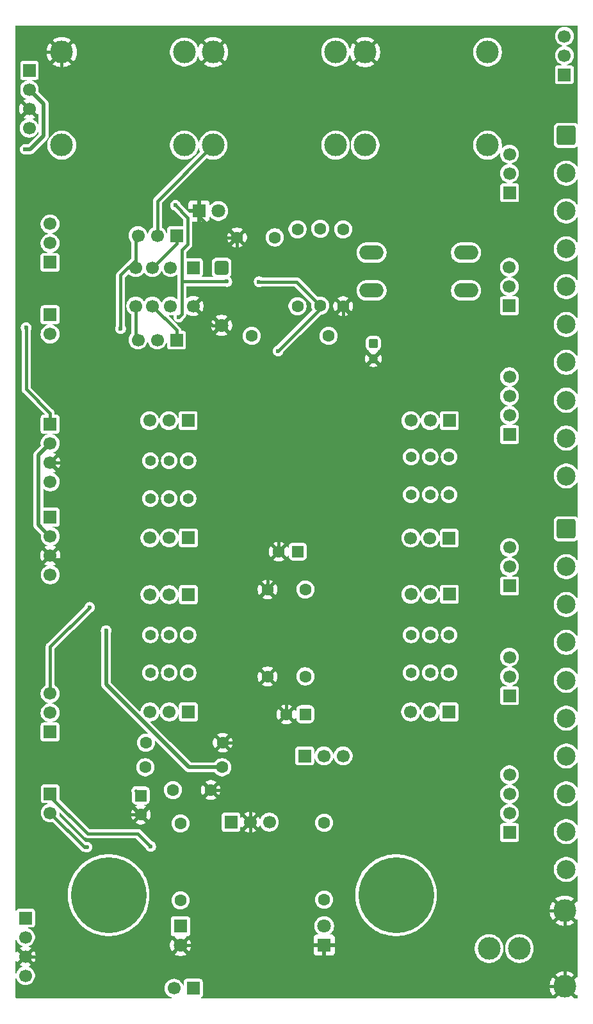
<source format=gbr>
%TF.GenerationSoftware,KiCad,Pcbnew,9.0.4*%
%TF.CreationDate,2025-11-06T00:07:10+01:00*%
%TF.ProjectId,BreadBoard,42726561-6442-46f6-9172-642e6b696361,rev?*%
%TF.SameCoordinates,Original*%
%TF.FileFunction,Copper,L2,Bot*%
%TF.FilePolarity,Positive*%
%FSLAX46Y46*%
G04 Gerber Fmt 4.6, Leading zero omitted, Abs format (unit mm)*
G04 Created by KiCad (PCBNEW 9.0.4) date 2025-11-06 00:07:10*
%MOMM*%
%LPD*%
G01*
G04 APERTURE LIST*
G04 Aperture macros list*
%AMRoundRect*
0 Rectangle with rounded corners*
0 $1 Rounding radius*
0 $2 $3 $4 $5 $6 $7 $8 $9 X,Y pos of 4 corners*
0 Add a 4 corners polygon primitive as box body*
4,1,4,$2,$3,$4,$5,$6,$7,$8,$9,$2,$3,0*
0 Add four circle primitives for the rounded corners*
1,1,$1+$1,$2,$3*
1,1,$1+$1,$4,$5*
1,1,$1+$1,$6,$7*
1,1,$1+$1,$8,$9*
0 Add four rect primitives between the rounded corners*
20,1,$1+$1,$2,$3,$4,$5,0*
20,1,$1+$1,$4,$5,$6,$7,0*
20,1,$1+$1,$6,$7,$8,$9,0*
20,1,$1+$1,$8,$9,$2,$3,0*%
G04 Aperture macros list end*
%TA.AperFunction,ComponentPad*%
%ADD10C,1.700000*%
%TD*%
%TA.AperFunction,ComponentPad*%
%ADD11R,1.700000X1.700000*%
%TD*%
%TA.AperFunction,ComponentPad*%
%ADD12C,1.600000*%
%TD*%
%TA.AperFunction,ComponentPad*%
%ADD13C,1.400000*%
%TD*%
%TA.AperFunction,ComponentPad*%
%ADD14O,3.200000X1.900000*%
%TD*%
%TA.AperFunction,ComponentPad*%
%ADD15C,3.000000*%
%TD*%
%TA.AperFunction,ComponentPad*%
%ADD16RoundRect,0.250000X-0.550000X0.550000X-0.550000X-0.550000X0.550000X-0.550000X0.550000X0.550000X0*%
%TD*%
%TA.AperFunction,ComponentPad*%
%ADD17R,1.800000X1.800000*%
%TD*%
%TA.AperFunction,ComponentPad*%
%ADD18C,1.800000*%
%TD*%
%TA.AperFunction,ComponentPad*%
%ADD19RoundRect,0.250000X-1.000000X1.000000X-1.000000X-1.000000X1.000000X-1.000000X1.000000X1.000000X0*%
%TD*%
%TA.AperFunction,ComponentPad*%
%ADD20C,2.500000*%
%TD*%
%TA.AperFunction,ComponentPad*%
%ADD21RoundRect,0.250000X0.550000X0.550000X-0.550000X0.550000X-0.550000X-0.550000X0.550000X-0.550000X0*%
%TD*%
%TA.AperFunction,ComponentPad*%
%ADD22RoundRect,0.250000X-0.350000X0.350000X-0.350000X-0.350000X0.350000X-0.350000X0.350000X0.350000X0*%
%TD*%
%TA.AperFunction,ComponentPad*%
%ADD23C,1.200000*%
%TD*%
%TA.AperFunction,ComponentPad*%
%ADD24RoundRect,0.250000X-0.650000X0.650000X-0.650000X-0.650000X0.650000X-0.650000X0.650000X0.650000X0*%
%TD*%
%TA.AperFunction,ViaPad*%
%ADD25C,10.000000*%
%TD*%
%TA.AperFunction,ViaPad*%
%ADD26C,0.600000*%
%TD*%
%TA.AperFunction,ViaPad*%
%ADD27C,5.000000*%
%TD*%
%TA.AperFunction,Conductor*%
%ADD28C,0.400000*%
%TD*%
%TA.AperFunction,Conductor*%
%ADD29C,0.500000*%
%TD*%
G04 APERTURE END LIST*
D10*
%TO.P,J4,4,Pin_4*%
%TO.N,VCC*%
X26500000Y-146040000D03*
%TO.P,J4,3,Pin_3*%
%TO.N,GND*%
X26500000Y-143500000D03*
%TO.P,J4,2,Pin_2*%
%TO.N,VSS*%
X26500000Y-140960000D03*
D11*
%TO.P,J4,1,Pin_1*%
%TO.N,/Vref*%
X26500000Y-138420000D03*
%TD*%
%TO.P,J21,1,Pin_1*%
%TO.N,Net-(J19-Pin_10)*%
X90500000Y-74540000D03*
D10*
%TO.P,J21,2,Pin_2*%
%TO.N,Net-(J19-Pin_9)*%
X90500000Y-72000000D03*
%TO.P,J21,3,Pin_3*%
%TO.N,Net-(J19-Pin_8)*%
X90500000Y-69460000D03*
%TO.P,J21,4,Pin_4*%
%TO.N,Net-(J19-Pin_7)*%
X90500000Y-66920000D03*
%TD*%
D12*
%TO.P,R8,1*%
%TO.N,Net-(C7-Pad1)*%
X56420000Y-61500000D03*
%TO.P,R8,2*%
%TO.N,/BYP*%
X66580000Y-61500000D03*
%TD*%
D13*
%TO.P,SW3,1,A*%
%TO.N,Net-(J26-Pin_1)*%
X82500000Y-106000000D03*
%TO.P,SW3,2,B*%
%TO.N,Net-(J26-Pin_2)*%
X80000000Y-106000000D03*
%TO.P,SW3,3,C*%
%TO.N,Net-(J26-Pin_3)*%
X77500000Y-106000000D03*
%TO.P,SW3,4,A*%
%TO.N,Net-(J27-Pin_1)*%
X82500000Y-101000000D03*
%TO.P,SW3,5,B*%
%TO.N,Net-(J27-Pin_2)*%
X80000000Y-101000000D03*
%TO.P,SW3,6,C*%
%TO.N,Net-(J27-Pin_3)*%
X77500000Y-101000000D03*
%TD*%
D11*
%TO.P,J29,1,Pin_1*%
%TO.N,Net-(J29-Pin_1)*%
X48000000Y-72690000D03*
D10*
%TO.P,J29,2,Pin_2*%
%TO.N,Net-(J29-Pin_2)*%
X45460000Y-72690000D03*
%TO.P,J29,3,Pin_3*%
%TO.N,Net-(J29-Pin_3)*%
X42920000Y-72690000D03*
%TD*%
D13*
%TO.P,SW2,1,A*%
%TO.N,Net-(J24-Pin_1)*%
X82500000Y-82500000D03*
%TO.P,SW2,2,B*%
%TO.N,Net-(J24-Pin_2)*%
X80000000Y-82500000D03*
%TO.P,SW2,3,C*%
%TO.N,Net-(J24-Pin_3)*%
X77500000Y-82500000D03*
%TO.P,SW2,4,A*%
%TO.N,Net-(J25-Pin_1)*%
X82500000Y-77500000D03*
%TO.P,SW2,5,B*%
%TO.N,Net-(J25-Pin_2)*%
X80000000Y-77500000D03*
%TO.P,SW2,6,C*%
%TO.N,Net-(J25-Pin_3)*%
X77500000Y-77500000D03*
%TD*%
D11*
%TO.P,J10,1,Pin_1*%
%TO.N,/AUX*%
X97750000Y-27000000D03*
D10*
%TO.P,J10,2,Pin_2*%
%TO.N,/IN*%
X97750000Y-24460000D03*
%TO.P,J10,3,Pin_3*%
%TO.N,/OUT*%
X97750000Y-21920000D03*
%TD*%
D11*
%TO.P,J32,1,Pin_1*%
%TO.N,Net-(J32-Pin_1)*%
X46470100Y-48257500D03*
D10*
%TO.P,J32,2,Pin_2*%
%TO.N,/IN*%
X43930100Y-48257500D03*
%TO.P,J32,3,Pin_3*%
%TO.N,/INBB*%
X41390100Y-48257500D03*
%TD*%
D14*
%TO.P,SW1,1,1*%
%TO.N,Net-(C7-Pad1)*%
X84750000Y-55500000D03*
X72250000Y-55500000D03*
%TO.P,SW1,2,2*%
%TO.N,Net-(U2-THR)*%
X84750000Y-50500000D03*
X72250000Y-50500000D03*
%TD*%
D15*
%TO.P,J5,1*%
%TO.N,GND*%
X51300000Y-24000000D03*
%TO.P,J5,2*%
%TO.N,/IN*%
X51300000Y-36300000D03*
%TO.P,J5,3*%
%TO.N,unconnected-(J5-Pad3)*%
X67500000Y-36300000D03*
%TO.P,J5,4*%
%TO.N,N/C*%
X67500000Y-24000000D03*
%TD*%
D16*
%TO.P,C5,1*%
%TO.N,/Vref*%
X41750000Y-122250000D03*
D12*
%TO.P,C5,2*%
%TO.N,GND*%
X41750000Y-124750000D03*
%TD*%
%TO.P,R7,1*%
%TO.N,Net-(U2-THR)*%
X68500000Y-47420000D03*
%TO.P,R7,2*%
%TO.N,GND*%
X68500000Y-57580000D03*
%TD*%
D17*
%TO.P,D3,1,K*%
%TO.N,GND*%
X49460000Y-45000000D03*
D18*
%TO.P,D3,2,A*%
%TO.N,Net-(D3-A)*%
X52000000Y-45000000D03*
%TD*%
D11*
%TO.P,J23,1,Pin_1*%
%TO.N,Net-(J19-Pin_3)*%
X90500000Y-42580000D03*
D10*
%TO.P,J23,2,Pin_2*%
%TO.N,Net-(J19-Pin_2)*%
X90500000Y-40040000D03*
%TO.P,J23,3,Pin_3*%
%TO.N,Net-(J19-Pin_1)*%
X90500000Y-37500000D03*
%TD*%
D11*
%TO.P,J9,1,Pin_1*%
%TO.N,/Vref*%
X27000000Y-26430000D03*
D10*
%TO.P,J9,2,Pin_2*%
%TO.N,VSS*%
X27000000Y-28970000D03*
%TO.P,J9,3,Pin_3*%
%TO.N,GND*%
X27000000Y-31510000D03*
%TO.P,J9,4,Pin_4*%
%TO.N,VCC*%
X27000000Y-34050000D03*
%TD*%
D12*
%TO.P,R2,1*%
%TO.N,VSS*%
X47000000Y-125920000D03*
%TO.P,R2,2*%
%TO.N,Net-(D2-K)*%
X47000000Y-136080000D03*
%TD*%
D11*
%TO.P,J13,1,Pin_1*%
%TO.N,VSS*%
X53670000Y-125750000D03*
D10*
%TO.P,J13,2,Pin_2*%
%TO.N,GND*%
X56210000Y-125750000D03*
%TO.P,J13,3,Pin_3*%
%TO.N,VCC*%
X58750000Y-125750000D03*
%TD*%
D11*
%TO.P,J22,1,Pin_1*%
%TO.N,Net-(J19-Pin_6)*%
X90475000Y-57525000D03*
D10*
%TO.P,J22,2,Pin_2*%
%TO.N,Net-(J19-Pin_5)*%
X90475000Y-54985000D03*
%TO.P,J22,3,Pin_3*%
%TO.N,Net-(J19-Pin_4)*%
X90475000Y-52445000D03*
%TD*%
D15*
%TO.P,J6,1*%
%TO.N,GND*%
X31300000Y-24000000D03*
%TO.P,J6,2*%
%TO.N,/OUT*%
X31300000Y-36300000D03*
%TO.P,J6,3*%
%TO.N,unconnected-(J6-Pad3)*%
X47500000Y-36300000D03*
%TO.P,J6,4*%
%TO.N,N/C*%
X47500000Y-24000000D03*
%TD*%
D11*
%TO.P,J15,1,Pin_1*%
%TO.N,Net-(J14-Pin_10)*%
X90500000Y-127120000D03*
D10*
%TO.P,J15,2,Pin_2*%
%TO.N,Net-(J14-Pin_9)*%
X90500000Y-124580000D03*
%TO.P,J15,3,Pin_3*%
%TO.N,Net-(J14-Pin_8)*%
X90500000Y-122040000D03*
%TO.P,J15,4,Pin_4*%
%TO.N,Net-(J14-Pin_7)*%
X90500000Y-119500000D03*
%TD*%
D12*
%TO.P,C4,1*%
%TO.N,/9V*%
X63500000Y-95000000D03*
%TO.P,C4,2*%
%TO.N,GND*%
X58500000Y-95000000D03*
%TD*%
D11*
%TO.P,J25,1,Pin_1*%
%TO.N,Net-(J25-Pin_1)*%
X82540000Y-72690000D03*
D10*
%TO.P,J25,2,Pin_2*%
%TO.N,Net-(J25-Pin_2)*%
X80000000Y-72690000D03*
%TO.P,J25,3,Pin_3*%
%TO.N,Net-(J25-Pin_3)*%
X77460000Y-72690000D03*
%TD*%
%TO.P,J18,3,Pin_3*%
%TO.N,/INBB*%
X29750000Y-46710000D03*
%TO.P,J18,2,Pin_2*%
%TO.N,/OUTBB*%
X29750000Y-49250000D03*
D11*
%TO.P,J18,1,Pin_1*%
%TO.N,/AUX*%
X29750000Y-51790000D03*
%TD*%
D15*
%TO.P,J7,1*%
%TO.N,VCC*%
X87800000Y-142450000D03*
%TO.P,J7,2*%
%TO.N,GND*%
X97800000Y-147450000D03*
X97800000Y-137450000D03*
%TO.P,J7,3*%
%TO.N,unconnected-(J7-Pad3)*%
X91800000Y-142450000D03*
%TD*%
D11*
%TO.P,J12,1,Pin_1*%
%TO.N,/Vref*%
X29775000Y-85450000D03*
D10*
%TO.P,J12,2,Pin_2*%
%TO.N,VSS*%
X29775000Y-87990000D03*
%TO.P,J12,3,Pin_3*%
%TO.N,GND*%
X29775000Y-90530000D03*
%TO.P,J12,4,Pin_4*%
%TO.N,VCC*%
X29775000Y-93070000D03*
%TD*%
D12*
%TO.P,C8,1*%
%TO.N,Net-(U2-CV)*%
X59472600Y-48500000D03*
%TO.P,C8,2*%
%TO.N,GND*%
X54472600Y-48500000D03*
%TD*%
D11*
%TO.P,J31,1,Pin_1*%
%TO.N,Net-(J31-Pin_1)*%
X48040000Y-95690000D03*
D10*
%TO.P,J31,2,Pin_2*%
%TO.N,Net-(J31-Pin_2)*%
X45500000Y-95690000D03*
%TO.P,J31,3,Pin_3*%
%TO.N,Net-(J31-Pin_3)*%
X42960000Y-95690000D03*
%TD*%
D19*
%TO.P,J14,1,Pin_1*%
%TO.N,Net-(J14-Pin_1)*%
X98000000Y-87000000D03*
D20*
%TO.P,J14,2,Pin_2*%
%TO.N,Net-(J14-Pin_2)*%
X98000000Y-92000000D03*
%TO.P,J14,3,Pin_3*%
%TO.N,Net-(J14-Pin_3)*%
X98000000Y-97000000D03*
%TO.P,J14,4,Pin_4*%
%TO.N,Net-(J14-Pin_4)*%
X98000000Y-102000000D03*
%TO.P,J14,5,Pin_5*%
%TO.N,Net-(J14-Pin_5)*%
X98000000Y-107000000D03*
%TO.P,J14,6,Pin_6*%
%TO.N,Net-(J14-Pin_6)*%
X98000000Y-112000000D03*
%TO.P,J14,7,Pin_7*%
%TO.N,Net-(J14-Pin_7)*%
X98000000Y-117000000D03*
%TO.P,J14,8,Pin_8*%
%TO.N,Net-(J14-Pin_8)*%
X98000000Y-122000000D03*
%TO.P,J14,9,Pin_9*%
%TO.N,Net-(J14-Pin_9)*%
X98000000Y-127000000D03*
%TO.P,J14,10,Pin_10*%
%TO.N,Net-(J14-Pin_10)*%
X98000000Y-132000000D03*
%TD*%
D21*
%TO.P,C3,1*%
%TO.N,/9V*%
X62500000Y-90000000D03*
D12*
%TO.P,C3,2*%
%TO.N,GND*%
X60000000Y-90000000D03*
%TD*%
D11*
%TO.P,J16,1,Pin_1*%
%TO.N,Net-(J14-Pin_6)*%
X90500000Y-109040000D03*
D10*
%TO.P,J16,2,Pin_2*%
%TO.N,Net-(J14-Pin_5)*%
X90500000Y-106500000D03*
%TO.P,J16,3,Pin_3*%
%TO.N,Net-(J14-Pin_4)*%
X90500000Y-103960000D03*
%TD*%
D11*
%TO.P,J17,1,Pin_1*%
%TO.N,Net-(J14-Pin_3)*%
X90500000Y-94540000D03*
D10*
%TO.P,J17,2,Pin_2*%
%TO.N,Net-(J14-Pin_2)*%
X90500000Y-92000000D03*
%TO.P,J17,3,Pin_3*%
%TO.N,Net-(J14-Pin_1)*%
X90500000Y-89460000D03*
%TD*%
D17*
%TO.P,D1,1,K*%
%TO.N,GND*%
X66000000Y-142000000D03*
D18*
%TO.P,D1,2,A*%
%TO.N,Net-(D1-A)*%
X66000000Y-139460000D03*
%TD*%
D12*
%TO.P,R4,1*%
%TO.N,VCC*%
X52500000Y-118500000D03*
%TO.P,R4,2*%
%TO.N,/Vref*%
X42340000Y-118500000D03*
%TD*%
%TO.P,R3,1*%
%TO.N,/BYP*%
X62472600Y-57580000D03*
%TO.P,R3,2*%
%TO.N,Net-(D3-A)*%
X62472600Y-47420000D03*
%TD*%
%TO.P,C2,1*%
%TO.N,Net-(JP1-A)*%
X63500000Y-106500000D03*
%TO.P,C2,2*%
%TO.N,GND*%
X58500000Y-106500000D03*
%TD*%
D11*
%TO.P,J30,1,Pin_1*%
%TO.N,Net-(J30-Pin_1)*%
X48040000Y-111190000D03*
D10*
%TO.P,J30,2,Pin_2*%
%TO.N,Net-(J30-Pin_2)*%
X45500000Y-111190000D03*
%TO.P,J30,3,Pin_3*%
%TO.N,Net-(J30-Pin_3)*%
X42960000Y-111190000D03*
%TD*%
D22*
%TO.P,C7,1*%
%TO.N,Net-(C7-Pad1)*%
X72500000Y-62500000D03*
D23*
%TO.P,C7,2*%
%TO.N,GND*%
X72500000Y-64500000D03*
%TD*%
D11*
%TO.P,J24,1,Pin_1*%
%TO.N,Net-(J24-Pin_1)*%
X82525000Y-88215000D03*
D10*
%TO.P,J24,2,Pin_2*%
%TO.N,Net-(J24-Pin_2)*%
X79985000Y-88215000D03*
%TO.P,J24,3,Pin_3*%
%TO.N,Net-(J24-Pin_3)*%
X77445000Y-88215000D03*
%TD*%
D11*
%TO.P,J1,1,Pin_1*%
%TO.N,/Vref*%
X29750000Y-73170000D03*
D10*
%TO.P,J1,2,Pin_2*%
%TO.N,VSS*%
X29750000Y-75710000D03*
%TO.P,J1,3,Pin_3*%
%TO.N,GND*%
X29750000Y-78250000D03*
%TO.P,J1,4,Pin_4*%
%TO.N,VCC*%
X29750000Y-80790000D03*
%TD*%
D11*
%TO.P,J26,1,Pin_1*%
%TO.N,Net-(J26-Pin_1)*%
X82500000Y-111190000D03*
D10*
%TO.P,J26,2,Pin_2*%
%TO.N,Net-(J26-Pin_2)*%
X79960000Y-111190000D03*
%TO.P,J26,3,Pin_3*%
%TO.N,Net-(J26-Pin_3)*%
X77420000Y-111190000D03*
%TD*%
D11*
%TO.P,J8,1,Pin_1*%
%TO.N,/T1*%
X48690000Y-147700000D03*
D10*
%TO.P,J8,2,Pin_2*%
%TO.N,/T2*%
X46150000Y-147700000D03*
%TD*%
D12*
%TO.P,R5,1*%
%TO.N,/Vref*%
X42420000Y-115250000D03*
%TO.P,R5,2*%
%TO.N,GND*%
X52580000Y-115250000D03*
%TD*%
D19*
%TO.P,J19,1,Pin_1*%
%TO.N,Net-(J19-Pin_1)*%
X98000000Y-35000000D03*
D20*
%TO.P,J19,2,Pin_2*%
%TO.N,Net-(J19-Pin_2)*%
X98000000Y-40000000D03*
%TO.P,J19,3,Pin_3*%
%TO.N,Net-(J19-Pin_3)*%
X98000000Y-45000000D03*
%TO.P,J19,4,Pin_4*%
%TO.N,Net-(J19-Pin_4)*%
X98000000Y-50000000D03*
%TO.P,J19,5,Pin_5*%
%TO.N,Net-(J19-Pin_5)*%
X98000000Y-55000000D03*
%TO.P,J19,6,Pin_6*%
%TO.N,Net-(J19-Pin_6)*%
X98000000Y-60000000D03*
%TO.P,J19,7,Pin_7*%
%TO.N,Net-(J19-Pin_7)*%
X98000000Y-65000000D03*
%TO.P,J19,8,Pin_8*%
%TO.N,Net-(J19-Pin_8)*%
X98000000Y-70000000D03*
%TO.P,J19,9,Pin_9*%
%TO.N,Net-(J19-Pin_9)*%
X98000000Y-75000000D03*
%TO.P,J19,10,Pin_10*%
%TO.N,Net-(J19-Pin_10)*%
X98000000Y-80000000D03*
%TD*%
D11*
%TO.P,K1,1*%
%TO.N,/BYP*%
X48680100Y-52477500D03*
D10*
%TO.P,K1,2*%
%TO.N,Net-(K1-Pad2)*%
X45680100Y-52477500D03*
%TO.P,K1,3*%
%TO.N,Net-(J32-Pin_1)*%
X43280100Y-52477500D03*
%TO.P,K1,4*%
%TO.N,/INBB*%
X41080100Y-52477500D03*
%TO.P,K1,5*%
%TO.N,/OUTBB*%
X41080100Y-57557500D03*
%TO.P,K1,6*%
%TO.N,Net-(J33-Pin_1)*%
X43280100Y-57557500D03*
%TO.P,K1,7*%
%TO.N,Net-(K1-Pad2)*%
X45680100Y-57557500D03*
%TO.P,K1,8*%
%TO.N,GND*%
X48680100Y-57557500D03*
%TD*%
D11*
%TO.P,J27,1,Pin_1*%
%TO.N,Net-(J27-Pin_1)*%
X82540000Y-95640000D03*
D10*
%TO.P,J27,2,Pin_2*%
%TO.N,Net-(J27-Pin_2)*%
X80000000Y-95640000D03*
%TO.P,J27,3,Pin_3*%
%TO.N,Net-(J27-Pin_3)*%
X77460000Y-95640000D03*
%TD*%
D11*
%TO.P,JP1,1,A*%
%TO.N,Net-(JP1-A)*%
X63420000Y-117000000D03*
D10*
%TO.P,JP1,2,C*%
%TO.N,VCC*%
X65960000Y-117000000D03*
%TO.P,JP1,3,B*%
%TO.N,unconnected-(JP1-B-Pad3)*%
X68500000Y-117000000D03*
%TD*%
D11*
%TO.P,J28,1,Pin_1*%
%TO.N,Net-(J28-Pin_1)*%
X48040000Y-88190000D03*
D10*
%TO.P,J28,2,Pin_2*%
%TO.N,Net-(J28-Pin_2)*%
X45500000Y-88190000D03*
%TO.P,J28,3,Pin_3*%
%TO.N,Net-(J28-Pin_3)*%
X42960000Y-88190000D03*
%TD*%
D15*
%TO.P,J11,1*%
%TO.N,GND*%
X71400000Y-24000000D03*
%TO.P,J11,2*%
%TO.N,/AUX*%
X71400000Y-36300000D03*
%TO.P,J11,3*%
%TO.N,unconnected-(J11-Pad3)*%
X87600000Y-36300000D03*
%TO.P,J11,4*%
%TO.N,N/C*%
X87600000Y-24000000D03*
%TD*%
D11*
%TO.P,J2,1,Pin_1*%
%TO.N,/T1*%
X29750000Y-58710000D03*
D10*
%TO.P,J2,2,Pin_2*%
%TO.N,/T2*%
X29750000Y-61250000D03*
%TD*%
D12*
%TO.P,R6,1*%
%TO.N,/9V*%
X65472600Y-57500000D03*
%TO.P,R6,2*%
%TO.N,Net-(U2-THR)*%
X65472600Y-47340000D03*
%TD*%
D13*
%TO.P,SW4,1,A*%
%TO.N,Net-(J28-Pin_1)*%
X48000000Y-83000000D03*
%TO.P,SW4,2,B*%
%TO.N,Net-(J28-Pin_2)*%
X45500000Y-83000000D03*
%TO.P,SW4,3,C*%
%TO.N,Net-(J28-Pin_3)*%
X43000000Y-83000000D03*
%TO.P,SW4,4,A*%
%TO.N,Net-(J29-Pin_1)*%
X48000000Y-78000000D03*
%TO.P,SW4,5,B*%
%TO.N,Net-(J29-Pin_2)*%
X45500000Y-78000000D03*
%TO.P,SW4,6,C*%
%TO.N,Net-(J29-Pin_3)*%
X43000000Y-78000000D03*
%TD*%
D12*
%TO.P,R1,1*%
%TO.N,VCC*%
X66000000Y-125840000D03*
%TO.P,R1,2*%
%TO.N,Net-(D1-A)*%
X66000000Y-136000000D03*
%TD*%
D17*
%TO.P,D2,1,K*%
%TO.N,Net-(D2-K)*%
X47000000Y-139500000D03*
D18*
%TO.P,D2,2,A*%
%TO.N,GND*%
X47000000Y-142040000D03*
%TD*%
D11*
%TO.P,J3,1,Pin_1*%
%TO.N,/T1*%
X29775000Y-122000000D03*
D10*
%TO.P,J3,2,Pin_2*%
%TO.N,/T2*%
X29775000Y-124540000D03*
%TD*%
D21*
%TO.P,C1,1*%
%TO.N,Net-(JP1-A)*%
X63500000Y-111500000D03*
D12*
%TO.P,C1,2*%
%TO.N,GND*%
X61000000Y-111500000D03*
%TD*%
%TO.P,C6,1*%
%TO.N,/Vref*%
X46000000Y-121500000D03*
%TO.P,C6,2*%
%TO.N,GND*%
X51000000Y-121500000D03*
%TD*%
D11*
%TO.P,J20,1,Pin_1*%
%TO.N,/AUX*%
X29750000Y-113830000D03*
D10*
%TO.P,J20,2,Pin_2*%
%TO.N,/OUTBB*%
X29750000Y-111290000D03*
%TO.P,J20,3,Pin_3*%
%TO.N,/INBB*%
X29750000Y-108750000D03*
%TD*%
D13*
%TO.P,SW5,1,A*%
%TO.N,Net-(J30-Pin_1)*%
X48000000Y-106000000D03*
%TO.P,SW5,2,B*%
%TO.N,Net-(J30-Pin_2)*%
X45500000Y-106000000D03*
%TO.P,SW5,3,C*%
%TO.N,Net-(J30-Pin_3)*%
X43000000Y-106000000D03*
%TO.P,SW5,4,A*%
%TO.N,Net-(J31-Pin_1)*%
X48000000Y-101000000D03*
%TO.P,SW5,5,B*%
%TO.N,Net-(J31-Pin_2)*%
X45500000Y-101000000D03*
%TO.P,SW5,6,C*%
%TO.N,Net-(J31-Pin_3)*%
X43000000Y-101000000D03*
%TD*%
D24*
%TO.P,D4,1,K*%
%TO.N,/BYP*%
X52430100Y-52500000D03*
D18*
%TO.P,D4,2,A*%
%TO.N,GND*%
X52430100Y-60120000D03*
%TD*%
D11*
%TO.P,J33,1,Pin_1*%
%TO.N,Net-(J33-Pin_1)*%
X46470100Y-62057500D03*
D10*
%TO.P,J33,2,Pin_2*%
%TO.N,/OUT*%
X43930100Y-62057500D03*
%TO.P,J33,3,Pin_3*%
%TO.N,/OUTBB*%
X41390100Y-62057500D03*
%TD*%
D25*
%TO.N,*%
X37500000Y-135400000D03*
X75500000Y-135400000D03*
D26*
%TO.N,GND*%
X54200000Y-74800000D03*
X70400000Y-103100000D03*
X64400000Y-74600000D03*
X42500000Y-46400000D03*
X60100000Y-96600000D03*
X60200000Y-104600000D03*
X55200000Y-104600000D03*
X52600000Y-104500000D03*
X52600000Y-100500000D03*
X52600000Y-96600000D03*
X55200000Y-96600000D03*
X45200000Y-118800000D03*
X26700000Y-123300000D03*
X30500000Y-98500000D03*
X33400000Y-102500000D03*
X38200000Y-95800000D03*
X38000000Y-80400000D03*
X28600000Y-66900000D03*
X27100000Y-56400000D03*
X26200000Y-21800000D03*
X43500000Y-67800000D03*
X42100000Y-55100000D03*
X38300000Y-49200000D03*
X39700000Y-34900000D03*
X80200000Y-35800000D03*
X58500000Y-35800000D03*
X39700000Y-23800000D03*
X58500000Y-23800000D03*
X80300000Y-23800000D03*
X93000000Y-25800000D03*
X93100000Y-23200000D03*
X98000000Y-31000000D03*
X98100000Y-37400000D03*
X98100000Y-42600000D03*
X98100000Y-52700000D03*
X98100000Y-57500000D03*
X98100000Y-67700000D03*
X98100000Y-72600000D03*
X98200000Y-77400000D03*
X98200000Y-89500000D03*
X98200000Y-94700000D03*
X98100000Y-104500000D03*
X98000000Y-109300000D03*
X97900000Y-119500000D03*
X97900000Y-124400000D03*
X97900000Y-129400000D03*
X97800000Y-142300000D03*
X79600000Y-148400000D03*
X53600000Y-148100000D03*
X41300000Y-148100000D03*
X29500000Y-148200000D03*
%TO.N,VSS*%
X26450000Y-36850000D03*
%TO.N,/T1*%
X43050000Y-128950000D03*
%TO.N,/T2*%
X34650000Y-129050000D03*
%TO.N,/9V*%
X57378500Y-54348700D03*
X59902200Y-63484500D03*
%TO.N,/INBB*%
X39082700Y-60541400D03*
X34982400Y-97357200D03*
%TO.N,/OUT*%
X46333200Y-44248500D03*
X46767200Y-59034800D03*
X53134600Y-54335700D03*
%TO.N,VCC*%
X37156800Y-100430200D03*
%TO.N,/Vref*%
X26574800Y-60399100D03*
D27*
%TO.N,GND*%
X81000000Y-119000000D03*
X36000000Y-119000000D03*
X36000000Y-66000000D03*
D25*
X56500000Y-135600000D03*
D27*
X81000000Y-66000000D03*
%TD*%
D28*
%TO.N,GND*%
X97800000Y-142300000D02*
X97800000Y-147450000D01*
D29*
%TO.N,VSS*%
X27100000Y-36850000D02*
X28900000Y-35050000D01*
X28900000Y-30870000D02*
X27000000Y-28970000D01*
X26450000Y-36850000D02*
X27100000Y-36850000D01*
X28900000Y-35050000D02*
X28900000Y-30870000D01*
D28*
%TO.N,GND*%
X25550000Y-29762000D02*
X25550000Y-24900000D01*
X25550000Y-24900000D02*
X26450000Y-24000000D01*
X27000000Y-31510000D02*
X25401000Y-29911000D01*
X25401000Y-29911000D02*
X25550000Y-29762000D01*
X26450000Y-24000000D02*
X31300000Y-24000000D01*
X36000000Y-66000000D02*
X36000000Y-28700000D01*
X36000000Y-28700000D02*
X31300000Y-24000000D01*
%TO.N,/T1*%
X43050000Y-128950000D02*
X41350000Y-127250000D01*
X41350000Y-127250000D02*
X34700000Y-127250000D01*
X34700000Y-127250000D02*
X29775000Y-122325000D01*
X29775000Y-122325000D02*
X29775000Y-122000000D01*
%TO.N,/T2*%
X29775000Y-124540000D02*
X34285000Y-129050000D01*
X34285000Y-129050000D02*
X34650000Y-129050000D01*
%TO.N,/9V*%
X62321300Y-54348700D02*
X57378500Y-54348700D01*
X65472600Y-57500000D02*
X62321300Y-54348700D01*
X65472600Y-57914100D02*
X65472600Y-57500000D01*
X59902200Y-63484500D02*
X65472600Y-57914100D01*
%TO.N,Net-(J33-Pin_1)*%
X46470100Y-60747500D02*
X43280100Y-57557500D01*
X46470100Y-62057500D02*
X46470100Y-60747500D01*
%TO.N,Net-(J32-Pin_1)*%
X46470100Y-49287500D02*
X46470100Y-48257500D01*
X43280100Y-52477500D02*
X46470100Y-49287500D01*
%TO.N,/INBB*%
X41080100Y-48567500D02*
X41390100Y-48257500D01*
X41080100Y-51491900D02*
X41080100Y-48567500D01*
X41080100Y-52477500D02*
X41080100Y-51491900D01*
X39082700Y-53489300D02*
X39082700Y-60541400D01*
X41080100Y-51491900D02*
X39082700Y-53489300D01*
X29750000Y-102589600D02*
X29750000Y-108750000D01*
X34982400Y-97357200D02*
X29750000Y-102589600D01*
%TO.N,/OUTBB*%
X41080100Y-61747500D02*
X41390100Y-62057500D01*
X41080100Y-57557500D02*
X41080100Y-61747500D01*
%TO.N,/OUT*%
X47183400Y-58618600D02*
X46767200Y-59034800D01*
X47183400Y-54335700D02*
X47183400Y-58618600D01*
X53134600Y-54335700D02*
X47183400Y-54335700D01*
X47183400Y-50154500D02*
X47183400Y-54335700D01*
X47956900Y-49381000D02*
X47183400Y-50154500D01*
X47956900Y-45872200D02*
X47956900Y-49381000D01*
X46333200Y-44248500D02*
X47956900Y-45872200D01*
%TO.N,/IN*%
X43930100Y-43669900D02*
X43930100Y-48257500D01*
X51300000Y-36300000D02*
X43930100Y-43669900D01*
D29*
%TO.N,VCC*%
X37156800Y-107560000D02*
X37156800Y-100430200D01*
X48096800Y-118500000D02*
X37156800Y-107560000D01*
X52500000Y-118500000D02*
X48096800Y-118500000D01*
%TO.N,VSS*%
X29693300Y-87990000D02*
X29775000Y-87990000D01*
X28198700Y-86495400D02*
X29693300Y-87990000D01*
X28198700Y-77261300D02*
X28198700Y-86495400D01*
X29750000Y-75710000D02*
X28198700Y-77261300D01*
D28*
%TO.N,/Vref*%
X41103500Y-121604000D02*
X41750000Y-122250000D01*
X26574800Y-68543100D02*
X29750000Y-71718300D01*
X26574800Y-60399100D02*
X26574800Y-68543100D01*
X29750000Y-73170000D02*
X29750000Y-71718300D01*
%TO.N,GND*%
X56210000Y-135310000D02*
X56500000Y-135600000D01*
X56210000Y-125750000D02*
X56210000Y-135310000D01*
X36000000Y-66000000D02*
X36000000Y-75000000D01*
X36000000Y-75000000D02*
X36000000Y-89000000D01*
X50060000Y-142040000D02*
X56500000Y-135600000D01*
X47000000Y-142040000D02*
X50060000Y-142040000D01*
X36000000Y-89000000D02*
X36000000Y-89250000D01*
X36000000Y-89000000D02*
X36000000Y-89250000D01*
X34220000Y-91030000D02*
X29775000Y-91030000D01*
X36000000Y-89250000D02*
X34220000Y-91030000D01*
X31300000Y-26740000D02*
X31300000Y-24000000D01*
X52250000Y-48500000D02*
X54472600Y-48500000D01*
X49460000Y-45710000D02*
X52250000Y-48500000D01*
X49460000Y-45000000D02*
X49460000Y-45710000D01*
X74000000Y-66000000D02*
X81000000Y-66000000D01*
X72500000Y-64500000D02*
X74000000Y-66000000D01*
X45540000Y-143500000D02*
X47000000Y-142040000D01*
X26500000Y-143500000D02*
X45540000Y-143500000D01*
X36000000Y-89250000D02*
X36000000Y-119000000D01*
X54472600Y-58077500D02*
X54472600Y-48500000D01*
X52430100Y-60120000D02*
X54472600Y-58077500D01*
X51242600Y-60120000D02*
X52430100Y-60120000D01*
X48680100Y-57557500D02*
X51242600Y-60120000D01*
X46550100Y-66000000D02*
X52430100Y-60120000D01*
X36000000Y-66000000D02*
X46550100Y-66000000D01*
X81000000Y-128750000D02*
X81000000Y-119000000D01*
X89700000Y-137450000D02*
X81000000Y-128750000D01*
X97800000Y-137450000D02*
X89700000Y-137450000D01*
X62900000Y-142000000D02*
X56500000Y-135600000D01*
X66000000Y-142000000D02*
X62900000Y-142000000D01*
X58500000Y-91500000D02*
X60000000Y-90000000D01*
X58500000Y-95000000D02*
X58500000Y-91500000D01*
X49199000Y-21899000D02*
X51300000Y-24000000D01*
X33401000Y-21899000D02*
X49199000Y-21899000D01*
X31300000Y-24000000D02*
X33401000Y-21899000D01*
X29775000Y-91030000D02*
X29275000Y-91030000D01*
X66000000Y-144000000D02*
X66000000Y-142000000D01*
X69450000Y-147450000D02*
X66000000Y-144000000D01*
X97800000Y-147450000D02*
X69450000Y-147450000D01*
X32750000Y-78250000D02*
X29750000Y-78250000D01*
X36000000Y-75000000D02*
X32750000Y-78250000D01*
X29775000Y-90530000D02*
X29775000Y-91030000D01*
X97800000Y-137450000D02*
X97800000Y-142300000D01*
X57250000Y-115250000D02*
X61000000Y-111500000D01*
X52580000Y-115250000D02*
X57250000Y-115250000D01*
X69150000Y-21750000D02*
X71400000Y-24000000D01*
X53550000Y-21750000D02*
X69150000Y-21750000D01*
X51300000Y-24000000D02*
X53550000Y-21750000D01*
X61000000Y-109000000D02*
X58500000Y-106500000D01*
X61000000Y-111500000D02*
X61000000Y-109000000D01*
X36000000Y-121000000D02*
X36000000Y-119000000D01*
X39750000Y-124750000D02*
X36000000Y-121000000D01*
X41750000Y-124750000D02*
X39750000Y-124750000D01*
X56210000Y-123710000D02*
X56210000Y-125750000D01*
X54000000Y-121500000D02*
X56210000Y-123710000D01*
X51000000Y-121500000D02*
X54000000Y-121500000D01*
X68500000Y-57580000D02*
X68500000Y-59040000D01*
X68500000Y-60500000D02*
X72500000Y-64500000D01*
X68500000Y-59040000D02*
X68500000Y-60500000D01*
X60000000Y-67689900D02*
X58154600Y-65844400D01*
X60000000Y-90000000D02*
X60000000Y-67689900D01*
X58154600Y-65844400D02*
X52430100Y-60120000D01*
X65621900Y-59040000D02*
X68500000Y-59040000D01*
X60275700Y-64386200D02*
X65621900Y-59040000D01*
X59612800Y-64386200D02*
X60275700Y-64386200D01*
X58154600Y-65844400D02*
X59612800Y-64386200D01*
%TD*%
%TA.AperFunction,Conductor*%
%TO.N,GND*%
G36*
X28115271Y-32271717D02*
G01*
X28154622Y-32217554D01*
X28156840Y-32213202D01*
X28185356Y-32188845D01*
X28222744Y-32191786D01*
X28247101Y-32220302D01*
X28249500Y-32235446D01*
X28249500Y-33543720D01*
X28235148Y-33578368D01*
X28200500Y-33592720D01*
X28165852Y-33578368D01*
X28156841Y-33565965D01*
X28069527Y-33394600D01*
X28069525Y-33394597D01*
X28069524Y-33394595D01*
X27953828Y-33235354D01*
X27953824Y-33235350D01*
X27953822Y-33235347D01*
X27814652Y-33096177D01*
X27814653Y-33096177D01*
X27655399Y-32980472D01*
X27480023Y-32891115D01*
X27480021Y-32891114D01*
X27442464Y-32878910D01*
X27413947Y-32854553D01*
X27411006Y-32817166D01*
X27435363Y-32788649D01*
X27442466Y-32785707D01*
X27518216Y-32761095D01*
X27707553Y-32664622D01*
X27761717Y-32625271D01*
X27129408Y-31992962D01*
X27192993Y-31975925D01*
X27307007Y-31910099D01*
X27400099Y-31817007D01*
X27465925Y-31702993D01*
X27482962Y-31639408D01*
X28115271Y-32271717D01*
G37*
%TD.AperFunction*%
%TA.AperFunction,Conductor*%
G36*
X99485148Y-20514852D02*
G01*
X99499500Y-20549500D01*
X99499500Y-33461258D01*
X99485148Y-33495906D01*
X99450500Y-33510258D01*
X99415852Y-33495906D01*
X99401867Y-33481921D01*
X99401862Y-33481917D01*
X99260398Y-33398256D01*
X99260400Y-33398256D01*
X99102568Y-33352401D01*
X99065696Y-33349500D01*
X99065694Y-33349500D01*
X96934306Y-33349500D01*
X96934303Y-33349500D01*
X96897432Y-33352401D01*
X96897430Y-33352401D01*
X96739600Y-33398256D01*
X96598137Y-33481917D01*
X96598132Y-33481921D01*
X96481921Y-33598132D01*
X96481917Y-33598137D01*
X96398256Y-33739600D01*
X96352401Y-33897430D01*
X96352401Y-33897432D01*
X96349500Y-33934303D01*
X96349500Y-36065696D01*
X96352401Y-36102567D01*
X96352401Y-36102569D01*
X96398256Y-36260399D01*
X96425157Y-36305886D01*
X96481919Y-36401865D01*
X96598135Y-36518081D01*
X96739600Y-36601743D01*
X96739601Y-36601743D01*
X96739602Y-36601744D01*
X96897431Y-36647598D01*
X96934306Y-36650500D01*
X96934317Y-36650500D01*
X99065683Y-36650500D01*
X99065694Y-36650500D01*
X99102569Y-36647598D01*
X99260398Y-36601744D01*
X99401865Y-36518081D01*
X99415852Y-36504094D01*
X99450500Y-36489742D01*
X99485148Y-36504094D01*
X99499500Y-36538742D01*
X99499500Y-39105080D01*
X99485148Y-39139728D01*
X99450500Y-39154080D01*
X99415852Y-39139728D01*
X99410858Y-39133881D01*
X99376195Y-39086172D01*
X99258931Y-38924771D01*
X99258929Y-38924769D01*
X99258926Y-38924765D01*
X99075235Y-38741074D01*
X99075230Y-38741070D01*
X99075229Y-38741069D01*
X98865051Y-38588366D01*
X98633572Y-38470421D01*
X98633571Y-38470420D01*
X98633570Y-38470420D01*
X98386493Y-38390140D01*
X98386490Y-38390139D01*
X98189377Y-38358920D01*
X98129897Y-38349500D01*
X97870103Y-38349500D01*
X97821816Y-38357147D01*
X97613509Y-38390139D01*
X97613506Y-38390140D01*
X97366429Y-38470420D01*
X97134949Y-38588366D01*
X96924769Y-38741070D01*
X96741070Y-38924769D01*
X96588366Y-39134949D01*
X96470420Y-39366429D01*
X96390140Y-39613506D01*
X96390139Y-39613509D01*
X96368969Y-39747176D01*
X96349500Y-39870103D01*
X96349500Y-40129897D01*
X96358920Y-40189377D01*
X96390139Y-40386490D01*
X96390140Y-40386493D01*
X96433527Y-40520026D01*
X96470421Y-40633572D01*
X96588366Y-40865051D01*
X96681928Y-40993828D01*
X96741070Y-41075230D01*
X96741074Y-41075235D01*
X96924765Y-41258926D01*
X96924769Y-41258929D01*
X96924771Y-41258931D01*
X97134949Y-41411634D01*
X97366428Y-41529579D01*
X97613507Y-41609860D01*
X97870103Y-41650500D01*
X97870104Y-41650500D01*
X98129896Y-41650500D01*
X98129897Y-41650500D01*
X98386493Y-41609860D01*
X98633572Y-41529579D01*
X98865051Y-41411634D01*
X99075229Y-41258931D01*
X99075232Y-41258927D01*
X99075235Y-41258926D01*
X99258926Y-41075235D01*
X99258927Y-41075232D01*
X99258931Y-41075229D01*
X99410859Y-40866117D01*
X99442835Y-40846522D01*
X99479301Y-40855277D01*
X99498897Y-40887254D01*
X99499500Y-40894919D01*
X99499500Y-44105080D01*
X99485148Y-44139728D01*
X99450500Y-44154080D01*
X99415852Y-44139728D01*
X99410858Y-44133881D01*
X99371685Y-44079964D01*
X99258931Y-43924771D01*
X99258929Y-43924769D01*
X99258926Y-43924765D01*
X99075235Y-43741074D01*
X99075230Y-43741070D01*
X99062090Y-43731523D01*
X98865051Y-43588366D01*
X98633572Y-43470421D01*
X98633571Y-43470420D01*
X98633570Y-43470420D01*
X98386493Y-43390140D01*
X98386490Y-43390139D01*
X98189377Y-43358920D01*
X98129897Y-43349500D01*
X97870103Y-43349500D01*
X97821816Y-43357147D01*
X97613509Y-43390139D01*
X97613506Y-43390140D01*
X97366429Y-43470420D01*
X97134949Y-43588366D01*
X96924769Y-43741070D01*
X96741070Y-43924769D01*
X96588366Y-44134949D01*
X96470420Y-44366429D01*
X96390140Y-44613506D01*
X96390139Y-44613509D01*
X96349500Y-44870103D01*
X96349500Y-45129896D01*
X96390139Y-45386490D01*
X96390140Y-45386493D01*
X96470421Y-45633572D01*
X96588366Y-45865051D01*
X96691769Y-46007373D01*
X96741070Y-46075230D01*
X96741074Y-46075235D01*
X96924765Y-46258926D01*
X96924769Y-46258929D01*
X96924771Y-46258931D01*
X97134949Y-46411634D01*
X97366428Y-46529579D01*
X97613507Y-46609860D01*
X97870103Y-46650500D01*
X97870104Y-46650500D01*
X98129896Y-46650500D01*
X98129897Y-46650500D01*
X98386493Y-46609860D01*
X98633572Y-46529579D01*
X98865051Y-46411634D01*
X99075229Y-46258931D01*
X99075232Y-46258927D01*
X99075235Y-46258926D01*
X99258926Y-46075235D01*
X99258927Y-46075232D01*
X99258931Y-46075229D01*
X99410859Y-45866117D01*
X99442835Y-45846522D01*
X99479301Y-45855277D01*
X99498897Y-45887254D01*
X99499500Y-45894919D01*
X99499500Y-49105080D01*
X99485148Y-49139728D01*
X99450500Y-49154080D01*
X99415852Y-49139728D01*
X99410858Y-49133881D01*
X99389933Y-49105080D01*
X99258931Y-48924771D01*
X99258929Y-48924769D01*
X99258926Y-48924765D01*
X99075235Y-48741074D01*
X99075230Y-48741070D01*
X99070351Y-48737525D01*
X98865051Y-48588366D01*
X98633572Y-48470421D01*
X98633571Y-48470420D01*
X98633570Y-48470420D01*
X98386493Y-48390140D01*
X98386490Y-48390139D01*
X98170407Y-48355916D01*
X98129897Y-48349500D01*
X97870103Y-48349500D01*
X97829593Y-48355916D01*
X97613509Y-48390139D01*
X97613506Y-48390140D01*
X97366429Y-48470420D01*
X97134949Y-48588366D01*
X96924769Y-48741070D01*
X96741070Y-48924769D01*
X96588366Y-49134949D01*
X96470420Y-49366429D01*
X96390139Y-49613508D01*
X96360603Y-49800000D01*
X96349500Y-49870103D01*
X96349500Y-50129897D01*
X96358030Y-50183756D01*
X96390139Y-50386490D01*
X96390140Y-50386493D01*
X96463395Y-50611950D01*
X96470421Y-50633572D01*
X96588366Y-50865051D01*
X96699789Y-51018412D01*
X96741070Y-51075230D01*
X96741074Y-51075235D01*
X96924765Y-51258926D01*
X96924769Y-51258929D01*
X96924771Y-51258931D01*
X97134949Y-51411634D01*
X97366428Y-51529579D01*
X97613507Y-51609860D01*
X97870103Y-51650500D01*
X97870104Y-51650500D01*
X98129896Y-51650500D01*
X98129897Y-51650500D01*
X98386493Y-51609860D01*
X98633572Y-51529579D01*
X98865051Y-51411634D01*
X99075229Y-51258931D01*
X99075232Y-51258927D01*
X99075235Y-51258926D01*
X99258926Y-51075235D01*
X99258927Y-51075232D01*
X99258931Y-51075229D01*
X99410859Y-50866117D01*
X99442835Y-50846522D01*
X99479301Y-50855277D01*
X99498897Y-50887254D01*
X99499500Y-50894919D01*
X99499500Y-54105080D01*
X99485148Y-54139728D01*
X99450500Y-54154080D01*
X99415852Y-54139728D01*
X99410858Y-54133881D01*
X99336239Y-54031177D01*
X99258931Y-53924771D01*
X99258929Y-53924769D01*
X99258926Y-53924765D01*
X99075235Y-53741074D01*
X99075230Y-53741070D01*
X99067151Y-53735200D01*
X98865051Y-53588366D01*
X98633572Y-53470421D01*
X98633571Y-53470420D01*
X98633570Y-53470420D01*
X98386493Y-53390140D01*
X98386490Y-53390139D01*
X98189377Y-53358920D01*
X98129897Y-53349500D01*
X97870103Y-53349500D01*
X97821816Y-53357147D01*
X97613509Y-53390139D01*
X97613506Y-53390140D01*
X97366429Y-53470420D01*
X97134949Y-53588366D01*
X96924769Y-53741070D01*
X96741070Y-53924769D01*
X96588366Y-54134949D01*
X96470420Y-54366429D01*
X96390140Y-54613506D01*
X96390139Y-54613509D01*
X96349500Y-54870103D01*
X96349500Y-55129896D01*
X96390139Y-55386490D01*
X96390140Y-55386493D01*
X96461555Y-55606287D01*
X96470421Y-55633572D01*
X96588366Y-55865051D01*
X96699789Y-56018412D01*
X96741070Y-56075230D01*
X96741074Y-56075235D01*
X96924765Y-56258926D01*
X96924769Y-56258929D01*
X96924771Y-56258931D01*
X97134949Y-56411634D01*
X97366428Y-56529579D01*
X97613507Y-56609860D01*
X97870103Y-56650500D01*
X97870104Y-56650500D01*
X98129896Y-56650500D01*
X98129897Y-56650500D01*
X98386493Y-56609860D01*
X98633572Y-56529579D01*
X98865051Y-56411634D01*
X99075229Y-56258931D01*
X99075232Y-56258927D01*
X99075235Y-56258926D01*
X99258926Y-56075235D01*
X99258927Y-56075232D01*
X99258931Y-56075229D01*
X99410859Y-55866117D01*
X99442835Y-55846522D01*
X99479301Y-55855277D01*
X99498897Y-55887254D01*
X99499500Y-55894919D01*
X99499500Y-59105080D01*
X99485148Y-59139728D01*
X99450500Y-59154080D01*
X99415852Y-59139728D01*
X99410858Y-59133881D01*
X99389933Y-59105080D01*
X99258931Y-58924771D01*
X99258929Y-58924769D01*
X99258926Y-58924765D01*
X99075235Y-58741074D01*
X99075230Y-58741070D01*
X99075229Y-58741069D01*
X98865051Y-58588366D01*
X98633572Y-58470421D01*
X98633571Y-58470420D01*
X98633570Y-58470420D01*
X98386493Y-58390140D01*
X98386490Y-58390139D01*
X98189377Y-58358920D01*
X98129897Y-58349500D01*
X97870103Y-58349500D01*
X97821816Y-58357147D01*
X97613509Y-58390139D01*
X97613506Y-58390140D01*
X97366429Y-58470420D01*
X97134949Y-58588366D01*
X96924769Y-58741070D01*
X96741070Y-58924769D01*
X96588366Y-59134949D01*
X96470420Y-59366429D01*
X96390140Y-59613506D01*
X96390139Y-59613509D01*
X96349500Y-59870103D01*
X96349500Y-60129896D01*
X96390139Y-60386490D01*
X96390140Y-60386493D01*
X96462889Y-60610393D01*
X96470421Y-60633572D01*
X96588366Y-60865051D01*
X96741069Y-61075229D01*
X96741070Y-61075230D01*
X96741074Y-61075235D01*
X96924765Y-61258926D01*
X96924769Y-61258929D01*
X96924771Y-61258931D01*
X97134949Y-61411634D01*
X97366428Y-61529579D01*
X97613507Y-61609860D01*
X97870103Y-61650500D01*
X97870104Y-61650500D01*
X98129896Y-61650500D01*
X98129897Y-61650500D01*
X98386493Y-61609860D01*
X98633572Y-61529579D01*
X98865051Y-61411634D01*
X99075229Y-61258931D01*
X99075232Y-61258927D01*
X99075235Y-61258926D01*
X99258926Y-61075235D01*
X99258927Y-61075232D01*
X99258931Y-61075229D01*
X99410859Y-60866117D01*
X99442835Y-60846522D01*
X99479301Y-60855277D01*
X99498897Y-60887254D01*
X99499500Y-60894919D01*
X99499500Y-64105080D01*
X99485148Y-64139728D01*
X99450500Y-64154080D01*
X99415852Y-64139728D01*
X99410858Y-64133881D01*
X99390075Y-64105276D01*
X99258931Y-63924771D01*
X99258929Y-63924769D01*
X99258926Y-63924765D01*
X99075235Y-63741074D01*
X99075230Y-63741070D01*
X99075229Y-63741069D01*
X98865051Y-63588366D01*
X98633572Y-63470421D01*
X98633571Y-63470420D01*
X98633570Y-63470420D01*
X98386493Y-63390140D01*
X98386490Y-63390139D01*
X98189377Y-63358920D01*
X98129897Y-63349500D01*
X97870103Y-63349500D01*
X97821816Y-63357147D01*
X97613509Y-63390139D01*
X97613506Y-63390140D01*
X97366429Y-63470420D01*
X97134949Y-63588366D01*
X96924769Y-63741070D01*
X96741070Y-63924769D01*
X96588366Y-64134949D01*
X96470420Y-64366429D01*
X96390140Y-64613506D01*
X96390139Y-64613509D01*
X96349500Y-64870103D01*
X96349500Y-65129896D01*
X96390139Y-65386490D01*
X96390140Y-65386493D01*
X96459512Y-65600000D01*
X96470421Y-65633572D01*
X96588366Y-65865051D01*
X96741069Y-66075229D01*
X96741070Y-66075230D01*
X96741074Y-66075235D01*
X96924765Y-66258926D01*
X96924769Y-66258929D01*
X96924771Y-66258931D01*
X97134949Y-66411634D01*
X97366428Y-66529579D01*
X97613507Y-66609860D01*
X97870103Y-66650500D01*
X97870104Y-66650500D01*
X98129896Y-66650500D01*
X98129897Y-66650500D01*
X98386493Y-66609860D01*
X98633572Y-66529579D01*
X98865051Y-66411634D01*
X99075229Y-66258931D01*
X99075232Y-66258927D01*
X99075235Y-66258926D01*
X99258926Y-66075235D01*
X99258927Y-66075232D01*
X99258931Y-66075229D01*
X99410859Y-65866117D01*
X99442835Y-65846522D01*
X99479301Y-65855277D01*
X99498897Y-65887254D01*
X99499500Y-65894919D01*
X99499500Y-69105080D01*
X99485148Y-69139728D01*
X99450500Y-69154080D01*
X99415852Y-69139728D01*
X99410858Y-69133881D01*
X99389933Y-69105080D01*
X99258931Y-68924771D01*
X99258929Y-68924769D01*
X99258926Y-68924765D01*
X99075235Y-68741074D01*
X99075230Y-68741070D01*
X98943488Y-68645354D01*
X98865051Y-68588366D01*
X98633572Y-68470421D01*
X98633571Y-68470420D01*
X98633570Y-68470420D01*
X98386493Y-68390140D01*
X98386490Y-68390139D01*
X98189377Y-68358920D01*
X98129897Y-68349500D01*
X97870103Y-68349500D01*
X97821816Y-68357147D01*
X97613509Y-68390139D01*
X97613506Y-68390140D01*
X97366429Y-68470420D01*
X97134949Y-68588366D01*
X96924769Y-68741070D01*
X96741070Y-68924769D01*
X96588366Y-69134949D01*
X96470420Y-69366429D01*
X96390140Y-69613506D01*
X96390139Y-69613509D01*
X96349500Y-69870103D01*
X96349500Y-70129896D01*
X96390139Y-70386490D01*
X96390140Y-70386493D01*
X96465648Y-70618884D01*
X96470421Y-70633572D01*
X96588366Y-70865051D01*
X96719958Y-71046172D01*
X96741070Y-71075230D01*
X96741074Y-71075235D01*
X96924765Y-71258926D01*
X96924769Y-71258929D01*
X96924771Y-71258931D01*
X97134949Y-71411634D01*
X97366428Y-71529579D01*
X97613507Y-71609860D01*
X97870103Y-71650500D01*
X97870104Y-71650500D01*
X98129896Y-71650500D01*
X98129897Y-71650500D01*
X98386493Y-71609860D01*
X98633572Y-71529579D01*
X98865051Y-71411634D01*
X99075229Y-71258931D01*
X99075232Y-71258927D01*
X99075235Y-71258926D01*
X99258926Y-71075235D01*
X99258927Y-71075232D01*
X99258931Y-71075229D01*
X99410859Y-70866117D01*
X99442835Y-70846522D01*
X99479301Y-70855277D01*
X99498897Y-70887254D01*
X99499500Y-70894919D01*
X99499500Y-74105080D01*
X99485148Y-74139728D01*
X99450500Y-74154080D01*
X99415852Y-74139728D01*
X99410858Y-74133881D01*
X99389933Y-74105080D01*
X99258931Y-73924771D01*
X99258929Y-73924769D01*
X99258926Y-73924765D01*
X99075235Y-73741074D01*
X99075230Y-73741070D01*
X99075229Y-73741069D01*
X98865051Y-73588366D01*
X98633572Y-73470421D01*
X98633571Y-73470420D01*
X98633570Y-73470420D01*
X98386493Y-73390140D01*
X98386490Y-73390139D01*
X98189377Y-73358920D01*
X98129897Y-73349500D01*
X97870103Y-73349500D01*
X97821816Y-73357147D01*
X97613509Y-73390139D01*
X97613506Y-73390140D01*
X97366429Y-73470420D01*
X97134949Y-73588366D01*
X96924769Y-73741070D01*
X96741070Y-73924769D01*
X96588366Y-74134949D01*
X96470420Y-74366429D01*
X96390140Y-74613506D01*
X96390139Y-74613509D01*
X96349500Y-74870103D01*
X96349500Y-75129896D01*
X96390139Y-75386490D01*
X96390140Y-75386493D01*
X96468721Y-75628342D01*
X96470421Y-75633572D01*
X96588366Y-75865051D01*
X96692269Y-76008061D01*
X96741070Y-76075230D01*
X96741074Y-76075235D01*
X96924765Y-76258926D01*
X96924769Y-76258929D01*
X96924771Y-76258931D01*
X97134949Y-76411634D01*
X97366428Y-76529579D01*
X97613507Y-76609860D01*
X97870103Y-76650500D01*
X97870104Y-76650500D01*
X98129896Y-76650500D01*
X98129897Y-76650500D01*
X98386493Y-76609860D01*
X98633572Y-76529579D01*
X98865051Y-76411634D01*
X99075229Y-76258931D01*
X99075232Y-76258927D01*
X99075235Y-76258926D01*
X99258926Y-76075235D01*
X99258927Y-76075232D01*
X99258931Y-76075229D01*
X99410859Y-75866117D01*
X99442835Y-75846522D01*
X99479301Y-75855277D01*
X99498897Y-75887254D01*
X99499500Y-75894919D01*
X99499500Y-79105080D01*
X99485148Y-79139728D01*
X99450500Y-79154080D01*
X99415852Y-79139728D01*
X99410858Y-79133881D01*
X99386605Y-79100500D01*
X99258931Y-78924771D01*
X99258929Y-78924769D01*
X99258926Y-78924765D01*
X99075235Y-78741074D01*
X99075230Y-78741070D01*
X99075229Y-78741069D01*
X98865051Y-78588366D01*
X98633572Y-78470421D01*
X98633571Y-78470420D01*
X98633570Y-78470420D01*
X98386493Y-78390140D01*
X98386490Y-78390139D01*
X98172490Y-78356246D01*
X98129897Y-78349500D01*
X97870103Y-78349500D01*
X97827510Y-78356246D01*
X97613509Y-78390139D01*
X97613506Y-78390140D01*
X97366429Y-78470420D01*
X97134949Y-78588366D01*
X96924769Y-78741070D01*
X96741070Y-78924769D01*
X96588366Y-79134949D01*
X96470420Y-79366429D01*
X96390140Y-79613506D01*
X96390139Y-79613509D01*
X96349500Y-79870103D01*
X96349500Y-80129896D01*
X96390139Y-80386490D01*
X96390140Y-80386493D01*
X96426102Y-80497174D01*
X96470421Y-80633572D01*
X96588366Y-80865051D01*
X96741069Y-81075229D01*
X96741070Y-81075230D01*
X96741074Y-81075235D01*
X96924765Y-81258926D01*
X96924769Y-81258929D01*
X96924771Y-81258931D01*
X97134949Y-81411634D01*
X97366428Y-81529579D01*
X97613507Y-81609860D01*
X97870103Y-81650500D01*
X97870104Y-81650500D01*
X98129896Y-81650500D01*
X98129897Y-81650500D01*
X98386493Y-81609860D01*
X98633572Y-81529579D01*
X98865051Y-81411634D01*
X99075229Y-81258931D01*
X99075232Y-81258927D01*
X99075235Y-81258926D01*
X99258926Y-81075235D01*
X99258927Y-81075232D01*
X99258931Y-81075229D01*
X99410859Y-80866117D01*
X99442835Y-80846522D01*
X99479301Y-80855277D01*
X99498897Y-80887254D01*
X99499500Y-80894919D01*
X99499500Y-85461258D01*
X99485148Y-85495906D01*
X99450500Y-85510258D01*
X99415852Y-85495906D01*
X99401867Y-85481921D01*
X99401862Y-85481917D01*
X99260398Y-85398256D01*
X99260400Y-85398256D01*
X99102568Y-85352401D01*
X99065696Y-85349500D01*
X99065694Y-85349500D01*
X96934306Y-85349500D01*
X96934303Y-85349500D01*
X96897432Y-85352401D01*
X96897430Y-85352401D01*
X96739600Y-85398256D01*
X96598137Y-85481917D01*
X96598132Y-85481921D01*
X96481921Y-85598132D01*
X96481917Y-85598137D01*
X96398256Y-85739600D01*
X96352401Y-85897430D01*
X96352401Y-85897432D01*
X96349500Y-85934303D01*
X96349500Y-88065696D01*
X96352401Y-88102567D01*
X96352401Y-88102569D01*
X96398256Y-88260399D01*
X96481917Y-88401862D01*
X96481919Y-88401865D01*
X96598135Y-88518081D01*
X96739600Y-88601743D01*
X96739601Y-88601743D01*
X96739602Y-88601744D01*
X96897431Y-88647598D01*
X96934306Y-88650500D01*
X96934317Y-88650500D01*
X99065683Y-88650500D01*
X99065694Y-88650500D01*
X99102569Y-88647598D01*
X99260398Y-88601744D01*
X99401865Y-88518081D01*
X99415852Y-88504094D01*
X99450500Y-88489742D01*
X99485148Y-88504094D01*
X99499500Y-88538742D01*
X99499500Y-91105080D01*
X99485148Y-91139728D01*
X99450500Y-91154080D01*
X99415852Y-91139728D01*
X99410858Y-91133881D01*
X99363052Y-91068082D01*
X99258931Y-90924771D01*
X99258929Y-90924769D01*
X99258926Y-90924765D01*
X99075235Y-90741074D01*
X99075230Y-90741070D01*
X99070545Y-90737666D01*
X98865051Y-90588366D01*
X98633572Y-90470421D01*
X98633571Y-90470420D01*
X98633570Y-90470420D01*
X98386493Y-90390140D01*
X98386490Y-90390139D01*
X98155487Y-90353553D01*
X98129897Y-90349500D01*
X97870103Y-90349500D01*
X97844513Y-90353553D01*
X97613509Y-90390139D01*
X97613506Y-90390140D01*
X97366429Y-90470420D01*
X97134949Y-90588366D01*
X96924769Y-90741070D01*
X96741070Y-90924769D01*
X96588366Y-91134949D01*
X96470420Y-91366429D01*
X96390140Y-91613506D01*
X96390139Y-91613509D01*
X96349500Y-91870103D01*
X96349500Y-92129896D01*
X96390139Y-92386490D01*
X96390140Y-92386493D01*
X96399272Y-92414600D01*
X96470421Y-92633572D01*
X96588366Y-92865051D01*
X96741069Y-93075229D01*
X96741070Y-93075230D01*
X96741074Y-93075235D01*
X96924765Y-93258926D01*
X96924769Y-93258929D01*
X96924771Y-93258931D01*
X97134949Y-93411634D01*
X97366428Y-93529579D01*
X97613507Y-93609860D01*
X97870103Y-93650500D01*
X97870104Y-93650500D01*
X98129896Y-93650500D01*
X98129897Y-93650500D01*
X98386493Y-93609860D01*
X98633572Y-93529579D01*
X98865051Y-93411634D01*
X99075229Y-93258931D01*
X99075232Y-93258927D01*
X99075235Y-93258926D01*
X99258926Y-93075235D01*
X99258927Y-93075232D01*
X99258931Y-93075229D01*
X99410859Y-92866117D01*
X99442835Y-92846522D01*
X99479301Y-92855277D01*
X99498897Y-92887254D01*
X99499500Y-92894919D01*
X99499500Y-96105080D01*
X99485148Y-96139728D01*
X99450500Y-96154080D01*
X99415852Y-96139728D01*
X99410858Y-96133881D01*
X99358823Y-96062261D01*
X99258931Y-95924771D01*
X99258929Y-95924769D01*
X99258926Y-95924765D01*
X99075235Y-95741074D01*
X99075230Y-95741070D01*
X99075229Y-95741069D01*
X98865051Y-95588366D01*
X98633572Y-95470421D01*
X98633571Y-95470420D01*
X98633570Y-95470420D01*
X98386493Y-95390140D01*
X98386490Y-95390139D01*
X98155487Y-95353553D01*
X98129897Y-95349500D01*
X97870103Y-95349500D01*
X97844513Y-95353553D01*
X97613509Y-95390139D01*
X97613506Y-95390140D01*
X97366429Y-95470420D01*
X97134949Y-95588366D01*
X96924769Y-95741070D01*
X96741070Y-95924769D01*
X96588366Y-96134949D01*
X96470420Y-96366429D01*
X96390140Y-96613506D01*
X96390139Y-96613509D01*
X96352861Y-96848883D01*
X96349500Y-96870103D01*
X96349500Y-97129897D01*
X96353139Y-97152872D01*
X96390139Y-97386490D01*
X96390140Y-97386493D01*
X96470421Y-97633572D01*
X96588366Y-97865051D01*
X96721584Y-98048410D01*
X96741070Y-98075230D01*
X96741074Y-98075235D01*
X96924765Y-98258926D01*
X96924769Y-98258929D01*
X96924771Y-98258931D01*
X97134949Y-98411634D01*
X97366428Y-98529579D01*
X97613507Y-98609860D01*
X97870103Y-98650500D01*
X97870104Y-98650500D01*
X98129896Y-98650500D01*
X98129897Y-98650500D01*
X98386493Y-98609860D01*
X98633572Y-98529579D01*
X98865051Y-98411634D01*
X99075229Y-98258931D01*
X99075232Y-98258927D01*
X99075235Y-98258926D01*
X99258926Y-98075235D01*
X99258927Y-98075232D01*
X99258931Y-98075229D01*
X99410859Y-97866117D01*
X99442835Y-97846522D01*
X99479301Y-97855277D01*
X99498897Y-97887254D01*
X99499500Y-97894919D01*
X99499500Y-101105080D01*
X99485148Y-101139728D01*
X99450500Y-101154080D01*
X99415852Y-101139728D01*
X99410858Y-101133881D01*
X99376514Y-101086610D01*
X99258931Y-100924771D01*
X99258929Y-100924769D01*
X99258926Y-100924765D01*
X99075235Y-100741074D01*
X99075230Y-100741070D01*
X99075229Y-100741069D01*
X98865051Y-100588366D01*
X98633572Y-100470421D01*
X98633571Y-100470420D01*
X98633570Y-100470420D01*
X98386493Y-100390140D01*
X98386490Y-100390139D01*
X98189377Y-100358920D01*
X98129897Y-100349500D01*
X97870103Y-100349500D01*
X97821816Y-100357147D01*
X97613509Y-100390139D01*
X97613506Y-100390140D01*
X97366429Y-100470420D01*
X97134949Y-100588366D01*
X96924769Y-100741070D01*
X96741070Y-100924769D01*
X96588366Y-101134949D01*
X96470420Y-101366429D01*
X96390140Y-101613506D01*
X96390139Y-101613509D01*
X96349500Y-101870103D01*
X96349500Y-102129896D01*
X96390139Y-102386490D01*
X96390140Y-102386493D01*
X96470421Y-102633572D01*
X96588366Y-102865051D01*
X96690900Y-103006177D01*
X96741070Y-103075230D01*
X96741074Y-103075235D01*
X96924765Y-103258926D01*
X96924769Y-103258929D01*
X96924771Y-103258931D01*
X97134949Y-103411634D01*
X97366428Y-103529579D01*
X97613507Y-103609860D01*
X97870103Y-103650500D01*
X97870104Y-103650500D01*
X98129896Y-103650500D01*
X98129897Y-103650500D01*
X98386493Y-103609860D01*
X98633572Y-103529579D01*
X98865051Y-103411634D01*
X99075229Y-103258931D01*
X99075232Y-103258927D01*
X99075235Y-103258926D01*
X99258926Y-103075235D01*
X99258927Y-103075232D01*
X99258931Y-103075229D01*
X99410859Y-102866117D01*
X99442835Y-102846522D01*
X99479301Y-102855277D01*
X99498897Y-102887254D01*
X99499500Y-102894919D01*
X99499500Y-106105080D01*
X99485148Y-106139728D01*
X99450500Y-106154080D01*
X99415852Y-106139728D01*
X99410858Y-106133881D01*
X99342045Y-106039168D01*
X99258931Y-105924771D01*
X99258929Y-105924769D01*
X99258926Y-105924765D01*
X99075235Y-105741074D01*
X99075230Y-105741070D01*
X99075229Y-105741069D01*
X98865051Y-105588366D01*
X98633572Y-105470421D01*
X98633571Y-105470420D01*
X98633570Y-105470420D01*
X98386493Y-105390140D01*
X98386490Y-105390139D01*
X98189377Y-105358920D01*
X98129897Y-105349500D01*
X97870103Y-105349500D01*
X97821816Y-105357147D01*
X97613509Y-105390139D01*
X97613506Y-105390140D01*
X97366429Y-105470420D01*
X97134949Y-105588366D01*
X96924769Y-105741070D01*
X96741070Y-105924769D01*
X96588366Y-106134949D01*
X96470420Y-106366429D01*
X96390140Y-106613506D01*
X96390139Y-106613509D01*
X96349500Y-106870103D01*
X96349500Y-107129896D01*
X96390139Y-107386490D01*
X96390140Y-107386493D01*
X96466814Y-107622473D01*
X96470421Y-107633572D01*
X96588366Y-107865051D01*
X96741069Y-108075229D01*
X96741070Y-108075230D01*
X96741074Y-108075235D01*
X96924765Y-108258926D01*
X96924769Y-108258929D01*
X96924771Y-108258931D01*
X97134949Y-108411634D01*
X97366428Y-108529579D01*
X97613507Y-108609860D01*
X97870103Y-108650500D01*
X97870104Y-108650500D01*
X98129896Y-108650500D01*
X98129897Y-108650500D01*
X98386493Y-108609860D01*
X98633572Y-108529579D01*
X98865051Y-108411634D01*
X99075229Y-108258931D01*
X99075232Y-108258927D01*
X99075235Y-108258926D01*
X99258926Y-108075235D01*
X99258927Y-108075232D01*
X99258931Y-108075229D01*
X99410859Y-107866117D01*
X99442835Y-107846522D01*
X99479301Y-107855277D01*
X99498897Y-107887254D01*
X99499500Y-107894919D01*
X99499500Y-111105080D01*
X99485148Y-111139728D01*
X99450500Y-111154080D01*
X99415852Y-111139728D01*
X99410858Y-111133881D01*
X99326673Y-111018010D01*
X99258931Y-110924771D01*
X99258929Y-110924769D01*
X99258926Y-110924765D01*
X99075235Y-110741074D01*
X99075230Y-110741070D01*
X99075229Y-110741069D01*
X98865051Y-110588366D01*
X98633572Y-110470421D01*
X98633571Y-110470420D01*
X98633570Y-110470420D01*
X98386493Y-110390140D01*
X98386490Y-110390139D01*
X98189377Y-110358920D01*
X98129897Y-110349500D01*
X97870103Y-110349500D01*
X97821816Y-110357147D01*
X97613509Y-110390139D01*
X97613506Y-110390140D01*
X97366429Y-110470420D01*
X97134949Y-110588366D01*
X96924769Y-110741070D01*
X96741070Y-110924769D01*
X96588366Y-111134949D01*
X96470420Y-111366429D01*
X96390140Y-111613506D01*
X96390139Y-111613509D01*
X96381188Y-111670026D01*
X96349500Y-111870103D01*
X96349500Y-112129897D01*
X96353091Y-112152567D01*
X96390139Y-112386490D01*
X96390140Y-112386493D01*
X96463366Y-112611861D01*
X96470421Y-112633572D01*
X96588366Y-112865051D01*
X96741069Y-113075229D01*
X96741070Y-113075230D01*
X96741074Y-113075235D01*
X96924765Y-113258926D01*
X96924769Y-113258929D01*
X96924771Y-113258931D01*
X97134949Y-113411634D01*
X97366428Y-113529579D01*
X97613507Y-113609860D01*
X97870103Y-113650500D01*
X97870104Y-113650500D01*
X98129896Y-113650500D01*
X98129897Y-113650500D01*
X98386493Y-113609860D01*
X98633572Y-113529579D01*
X98865051Y-113411634D01*
X99075229Y-113258931D01*
X99075232Y-113258927D01*
X99075235Y-113258926D01*
X99258926Y-113075235D01*
X99258927Y-113075232D01*
X99258931Y-113075229D01*
X99410859Y-112866117D01*
X99442835Y-112846522D01*
X99479301Y-112855277D01*
X99498897Y-112887254D01*
X99499500Y-112894919D01*
X99499500Y-116105080D01*
X99485148Y-116139728D01*
X99450500Y-116154080D01*
X99415852Y-116139728D01*
X99410858Y-116133881D01*
X99347134Y-116046172D01*
X99258931Y-115924771D01*
X99258929Y-115924769D01*
X99258926Y-115924765D01*
X99075235Y-115741074D01*
X99075230Y-115741070D01*
X99075229Y-115741069D01*
X98865051Y-115588366D01*
X98633572Y-115470421D01*
X98633571Y-115470420D01*
X98633570Y-115470420D01*
X98386493Y-115390140D01*
X98386490Y-115390139D01*
X98147645Y-115352311D01*
X98129897Y-115349500D01*
X97870103Y-115349500D01*
X97852355Y-115352311D01*
X97613509Y-115390139D01*
X97613506Y-115390140D01*
X97366429Y-115470420D01*
X97134949Y-115588366D01*
X96924769Y-115741070D01*
X96741070Y-115924769D01*
X96588366Y-116134949D01*
X96470420Y-116366429D01*
X96390140Y-116613506D01*
X96390139Y-116613509D01*
X96349500Y-116870103D01*
X96349500Y-117129896D01*
X96390139Y-117386490D01*
X96390140Y-117386493D01*
X96454414Y-117584310D01*
X96470421Y-117633572D01*
X96588366Y-117865051D01*
X96741069Y-118075229D01*
X96741070Y-118075230D01*
X96741074Y-118075235D01*
X96924765Y-118258926D01*
X96924769Y-118258929D01*
X96924771Y-118258931D01*
X97134949Y-118411634D01*
X97366428Y-118529579D01*
X97613507Y-118609860D01*
X97870103Y-118650500D01*
X97870104Y-118650500D01*
X98129896Y-118650500D01*
X98129897Y-118650500D01*
X98386493Y-118609860D01*
X98633572Y-118529579D01*
X98865051Y-118411634D01*
X99075229Y-118258931D01*
X99075232Y-118258927D01*
X99075235Y-118258926D01*
X99258926Y-118075235D01*
X99258927Y-118075232D01*
X99258931Y-118075229D01*
X99410859Y-117866117D01*
X99442835Y-117846522D01*
X99479301Y-117855277D01*
X99498897Y-117887254D01*
X99499500Y-117894919D01*
X99499500Y-121105080D01*
X99485148Y-121139728D01*
X99450500Y-121154080D01*
X99415852Y-121139728D01*
X99410858Y-121133881D01*
X99345930Y-121044515D01*
X99258931Y-120924771D01*
X99258929Y-120924769D01*
X99258926Y-120924765D01*
X99075235Y-120741074D01*
X99075230Y-120741070D01*
X99075229Y-120741069D01*
X98865051Y-120588366D01*
X98633572Y-120470421D01*
X98633571Y-120470420D01*
X98633570Y-120470420D01*
X98386493Y-120390140D01*
X98386490Y-120390139D01*
X98189377Y-120358920D01*
X98129897Y-120349500D01*
X97870103Y-120349500D01*
X97821816Y-120357147D01*
X97613509Y-120390139D01*
X97613506Y-120390140D01*
X97366429Y-120470420D01*
X97134949Y-120588366D01*
X96924769Y-120741070D01*
X96741070Y-120924769D01*
X96588366Y-121134949D01*
X96470420Y-121366429D01*
X96390140Y-121613506D01*
X96390139Y-121613509D01*
X96359904Y-121804414D01*
X96349500Y-121870103D01*
X96349500Y-122129897D01*
X96357648Y-122181343D01*
X96390139Y-122386490D01*
X96390140Y-122386493D01*
X96463589Y-122612547D01*
X96470421Y-122633572D01*
X96588366Y-122865051D01*
X96741069Y-123075229D01*
X96741070Y-123075230D01*
X96741074Y-123075235D01*
X96924765Y-123258926D01*
X96924769Y-123258929D01*
X96924771Y-123258931D01*
X97134949Y-123411634D01*
X97366428Y-123529579D01*
X97613507Y-123609860D01*
X97870103Y-123650500D01*
X97870104Y-123650500D01*
X98129896Y-123650500D01*
X98129897Y-123650500D01*
X98386493Y-123609860D01*
X98633572Y-123529579D01*
X98865051Y-123411634D01*
X99075229Y-123258931D01*
X99075232Y-123258927D01*
X99075235Y-123258926D01*
X99258926Y-123075235D01*
X99258927Y-123075232D01*
X99258931Y-123075229D01*
X99410859Y-122866117D01*
X99442835Y-122846522D01*
X99479301Y-122855277D01*
X99498897Y-122887254D01*
X99499500Y-122894919D01*
X99499500Y-126105080D01*
X99485148Y-126139728D01*
X99450500Y-126154080D01*
X99415852Y-126139728D01*
X99410858Y-126133881D01*
X99344703Y-126042826D01*
X99258931Y-125924771D01*
X99258929Y-125924769D01*
X99258926Y-125924765D01*
X99075235Y-125741074D01*
X99075230Y-125741070D01*
X99074674Y-125740666D01*
X98865051Y-125588366D01*
X98633572Y-125470421D01*
X98633571Y-125470420D01*
X98633570Y-125470420D01*
X98386493Y-125390140D01*
X98386490Y-125390139D01*
X98162388Y-125354646D01*
X98129897Y-125349500D01*
X97870103Y-125349500D01*
X97837612Y-125354646D01*
X97613509Y-125390139D01*
X97613506Y-125390140D01*
X97366429Y-125470420D01*
X97134949Y-125588366D01*
X96924769Y-125741070D01*
X96741070Y-125924769D01*
X96588366Y-126134949D01*
X96470420Y-126366429D01*
X96390140Y-126613506D01*
X96390139Y-126613509D01*
X96349500Y-126870103D01*
X96349500Y-127129896D01*
X96390139Y-127386490D01*
X96390140Y-127386493D01*
X96470421Y-127633572D01*
X96588366Y-127865051D01*
X96687515Y-128001518D01*
X96741070Y-128075230D01*
X96741074Y-128075235D01*
X96924765Y-128258926D01*
X96924769Y-128258929D01*
X96924771Y-128258931D01*
X97134949Y-128411634D01*
X97366428Y-128529579D01*
X97613507Y-128609860D01*
X97870103Y-128650500D01*
X97870104Y-128650500D01*
X98129896Y-128650500D01*
X98129897Y-128650500D01*
X98386493Y-128609860D01*
X98633572Y-128529579D01*
X98865051Y-128411634D01*
X99075229Y-128258931D01*
X99075232Y-128258927D01*
X99075235Y-128258926D01*
X99258926Y-128075235D01*
X99258927Y-128075232D01*
X99258931Y-128075229D01*
X99410859Y-127866117D01*
X99442835Y-127846522D01*
X99479301Y-127855277D01*
X99498897Y-127887254D01*
X99499500Y-127894919D01*
X99499500Y-131105080D01*
X99485148Y-131139728D01*
X99450500Y-131154080D01*
X99415852Y-131139728D01*
X99410858Y-131133881D01*
X99389933Y-131105080D01*
X99258931Y-130924771D01*
X99258929Y-130924769D01*
X99258926Y-130924765D01*
X99075235Y-130741074D01*
X99075230Y-130741070D01*
X99075229Y-130741069D01*
X98865051Y-130588366D01*
X98633572Y-130470421D01*
X98633571Y-130470420D01*
X98633570Y-130470420D01*
X98386493Y-130390140D01*
X98386490Y-130390139D01*
X98189377Y-130358920D01*
X98129897Y-130349500D01*
X97870103Y-130349500D01*
X97821816Y-130357147D01*
X97613509Y-130390139D01*
X97613506Y-130390140D01*
X97366429Y-130470420D01*
X97134949Y-130588366D01*
X96924769Y-130741070D01*
X96741070Y-130924769D01*
X96588366Y-131134949D01*
X96470420Y-131366429D01*
X96390140Y-131613506D01*
X96390139Y-131613509D01*
X96349500Y-131870103D01*
X96349500Y-132129896D01*
X96390139Y-132386490D01*
X96390140Y-132386493D01*
X96393660Y-132397328D01*
X96470421Y-132633572D01*
X96588366Y-132865051D01*
X96741069Y-133075229D01*
X96741070Y-133075230D01*
X96741074Y-133075235D01*
X96924765Y-133258926D01*
X96924769Y-133258929D01*
X96924771Y-133258931D01*
X97134949Y-133411634D01*
X97366428Y-133529579D01*
X97613507Y-133609860D01*
X97870103Y-133650500D01*
X97870104Y-133650500D01*
X98129896Y-133650500D01*
X98129897Y-133650500D01*
X98386493Y-133609860D01*
X98633572Y-133529579D01*
X98865051Y-133411634D01*
X99075229Y-133258931D01*
X99075232Y-133258927D01*
X99075235Y-133258926D01*
X99258926Y-133075235D01*
X99258927Y-133075232D01*
X99258931Y-133075229D01*
X99410859Y-132866117D01*
X99442835Y-132846522D01*
X99479301Y-132855277D01*
X99498897Y-132887254D01*
X99499500Y-132894919D01*
X99499500Y-136235124D01*
X99485148Y-136269772D01*
X99450500Y-136284124D01*
X99415852Y-136269772D01*
X99411626Y-136264953D01*
X99379919Y-136223633D01*
X98477577Y-137125974D01*
X98464641Y-137094742D01*
X98382563Y-136971903D01*
X98278097Y-136867437D01*
X98155258Y-136785359D01*
X98124023Y-136772421D01*
X99026366Y-135870080D01*
X99026365Y-135870079D01*
X98913536Y-135783501D01*
X98913521Y-135783491D01*
X98686476Y-135652406D01*
X98444261Y-135552077D01*
X98444251Y-135552073D01*
X98191029Y-135484223D01*
X97931083Y-135450000D01*
X97668917Y-135450000D01*
X97408970Y-135484223D01*
X97155748Y-135552073D01*
X97155738Y-135552077D01*
X96913523Y-135652406D01*
X96686478Y-135783491D01*
X96686463Y-135783501D01*
X96573633Y-135870079D01*
X97475975Y-136772421D01*
X97444742Y-136785359D01*
X97321903Y-136867437D01*
X97217437Y-136971903D01*
X97135359Y-137094742D01*
X97122421Y-137125975D01*
X96220079Y-136223633D01*
X96133501Y-136336463D01*
X96133491Y-136336478D01*
X96002406Y-136563523D01*
X95902077Y-136805738D01*
X95902073Y-136805748D01*
X95834223Y-137058970D01*
X95800000Y-137318916D01*
X95800000Y-137581083D01*
X95799999Y-137581083D01*
X95834223Y-137841029D01*
X95902073Y-138094251D01*
X95902077Y-138094261D01*
X96002406Y-138336476D01*
X96133491Y-138563521D01*
X96133501Y-138563536D01*
X96220079Y-138676365D01*
X96220080Y-138676366D01*
X97122421Y-137774024D01*
X97135359Y-137805258D01*
X97217437Y-137928097D01*
X97321903Y-138032563D01*
X97444742Y-138114641D01*
X97475974Y-138127578D01*
X96573633Y-139029919D01*
X96686463Y-139116498D01*
X96686478Y-139116508D01*
X96913523Y-139247593D01*
X97155738Y-139347922D01*
X97155748Y-139347926D01*
X97408970Y-139415776D01*
X97668916Y-139450000D01*
X97931083Y-139450000D01*
X98191029Y-139415776D01*
X98444251Y-139347926D01*
X98444261Y-139347922D01*
X98686476Y-139247593D01*
X98913521Y-139116508D01*
X98913529Y-139116503D01*
X99026365Y-139029919D01*
X99026366Y-139029919D01*
X98124025Y-138127578D01*
X98155258Y-138114641D01*
X98278097Y-138032563D01*
X98382563Y-137928097D01*
X98464641Y-137805258D01*
X98477578Y-137774025D01*
X99379919Y-138676366D01*
X99379919Y-138676365D01*
X99411626Y-138635046D01*
X99444104Y-138616294D01*
X99480329Y-138626001D01*
X99499081Y-138658479D01*
X99499500Y-138664875D01*
X99499500Y-146235124D01*
X99485148Y-146269772D01*
X99450500Y-146284124D01*
X99415852Y-146269772D01*
X99411626Y-146264953D01*
X99379919Y-146223633D01*
X98477577Y-147125974D01*
X98464641Y-147094742D01*
X98382563Y-146971903D01*
X98278097Y-146867437D01*
X98155258Y-146785359D01*
X98124023Y-146772421D01*
X99026366Y-145870080D01*
X99026365Y-145870079D01*
X98913536Y-145783501D01*
X98913521Y-145783491D01*
X98686476Y-145652406D01*
X98444261Y-145552077D01*
X98444251Y-145552073D01*
X98191029Y-145484223D01*
X97931083Y-145450000D01*
X97668917Y-145450000D01*
X97408970Y-145484223D01*
X97155748Y-145552073D01*
X97155738Y-145552077D01*
X96913523Y-145652406D01*
X96686478Y-145783491D01*
X96686463Y-145783501D01*
X96573633Y-145870079D01*
X97475975Y-146772421D01*
X97444742Y-146785359D01*
X97321903Y-146867437D01*
X97217437Y-146971903D01*
X97135359Y-147094742D01*
X97122421Y-147125975D01*
X96220079Y-146223633D01*
X96133501Y-146336463D01*
X96133491Y-146336478D01*
X96002406Y-146563523D01*
X95902077Y-146805738D01*
X95902073Y-146805748D01*
X95834223Y-147058970D01*
X95800000Y-147318916D01*
X95800000Y-147581083D01*
X95799999Y-147581083D01*
X95834223Y-147841029D01*
X95902073Y-148094251D01*
X95902077Y-148094261D01*
X96002406Y-148336476D01*
X96133491Y-148563521D01*
X96133501Y-148563536D01*
X96220079Y-148676365D01*
X96220080Y-148676366D01*
X97122421Y-147774024D01*
X97135359Y-147805258D01*
X97217437Y-147928097D01*
X97321903Y-148032563D01*
X97444742Y-148114641D01*
X97475974Y-148127578D01*
X96618405Y-148985148D01*
X96583757Y-148999500D01*
X49744083Y-148999500D01*
X49709435Y-148985148D01*
X49695083Y-148950500D01*
X49709435Y-148915852D01*
X49721838Y-148906841D01*
X49778335Y-148878054D01*
X49778337Y-148878052D01*
X49778342Y-148878050D01*
X49868050Y-148788342D01*
X49877637Y-148769527D01*
X49925644Y-148675309D01*
X49925644Y-148675307D01*
X49925646Y-148675304D01*
X49940500Y-148581519D01*
X49940499Y-146818482D01*
X49925646Y-146724696D01*
X49913063Y-146700000D01*
X49868054Y-146611664D01*
X49868049Y-146611657D01*
X49778342Y-146521950D01*
X49778335Y-146521945D01*
X49665308Y-146464355D01*
X49665305Y-146464354D01*
X49665304Y-146464354D01*
X49571519Y-146449500D01*
X49571517Y-146449500D01*
X47808482Y-146449500D01*
X47714696Y-146464353D01*
X47601664Y-146521945D01*
X47601657Y-146521950D01*
X47511950Y-146611657D01*
X47511945Y-146611664D01*
X47454355Y-146724690D01*
X47454355Y-146724692D01*
X47439500Y-146818482D01*
X47439500Y-147312595D01*
X47425148Y-147347243D01*
X47390500Y-147361595D01*
X47355852Y-147347243D01*
X47343898Y-147327737D01*
X47308883Y-147219973D01*
X47219527Y-147044600D01*
X47219525Y-147044597D01*
X47219524Y-147044595D01*
X47103828Y-146885354D01*
X47103824Y-146885350D01*
X47103822Y-146885347D01*
X46964652Y-146746177D01*
X46964653Y-146746177D01*
X46901096Y-146700000D01*
X46805405Y-146630476D01*
X46805403Y-146630475D01*
X46805399Y-146630472D01*
X46630026Y-146541116D01*
X46442826Y-146480291D01*
X46442823Y-146480290D01*
X46293482Y-146456637D01*
X46248417Y-146449500D01*
X46051583Y-146449500D01*
X46014998Y-146455294D01*
X45857176Y-146480290D01*
X45857173Y-146480291D01*
X45669973Y-146541116D01*
X45494600Y-146630472D01*
X45335347Y-146746177D01*
X45196177Y-146885347D01*
X45080472Y-147044600D01*
X44991116Y-147219973D01*
X44930291Y-147407173D01*
X44930290Y-147407176D01*
X44902747Y-147581083D01*
X44899500Y-147601583D01*
X44899500Y-147798417D01*
X44906249Y-147841029D01*
X44930290Y-147992823D01*
X44930291Y-147992826D01*
X44991116Y-148180026D01*
X45080472Y-148355399D01*
X45080475Y-148355403D01*
X45080476Y-148355405D01*
X45196172Y-148514646D01*
X45196174Y-148514648D01*
X45196177Y-148514652D01*
X45335347Y-148653822D01*
X45335350Y-148653824D01*
X45335354Y-148653828D01*
X45494595Y-148769524D01*
X45494597Y-148769525D01*
X45494600Y-148769527D01*
X45669973Y-148858883D01*
X45669975Y-148858884D01*
X45728962Y-148878050D01*
X45808513Y-148903898D01*
X45837030Y-148928255D01*
X45839973Y-148965642D01*
X45815616Y-148994159D01*
X45793371Y-148999500D01*
X25249500Y-148999500D01*
X25214852Y-148985148D01*
X25200500Y-148950500D01*
X25200500Y-146396629D01*
X25214852Y-146361981D01*
X25249500Y-146347629D01*
X25284148Y-146361981D01*
X25296102Y-146381487D01*
X25341116Y-146520026D01*
X25430472Y-146695399D01*
X25430475Y-146695403D01*
X25430476Y-146695405D01*
X25546172Y-146854646D01*
X25546174Y-146854648D01*
X25546177Y-146854652D01*
X25685347Y-146993822D01*
X25685350Y-146993824D01*
X25685354Y-146993828D01*
X25844595Y-147109524D01*
X25844597Y-147109525D01*
X25844600Y-147109527D01*
X26019973Y-147198883D01*
X26019975Y-147198884D01*
X26207174Y-147259709D01*
X26401583Y-147290500D01*
X26401584Y-147290500D01*
X26598416Y-147290500D01*
X26598417Y-147290500D01*
X26792826Y-147259709D01*
X26980025Y-147198884D01*
X27155405Y-147109524D01*
X27314646Y-146993828D01*
X27453828Y-146854646D01*
X27569524Y-146695405D01*
X27658884Y-146520025D01*
X27719709Y-146332826D01*
X27750500Y-146138417D01*
X27750500Y-145941583D01*
X27719709Y-145747174D01*
X27658884Y-145559975D01*
X27620287Y-145484223D01*
X27569527Y-145384600D01*
X27569525Y-145384597D01*
X27569524Y-145384595D01*
X27453828Y-145225354D01*
X27453824Y-145225350D01*
X27453822Y-145225347D01*
X27314652Y-145086177D01*
X27314653Y-145086177D01*
X27155399Y-144970472D01*
X26980023Y-144881115D01*
X26980021Y-144881114D01*
X26942464Y-144868910D01*
X26913947Y-144844553D01*
X26911006Y-144807166D01*
X26935363Y-144778649D01*
X26942466Y-144775707D01*
X27018216Y-144751095D01*
X27207553Y-144654622D01*
X27261717Y-144615271D01*
X26629408Y-143982962D01*
X26692993Y-143965925D01*
X26807007Y-143900099D01*
X26900099Y-143807007D01*
X26965925Y-143692993D01*
X26982962Y-143629408D01*
X27615271Y-144261717D01*
X27654622Y-144207553D01*
X27751094Y-144018218D01*
X27816757Y-143816126D01*
X27816758Y-143816123D01*
X27850000Y-143606246D01*
X27850000Y-143393753D01*
X27816758Y-143183878D01*
X27816757Y-143183871D01*
X27751094Y-142981781D01*
X27654621Y-142792443D01*
X27654619Y-142792440D01*
X27615271Y-142738281D01*
X26982962Y-143370590D01*
X26965925Y-143307007D01*
X26900099Y-143192993D01*
X26807007Y-143099901D01*
X26692993Y-143034075D01*
X26629407Y-143017036D01*
X27261716Y-142384728D01*
X27261716Y-142384727D01*
X27207560Y-142345380D01*
X27207556Y-142345378D01*
X27018218Y-142248905D01*
X26942465Y-142224291D01*
X26913947Y-142199934D01*
X26911005Y-142162547D01*
X26935362Y-142134029D01*
X26942457Y-142131090D01*
X26980025Y-142118884D01*
X27155405Y-142029524D01*
X27292638Y-141929818D01*
X45600000Y-141929818D01*
X45600000Y-142150181D01*
X45634472Y-142367831D01*
X45634473Y-142367834D01*
X45702568Y-142577411D01*
X45802614Y-142773762D01*
X45802616Y-142773766D01*
X45848931Y-142837513D01*
X45848932Y-142837513D01*
X46557861Y-142128584D01*
X46580667Y-142213694D01*
X46639910Y-142316306D01*
X46723694Y-142400090D01*
X46826306Y-142459333D01*
X46911414Y-142482137D01*
X46202484Y-143191067D01*
X46266234Y-143237383D01*
X46266237Y-143237385D01*
X46462588Y-143337431D01*
X46672165Y-143405526D01*
X46672168Y-143405527D01*
X46889819Y-143440000D01*
X47110181Y-143440000D01*
X47327831Y-143405527D01*
X47327834Y-143405526D01*
X47537411Y-143337431D01*
X47733759Y-143237386D01*
X47797514Y-143191067D01*
X47088585Y-142482138D01*
X47173694Y-142459333D01*
X47276306Y-142400090D01*
X47360090Y-142316306D01*
X47419333Y-142213694D01*
X47442138Y-142128585D01*
X48151067Y-142837514D01*
X48197386Y-142773759D01*
X48297431Y-142577411D01*
X48365526Y-142367834D01*
X48365527Y-142367831D01*
X48388619Y-142222039D01*
X48400000Y-142150181D01*
X48400000Y-141929818D01*
X48365527Y-141712168D01*
X48365526Y-141712165D01*
X48297431Y-141502588D01*
X48197385Y-141306237D01*
X48197383Y-141306234D01*
X48151067Y-141242484D01*
X47442137Y-141951414D01*
X47419333Y-141866306D01*
X47360090Y-141763694D01*
X47276306Y-141679910D01*
X47173694Y-141620667D01*
X47088583Y-141597861D01*
X47634281Y-141052165D01*
X64600000Y-141052165D01*
X64600000Y-141750000D01*
X65624722Y-141750000D01*
X65580667Y-141826306D01*
X65550000Y-141940756D01*
X65550000Y-142059244D01*
X65580667Y-142173694D01*
X65624722Y-142250000D01*
X64600000Y-142250000D01*
X64600000Y-142947834D01*
X64606401Y-143007372D01*
X64606401Y-143007373D01*
X64656648Y-143142091D01*
X64742811Y-143257188D01*
X64857908Y-143343351D01*
X64992626Y-143393598D01*
X65052166Y-143400000D01*
X65750000Y-143400000D01*
X65750000Y-142375277D01*
X65826306Y-142419333D01*
X65940756Y-142450000D01*
X66059244Y-142450000D01*
X66173694Y-142419333D01*
X66250000Y-142375277D01*
X66250000Y-143400000D01*
X66947834Y-143400000D01*
X67007372Y-143393598D01*
X67007373Y-143393598D01*
X67142091Y-143343351D01*
X67257188Y-143257188D01*
X67343351Y-143142091D01*
X67393598Y-143007373D01*
X67393598Y-143007372D01*
X67400000Y-142947834D01*
X67400000Y-142325435D01*
X85899500Y-142325435D01*
X85899500Y-142574565D01*
X85932018Y-142821565D01*
X85932019Y-142821569D01*
X85932020Y-142821576D01*
X85996495Y-143062200D01*
X85996498Y-143062207D01*
X86091836Y-143292373D01*
X86091838Y-143292376D01*
X86216399Y-143508124D01*
X86216409Y-143508139D01*
X86368057Y-143705770D01*
X86368067Y-143705782D01*
X86544217Y-143881932D01*
X86544229Y-143881942D01*
X86741860Y-144033590D01*
X86741869Y-144033596D01*
X86741873Y-144033599D01*
X86957627Y-144158164D01*
X87187793Y-144253502D01*
X87187796Y-144253502D01*
X87187799Y-144253504D01*
X87428423Y-144317979D01*
X87428424Y-144317979D01*
X87428435Y-144317982D01*
X87675435Y-144350500D01*
X87675439Y-144350500D01*
X87924561Y-144350500D01*
X87924565Y-144350500D01*
X88171565Y-144317982D01*
X88243056Y-144298825D01*
X88412200Y-144253504D01*
X88412200Y-144253503D01*
X88412207Y-144253502D01*
X88642373Y-144158164D01*
X88858127Y-144033599D01*
X89055776Y-143881938D01*
X89231938Y-143705776D01*
X89383599Y-143508127D01*
X89508164Y-143292373D01*
X89603502Y-143062207D01*
X89667982Y-142821565D01*
X89700500Y-142574565D01*
X89700500Y-142325435D01*
X89899500Y-142325435D01*
X89899500Y-142574565D01*
X89932018Y-142821565D01*
X89932019Y-142821569D01*
X89932020Y-142821576D01*
X89996495Y-143062200D01*
X89996498Y-143062207D01*
X90091836Y-143292373D01*
X90091838Y-143292376D01*
X90216399Y-143508124D01*
X90216409Y-143508139D01*
X90368057Y-143705770D01*
X90368067Y-143705782D01*
X90544217Y-143881932D01*
X90544229Y-143881942D01*
X90741860Y-144033590D01*
X90741869Y-144033596D01*
X90741873Y-144033599D01*
X90957627Y-144158164D01*
X91187793Y-144253502D01*
X91187796Y-144253502D01*
X91187799Y-144253504D01*
X91428423Y-144317979D01*
X91428424Y-144317979D01*
X91428435Y-144317982D01*
X91675435Y-144350500D01*
X91675439Y-144350500D01*
X91924561Y-144350500D01*
X91924565Y-144350500D01*
X92171565Y-144317982D01*
X92243056Y-144298825D01*
X92412200Y-144253504D01*
X92412200Y-144253503D01*
X92412207Y-144253502D01*
X92642373Y-144158164D01*
X92858127Y-144033599D01*
X93055776Y-143881938D01*
X93231938Y-143705776D01*
X93383599Y-143508127D01*
X93508164Y-143292373D01*
X93603502Y-143062207D01*
X93667982Y-142821565D01*
X93700500Y-142574565D01*
X93700500Y-142325435D01*
X93667982Y-142078435D01*
X93662840Y-142059244D01*
X93603504Y-141837799D01*
X93603500Y-141837789D01*
X93598744Y-141826306D01*
X93508164Y-141607627D01*
X93383599Y-141391873D01*
X93383596Y-141391869D01*
X93383590Y-141391860D01*
X93231942Y-141194229D01*
X93231932Y-141194217D01*
X93055782Y-141018067D01*
X93055770Y-141018057D01*
X92858139Y-140866409D01*
X92858124Y-140866399D01*
X92743981Y-140800499D01*
X92642373Y-140741836D01*
X92457406Y-140665220D01*
X92412210Y-140646499D01*
X92412200Y-140646495D01*
X92171576Y-140582020D01*
X92171569Y-140582019D01*
X92171565Y-140582018D01*
X91924565Y-140549500D01*
X91675435Y-140549500D01*
X91428435Y-140582018D01*
X91428431Y-140582018D01*
X91428423Y-140582020D01*
X91187799Y-140646495D01*
X91187789Y-140646499D01*
X91056658Y-140700816D01*
X90957627Y-140741836D01*
X90957624Y-140741837D01*
X90957623Y-140741838D01*
X90741875Y-140866399D01*
X90741860Y-140866409D01*
X90544229Y-141018057D01*
X90544217Y-141018067D01*
X90368067Y-141194217D01*
X90368057Y-141194229D01*
X90216409Y-141391860D01*
X90216399Y-141391875D01*
X90107401Y-141580667D01*
X90091836Y-141607627D01*
X90086435Y-141620667D01*
X89996499Y-141837789D01*
X89996495Y-141837799D01*
X89932020Y-142078423D01*
X89932018Y-142078431D01*
X89932018Y-142078435D01*
X89899500Y-142325435D01*
X89700500Y-142325435D01*
X89667982Y-142078435D01*
X89662840Y-142059244D01*
X89603504Y-141837799D01*
X89603500Y-141837789D01*
X89598744Y-141826306D01*
X89508164Y-141607627D01*
X89383599Y-141391873D01*
X89383596Y-141391869D01*
X89383590Y-141391860D01*
X89231942Y-141194229D01*
X89231932Y-141194217D01*
X89055782Y-141018067D01*
X89055770Y-141018057D01*
X88858139Y-140866409D01*
X88858124Y-140866399D01*
X88743981Y-140800499D01*
X88642373Y-140741836D01*
X88457406Y-140665220D01*
X88412210Y-140646499D01*
X88412200Y-140646495D01*
X88171576Y-140582020D01*
X88171569Y-140582019D01*
X88171565Y-140582018D01*
X87924565Y-140549500D01*
X87675435Y-140549500D01*
X87428435Y-140582018D01*
X87428431Y-140582018D01*
X87428423Y-140582020D01*
X87187799Y-140646495D01*
X87187789Y-140646499D01*
X87056658Y-140700816D01*
X86957627Y-140741836D01*
X86957624Y-140741837D01*
X86957623Y-140741838D01*
X86741875Y-140866399D01*
X86741860Y-140866409D01*
X86544229Y-141018057D01*
X86544217Y-141018067D01*
X86368067Y-141194217D01*
X86368057Y-141194229D01*
X86216409Y-141391860D01*
X86216399Y-141391875D01*
X86107401Y-141580667D01*
X86091836Y-141607627D01*
X86086435Y-141620667D01*
X85996499Y-141837789D01*
X85996495Y-141837799D01*
X85932020Y-142078423D01*
X85932018Y-142078431D01*
X85932018Y-142078435D01*
X85899500Y-142325435D01*
X67400000Y-142325435D01*
X67400000Y-142250000D01*
X66375278Y-142250000D01*
X66419333Y-142173694D01*
X66450000Y-142059244D01*
X66450000Y-141940756D01*
X66419333Y-141826306D01*
X66375278Y-141750000D01*
X67400000Y-141750000D01*
X67400000Y-141052165D01*
X67393598Y-140992627D01*
X67393598Y-140992626D01*
X67343351Y-140857908D01*
X67257188Y-140742811D01*
X67142091Y-140656648D01*
X67007373Y-140606401D01*
X66947834Y-140600000D01*
X66794274Y-140600000D01*
X66759626Y-140585648D01*
X66745274Y-140551000D01*
X66759626Y-140516352D01*
X66765472Y-140511358D01*
X66847219Y-140451966D01*
X66867668Y-140431517D01*
X66991961Y-140307225D01*
X66991962Y-140307222D01*
X66991966Y-140307219D01*
X67112287Y-140141610D01*
X67205220Y-139959219D01*
X67268477Y-139764534D01*
X67300500Y-139562352D01*
X67300500Y-139357648D01*
X67268477Y-139155466D01*
X67205220Y-138960781D01*
X67112287Y-138778390D01*
X66991966Y-138612781D01*
X66991964Y-138612779D01*
X66991961Y-138612775D01*
X66847225Y-138468039D01*
X66847220Y-138468035D01*
X66681615Y-138347716D01*
X66681612Y-138347714D01*
X66499217Y-138254779D01*
X66304534Y-138191523D01*
X66304531Y-138191522D01*
X66149220Y-138166923D01*
X66102352Y-138159500D01*
X65897648Y-138159500D01*
X65859599Y-138165526D01*
X65695468Y-138191522D01*
X65695465Y-138191523D01*
X65500782Y-138254779D01*
X65318387Y-138347714D01*
X65318384Y-138347716D01*
X65152779Y-138468035D01*
X65008035Y-138612779D01*
X64887716Y-138778384D01*
X64887714Y-138778387D01*
X64794779Y-138960782D01*
X64731523Y-139155465D01*
X64731522Y-139155468D01*
X64699500Y-139357648D01*
X64699500Y-139562351D01*
X64731522Y-139764531D01*
X64731523Y-139764534D01*
X64794779Y-139959217D01*
X64887714Y-140141612D01*
X64887716Y-140141615D01*
X65008035Y-140307220D01*
X65008039Y-140307225D01*
X65152774Y-140451960D01*
X65152777Y-140451962D01*
X65152781Y-140451966D01*
X65234528Y-140511358D01*
X65254123Y-140543335D01*
X65245368Y-140579802D01*
X65213391Y-140599397D01*
X65205726Y-140600000D01*
X65052166Y-140600000D01*
X64992627Y-140606401D01*
X64992626Y-140606401D01*
X64857908Y-140656648D01*
X64742811Y-140742811D01*
X64656648Y-140857908D01*
X64606401Y-140992626D01*
X64606401Y-140992627D01*
X64600000Y-141052165D01*
X47634281Y-141052165D01*
X47670234Y-141016212D01*
X47797513Y-140888932D01*
X47797489Y-140888631D01*
X47778206Y-140857165D01*
X47786961Y-140820698D01*
X47818937Y-140801102D01*
X47826602Y-140800499D01*
X47931518Y-140800499D01*
X48025304Y-140785646D01*
X48111286Y-140741836D01*
X48138335Y-140728054D01*
X48138337Y-140728052D01*
X48138342Y-140728050D01*
X48228050Y-140638342D01*
X48244325Y-140606401D01*
X48285644Y-140525309D01*
X48285644Y-140525307D01*
X48285646Y-140525304D01*
X48300500Y-140431519D01*
X48300499Y-138568482D01*
X48285646Y-138474696D01*
X48248943Y-138402662D01*
X48228054Y-138361664D01*
X48228049Y-138361657D01*
X48138342Y-138271950D01*
X48138335Y-138271945D01*
X48025308Y-138214355D01*
X48025305Y-138214354D01*
X48025304Y-138214354D01*
X47931519Y-138199500D01*
X47931517Y-138199500D01*
X46068482Y-138199500D01*
X45974696Y-138214353D01*
X45861664Y-138271945D01*
X45861657Y-138271950D01*
X45771950Y-138361657D01*
X45771945Y-138361664D01*
X45714355Y-138474690D01*
X45714355Y-138474692D01*
X45714354Y-138474694D01*
X45714354Y-138474696D01*
X45700286Y-138563521D01*
X45699500Y-138568482D01*
X45699500Y-140431517D01*
X45714353Y-140525303D01*
X45771945Y-140638335D01*
X45771950Y-140638342D01*
X45861657Y-140728049D01*
X45861664Y-140728054D01*
X45974691Y-140785644D01*
X45974692Y-140785644D01*
X45974696Y-140785646D01*
X46068481Y-140800500D01*
X46173397Y-140800499D01*
X46208043Y-140814850D01*
X46222395Y-140849499D01*
X46208044Y-140884147D01*
X46202488Y-140888890D01*
X46202485Y-140888932D01*
X46911414Y-141597861D01*
X46826306Y-141620667D01*
X46723694Y-141679910D01*
X46639910Y-141763694D01*
X46580667Y-141866306D01*
X46557861Y-141951414D01*
X45848932Y-141242485D01*
X45848931Y-141242485D01*
X45802615Y-141306236D01*
X45802612Y-141306241D01*
X45702568Y-141502588D01*
X45634473Y-141712165D01*
X45634472Y-141712168D01*
X45600000Y-141929818D01*
X27292638Y-141929818D01*
X27314646Y-141913828D01*
X27314652Y-141913822D01*
X27335230Y-141893245D01*
X27453822Y-141774652D01*
X27453828Y-141774646D01*
X27569524Y-141615405D01*
X27658884Y-141440025D01*
X27719709Y-141252826D01*
X27750500Y-141058417D01*
X27750500Y-140861583D01*
X27719709Y-140667174D01*
X27658884Y-140479975D01*
X27634194Y-140431517D01*
X27569527Y-140304600D01*
X27569525Y-140304597D01*
X27569524Y-140304595D01*
X27453828Y-140145354D01*
X27453824Y-140145350D01*
X27453822Y-140145347D01*
X27314652Y-140006177D01*
X27314653Y-140006177D01*
X27155399Y-139890472D01*
X26980026Y-139801116D01*
X26872261Y-139766101D01*
X26843744Y-139741744D01*
X26840801Y-139704357D01*
X26865158Y-139675840D01*
X26887401Y-139670499D01*
X27381518Y-139670499D01*
X27475304Y-139655646D01*
X27536387Y-139624522D01*
X27588335Y-139598054D01*
X27588337Y-139598052D01*
X27588342Y-139598050D01*
X27678050Y-139508342D01*
X27695506Y-139474083D01*
X27735644Y-139395309D01*
X27735644Y-139395307D01*
X27735646Y-139395304D01*
X27750500Y-139301519D01*
X27750499Y-137538482D01*
X27735646Y-137444696D01*
X27678054Y-137331664D01*
X27678049Y-137331657D01*
X27588342Y-137241950D01*
X27588335Y-137241945D01*
X27475308Y-137184355D01*
X27475305Y-137184354D01*
X27475304Y-137184354D01*
X27381519Y-137169500D01*
X27381517Y-137169500D01*
X25618482Y-137169500D01*
X25524696Y-137184353D01*
X25411664Y-137241945D01*
X25411657Y-137241950D01*
X25321950Y-137331657D01*
X25321946Y-137331662D01*
X25293159Y-137388162D01*
X25264642Y-137412518D01*
X25227254Y-137409575D01*
X25202898Y-137381058D01*
X25200500Y-137365916D01*
X25200500Y-135187814D01*
X32099500Y-135187814D01*
X32099500Y-135612186D01*
X32122586Y-135905519D01*
X32132796Y-136035250D01*
X32199183Y-136454406D01*
X32241148Y-136629199D01*
X32298250Y-136867045D01*
X32429388Y-137270647D01*
X32429393Y-137270659D01*
X32591786Y-137662711D01*
X32784454Y-138040843D01*
X33006174Y-138402657D01*
X33006177Y-138402662D01*
X33006182Y-138402669D01*
X33006184Y-138402672D01*
X33255623Y-138745997D01*
X33255627Y-138746002D01*
X33531232Y-139068693D01*
X33531239Y-139068701D01*
X33831298Y-139368760D01*
X33831306Y-139368767D01*
X33831308Y-139368769D01*
X34154003Y-139644377D01*
X34497328Y-139893816D01*
X34497332Y-139893818D01*
X34497337Y-139893822D01*
X34497342Y-139893825D01*
X34859156Y-140115545D01*
X34859160Y-140115547D01*
X34859165Y-140115550D01*
X34917659Y-140145354D01*
X35237288Y-140308213D01*
X35377664Y-140366358D01*
X35629353Y-140470612D01*
X36032955Y-140601750D01*
X36399554Y-140689763D01*
X36445593Y-140700816D01*
X36445594Y-140700816D01*
X36445602Y-140700818D01*
X36864750Y-140767204D01*
X37287814Y-140800500D01*
X37287825Y-140800500D01*
X37712175Y-140800500D01*
X37712186Y-140800500D01*
X38135250Y-140767204D01*
X38554398Y-140700818D01*
X38967045Y-140601750D01*
X39370647Y-140470612D01*
X39762716Y-140308211D01*
X40140835Y-140115550D01*
X40502672Y-139893816D01*
X40845997Y-139644377D01*
X41168692Y-139368769D01*
X41468769Y-139068692D01*
X41744377Y-138745997D01*
X41993816Y-138402672D01*
X42215550Y-138040835D01*
X42408211Y-137662716D01*
X42570612Y-137270647D01*
X42701750Y-136867045D01*
X42800818Y-136454398D01*
X42867204Y-136035250D01*
X42871118Y-135985519D01*
X45799500Y-135985519D01*
X45799500Y-136174480D01*
X45829059Y-136361115D01*
X45829060Y-136361118D01*
X45887453Y-136540833D01*
X45973236Y-136709193D01*
X45973239Y-136709197D01*
X45973240Y-136709199D01*
X46084310Y-136862073D01*
X46084312Y-136862075D01*
X46084315Y-136862079D01*
X46217920Y-136995684D01*
X46217923Y-136995686D01*
X46217927Y-136995690D01*
X46370801Y-137106760D01*
X46370803Y-137106761D01*
X46370806Y-137106763D01*
X46523086Y-137184353D01*
X46539168Y-137192547D01*
X46718882Y-137250940D01*
X46905519Y-137280500D01*
X46905520Y-137280500D01*
X47094480Y-137280500D01*
X47094481Y-137280500D01*
X47281118Y-137250940D01*
X47460832Y-137192547D01*
X47629199Y-137106760D01*
X47782073Y-136995690D01*
X47915690Y-136862073D01*
X48026760Y-136709199D01*
X48112547Y-136540832D01*
X48170940Y-136361118D01*
X48200500Y-136174481D01*
X48200500Y-135985519D01*
X48187829Y-135905519D01*
X64799500Y-135905519D01*
X64799500Y-136094480D01*
X64829059Y-136281115D01*
X64829060Y-136281118D01*
X64887453Y-136460833D01*
X64973236Y-136629193D01*
X64973239Y-136629197D01*
X64973240Y-136629199D01*
X65084310Y-136782073D01*
X65084312Y-136782075D01*
X65084315Y-136782079D01*
X65217920Y-136915684D01*
X65217923Y-136915686D01*
X65217927Y-136915690D01*
X65370801Y-137026760D01*
X65370803Y-137026761D01*
X65370806Y-137026763D01*
X65507568Y-137096446D01*
X65539168Y-137112547D01*
X65718882Y-137170940D01*
X65905519Y-137200500D01*
X65905520Y-137200500D01*
X66094480Y-137200500D01*
X66094481Y-137200500D01*
X66281118Y-137170940D01*
X66460832Y-137112547D01*
X66629199Y-137026760D01*
X66782073Y-136915690D01*
X66915690Y-136782073D01*
X67026760Y-136629199D01*
X67112547Y-136460832D01*
X67170940Y-136281118D01*
X67200500Y-136094481D01*
X67200500Y-135905519D01*
X67170940Y-135718882D01*
X67112547Y-135539168D01*
X67084551Y-135484223D01*
X67026763Y-135370806D01*
X67026761Y-135370803D01*
X67026760Y-135370801D01*
X66915690Y-135217927D01*
X66915687Y-135217924D01*
X66915685Y-135217921D01*
X66885578Y-135187814D01*
X70099500Y-135187814D01*
X70099500Y-135612186D01*
X70122586Y-135905519D01*
X70132796Y-136035250D01*
X70199183Y-136454406D01*
X70241148Y-136629199D01*
X70298250Y-136867045D01*
X70429388Y-137270647D01*
X70429393Y-137270659D01*
X70591786Y-137662711D01*
X70784454Y-138040843D01*
X71006174Y-138402657D01*
X71006177Y-138402662D01*
X71006182Y-138402669D01*
X71006184Y-138402672D01*
X71255623Y-138745997D01*
X71255627Y-138746002D01*
X71531232Y-139068693D01*
X71531239Y-139068701D01*
X71831298Y-139368760D01*
X71831306Y-139368767D01*
X71831308Y-139368769D01*
X72154003Y-139644377D01*
X72497328Y-139893816D01*
X72497332Y-139893818D01*
X72497337Y-139893822D01*
X72497342Y-139893825D01*
X72859156Y-140115545D01*
X72859160Y-140115547D01*
X72859165Y-140115550D01*
X72917659Y-140145354D01*
X73237288Y-140308213D01*
X73377664Y-140366358D01*
X73629353Y-140470612D01*
X74032955Y-140601750D01*
X74399554Y-140689763D01*
X74445593Y-140700816D01*
X74445594Y-140700816D01*
X74445602Y-140700818D01*
X74864750Y-140767204D01*
X75287814Y-140800500D01*
X75287825Y-140800500D01*
X75712175Y-140800500D01*
X75712186Y-140800500D01*
X76135250Y-140767204D01*
X76554398Y-140700818D01*
X76967045Y-140601750D01*
X77370647Y-140470612D01*
X77762716Y-140308211D01*
X78140835Y-140115550D01*
X78502672Y-139893816D01*
X78845997Y-139644377D01*
X79168692Y-139368769D01*
X79468769Y-139068692D01*
X79744377Y-138745997D01*
X79993816Y-138402672D01*
X80215550Y-138040835D01*
X80408211Y-137662716D01*
X80570612Y-137270647D01*
X80701750Y-136867045D01*
X80800818Y-136454398D01*
X80867204Y-136035250D01*
X80900500Y-135612186D01*
X80900500Y-135187814D01*
X80867204Y-134764750D01*
X80800818Y-134345602D01*
X80701750Y-133932955D01*
X80570612Y-133529353D01*
X80408211Y-133137284D01*
X80215550Y-132759165D01*
X80215547Y-132759160D01*
X80215545Y-132759156D01*
X79993825Y-132397342D01*
X79993822Y-132397337D01*
X79993818Y-132397332D01*
X79993816Y-132397328D01*
X79744377Y-132054003D01*
X79468769Y-131731308D01*
X79468767Y-131731306D01*
X79468760Y-131731298D01*
X79168701Y-131431239D01*
X79168693Y-131431232D01*
X79092817Y-131366428D01*
X78845997Y-131155623D01*
X78502672Y-130906184D01*
X78502669Y-130906182D01*
X78502662Y-130906177D01*
X78502657Y-130906174D01*
X78140843Y-130684454D01*
X77762711Y-130491786D01*
X77370659Y-130329393D01*
X77370647Y-130329388D01*
X76967045Y-130198250D01*
X76818132Y-130162499D01*
X76554406Y-130099183D01*
X76135250Y-130032796D01*
X76135251Y-130032796D01*
X76029484Y-130024472D01*
X75712186Y-129999500D01*
X75287814Y-129999500D01*
X75005771Y-130021697D01*
X74864749Y-130032796D01*
X74445593Y-130099183D01*
X74113093Y-130179010D01*
X74032955Y-130198250D01*
X73629353Y-130329388D01*
X73629344Y-130329391D01*
X73629340Y-130329393D01*
X73237288Y-130491786D01*
X72859156Y-130684454D01*
X72497342Y-130906174D01*
X72497337Y-130906177D01*
X72154011Y-131155617D01*
X72153997Y-131155627D01*
X71831306Y-131431232D01*
X71831298Y-131431239D01*
X71531239Y-131731298D01*
X71531232Y-131731306D01*
X71255627Y-132053997D01*
X71255617Y-132054011D01*
X71006177Y-132397337D01*
X71006174Y-132397342D01*
X70784454Y-132759156D01*
X70591786Y-133137288D01*
X70429393Y-133529340D01*
X70429388Y-133529353D01*
X70403230Y-133609860D01*
X70298251Y-133932952D01*
X70199183Y-134345593D01*
X70199182Y-134345602D01*
X70132796Y-134764750D01*
X70099500Y-135187814D01*
X66885578Y-135187814D01*
X66782079Y-135084315D01*
X66782080Y-135084315D01*
X66739309Y-135053240D01*
X66629199Y-134973240D01*
X66629197Y-134973239D01*
X66629193Y-134973236D01*
X66460833Y-134887453D01*
X66281118Y-134829060D01*
X66281115Y-134829059D01*
X66137744Y-134806352D01*
X66094481Y-134799500D01*
X65905519Y-134799500D01*
X65870397Y-134805062D01*
X65718884Y-134829059D01*
X65718881Y-134829060D01*
X65539166Y-134887453D01*
X65370806Y-134973236D01*
X65217920Y-135084315D01*
X65084315Y-135217920D01*
X64973236Y-135370806D01*
X64887453Y-135539166D01*
X64829060Y-135718881D01*
X64829059Y-135718884D01*
X64799500Y-135905519D01*
X48187829Y-135905519D01*
X48170940Y-135798884D01*
X48170940Y-135798882D01*
X48112547Y-135619168D01*
X48078363Y-135552077D01*
X48026763Y-135450806D01*
X48026761Y-135450803D01*
X48026760Y-135450801D01*
X47915690Y-135297927D01*
X47915686Y-135297923D01*
X47915684Y-135297920D01*
X47782079Y-135164315D01*
X47782080Y-135164315D01*
X47629193Y-135053236D01*
X47460833Y-134967453D01*
X47281118Y-134909060D01*
X47281115Y-134909059D01*
X47137744Y-134886352D01*
X47094481Y-134879500D01*
X46905519Y-134879500D01*
X46870397Y-134885062D01*
X46718884Y-134909059D01*
X46718881Y-134909060D01*
X46539166Y-134967453D01*
X46370806Y-135053236D01*
X46217920Y-135164315D01*
X46084315Y-135297920D01*
X45973236Y-135450806D01*
X45887453Y-135619166D01*
X45829060Y-135798881D01*
X45829059Y-135798884D01*
X45799500Y-135985519D01*
X42871118Y-135985519D01*
X42900500Y-135612186D01*
X42900500Y-135187814D01*
X42867204Y-134764750D01*
X42800818Y-134345602D01*
X42701750Y-133932955D01*
X42570612Y-133529353D01*
X42408211Y-133137284D01*
X42215550Y-132759165D01*
X42215547Y-132759160D01*
X42215545Y-132759156D01*
X41993825Y-132397342D01*
X41993822Y-132397337D01*
X41993818Y-132397332D01*
X41993816Y-132397328D01*
X41744377Y-132054003D01*
X41468769Y-131731308D01*
X41468767Y-131731306D01*
X41468760Y-131731298D01*
X41168701Y-131431239D01*
X41168693Y-131431232D01*
X41092817Y-131366428D01*
X40845997Y-131155623D01*
X40502672Y-130906184D01*
X40502669Y-130906182D01*
X40502662Y-130906177D01*
X40502657Y-130906174D01*
X40140843Y-130684454D01*
X39762711Y-130491786D01*
X39370659Y-130329393D01*
X39370647Y-130329388D01*
X38967045Y-130198250D01*
X38818132Y-130162499D01*
X38554406Y-130099183D01*
X38135250Y-130032796D01*
X38135251Y-130032796D01*
X38029484Y-130024472D01*
X37712186Y-129999500D01*
X37287814Y-129999500D01*
X37005771Y-130021697D01*
X36864749Y-130032796D01*
X36445593Y-130099183D01*
X36113093Y-130179010D01*
X36032955Y-130198250D01*
X35629353Y-130329388D01*
X35629344Y-130329391D01*
X35629340Y-130329393D01*
X35237288Y-130491786D01*
X34859156Y-130684454D01*
X34497342Y-130906174D01*
X34497337Y-130906177D01*
X34154011Y-131155617D01*
X34153997Y-131155627D01*
X33831306Y-131431232D01*
X33831298Y-131431239D01*
X33531239Y-131731298D01*
X33531232Y-131731306D01*
X33255627Y-132053997D01*
X33255617Y-132054011D01*
X33006177Y-132397337D01*
X33006174Y-132397342D01*
X32784454Y-132759156D01*
X32591786Y-133137288D01*
X32429393Y-133529340D01*
X32429388Y-133529353D01*
X32403230Y-133609860D01*
X32298251Y-133932952D01*
X32199183Y-134345593D01*
X32199182Y-134345602D01*
X32132796Y-134764750D01*
X32099500Y-135187814D01*
X25200500Y-135187814D01*
X25200500Y-121118481D01*
X28524500Y-121118481D01*
X28524500Y-121118482D01*
X28524500Y-122881517D01*
X28539353Y-122975303D01*
X28596945Y-123088335D01*
X28596950Y-123088342D01*
X28686657Y-123178049D01*
X28686664Y-123178054D01*
X28799691Y-123235644D01*
X28799692Y-123235644D01*
X28799696Y-123235646D01*
X28893481Y-123250500D01*
X29387596Y-123250499D01*
X29422243Y-123264851D01*
X29436595Y-123299499D01*
X29422243Y-123334147D01*
X29402737Y-123346101D01*
X29294973Y-123381116D01*
X29119600Y-123470472D01*
X28960347Y-123586177D01*
X28821177Y-123725347D01*
X28705472Y-123884600D01*
X28616116Y-124059973D01*
X28555291Y-124247173D01*
X28555290Y-124247176D01*
X28524500Y-124441583D01*
X28524500Y-124638416D01*
X28555290Y-124832823D01*
X28555291Y-124832826D01*
X28616116Y-125020026D01*
X28705472Y-125195399D01*
X28705475Y-125195403D01*
X28705476Y-125195405D01*
X28821172Y-125354646D01*
X28821174Y-125354648D01*
X28821177Y-125354652D01*
X28960347Y-125493822D01*
X28960350Y-125493824D01*
X28960354Y-125493828D01*
X29119595Y-125609524D01*
X29119597Y-125609525D01*
X29119600Y-125609527D01*
X29266105Y-125684174D01*
X29294975Y-125698884D01*
X29482174Y-125759709D01*
X29676583Y-125790500D01*
X29676584Y-125790500D01*
X29873416Y-125790500D01*
X29873417Y-125790500D01*
X30067826Y-125759709D01*
X30067830Y-125759707D01*
X30067833Y-125759707D01*
X30097873Y-125749946D01*
X30135260Y-125752887D01*
X30147664Y-125761899D01*
X33802764Y-129416999D01*
X33802769Y-129417005D01*
X33804480Y-129418716D01*
X33916284Y-129530520D01*
X33916287Y-129530521D01*
X33916290Y-129530524D01*
X34003090Y-129580637D01*
X34003093Y-129580638D01*
X34003095Y-129580639D01*
X34053215Y-129609577D01*
X34105483Y-129623582D01*
X34205939Y-129650499D01*
X34205940Y-129650500D01*
X34205943Y-129650500D01*
X34272981Y-129650500D01*
X34300202Y-129658756D01*
X34318189Y-129670775D01*
X34318191Y-129670776D01*
X34318193Y-129670777D01*
X34403177Y-129705978D01*
X34445672Y-129723580D01*
X34445678Y-129723581D01*
X34445681Y-129723582D01*
X34581001Y-129750499D01*
X34581007Y-129750500D01*
X34718993Y-129750500D01*
X34854328Y-129723580D01*
X34981811Y-129670775D01*
X35096542Y-129594114D01*
X35194114Y-129496542D01*
X35270775Y-129381811D01*
X35323580Y-129254328D01*
X35350500Y-129118993D01*
X35350500Y-128981007D01*
X35330609Y-128881007D01*
X35323582Y-128845681D01*
X35323579Y-128845670D01*
X35270775Y-128718189D01*
X35198392Y-128609860D01*
X35194116Y-128603460D01*
X35096539Y-128505883D01*
X35028074Y-128460137D01*
X34981811Y-128429225D01*
X34981808Y-128429223D01*
X34981807Y-128429223D01*
X34854329Y-128376420D01*
X34854318Y-128376417D01*
X34718998Y-128349500D01*
X34718993Y-128349500D01*
X34581007Y-128349500D01*
X34581001Y-128349500D01*
X34483856Y-128368824D01*
X34447074Y-128361508D01*
X34439649Y-128355414D01*
X30996899Y-124912664D01*
X30982547Y-124878016D01*
X30984946Y-124862873D01*
X30994707Y-124832833D01*
X30994707Y-124832830D01*
X30994709Y-124832826D01*
X31025500Y-124638417D01*
X31025500Y-124543031D01*
X31039852Y-124508383D01*
X31074500Y-124494031D01*
X31109147Y-124508382D01*
X34331284Y-127730520D01*
X34381402Y-127759456D01*
X34468212Y-127809576D01*
X34468214Y-127809576D01*
X34468215Y-127809577D01*
X34506397Y-127819808D01*
X34620940Y-127850501D01*
X34620943Y-127850501D01*
X34782055Y-127850501D01*
X34782071Y-127850500D01*
X41080969Y-127850500D01*
X41115617Y-127864852D01*
X42358789Y-129108024D01*
X42372199Y-129133112D01*
X42376417Y-129154321D01*
X42376420Y-129154330D01*
X42429223Y-129281807D01*
X42429225Y-129281811D01*
X42460137Y-129328074D01*
X42505883Y-129396539D01*
X42603460Y-129494116D01*
X42649102Y-129524613D01*
X42718189Y-129570775D01*
X42845672Y-129623580D01*
X42845678Y-129623581D01*
X42845681Y-129623582D01*
X42981001Y-129650499D01*
X42981007Y-129650500D01*
X43118993Y-129650500D01*
X43254328Y-129623580D01*
X43381811Y-129570775D01*
X43496542Y-129494114D01*
X43594114Y-129396542D01*
X43670775Y-129281811D01*
X43723580Y-129154328D01*
X43750500Y-129018993D01*
X43750500Y-128881007D01*
X43743473Y-128845681D01*
X43723582Y-128745681D01*
X43723579Y-128745670D01*
X43712196Y-128718189D01*
X43670775Y-128618189D01*
X43611568Y-128529579D01*
X43594116Y-128503460D01*
X43496539Y-128405883D01*
X43421350Y-128355644D01*
X43381811Y-128329225D01*
X43381808Y-128329223D01*
X43381807Y-128329223D01*
X43254330Y-128276420D01*
X43254321Y-128276417D01*
X43233112Y-128272199D01*
X43208024Y-128258789D01*
X41833315Y-126884080D01*
X41833313Y-126884077D01*
X41718718Y-126769482D01*
X41718712Y-126769477D01*
X41642208Y-126725309D01*
X41631904Y-126719360D01*
X41581785Y-126690423D01*
X41581784Y-126690422D01*
X41581783Y-126690422D01*
X41581781Y-126690421D01*
X41429060Y-126649499D01*
X41429057Y-126649499D01*
X41270943Y-126649499D01*
X41267946Y-126649499D01*
X41267930Y-126649500D01*
X34969032Y-126649500D01*
X34934384Y-126635148D01*
X32946924Y-124647688D01*
X40450000Y-124647688D01*
X40450000Y-124852311D01*
X40482009Y-125054414D01*
X40482010Y-125054417D01*
X40545243Y-125249028D01*
X40638138Y-125431346D01*
X40638139Y-125431348D01*
X40670524Y-125475921D01*
X41350000Y-124796445D01*
X41350000Y-124802661D01*
X41377259Y-124904394D01*
X41429920Y-124995606D01*
X41504394Y-125070080D01*
X41595606Y-125122741D01*
X41697339Y-125150000D01*
X41703553Y-125150000D01*
X41024076Y-125829475D01*
X41068653Y-125861861D01*
X41250971Y-125954756D01*
X41445582Y-126017989D01*
X41445585Y-126017990D01*
X41647689Y-126050000D01*
X41852311Y-126050000D01*
X42054414Y-126017990D01*
X42054417Y-126017989D01*
X42249028Y-125954756D01*
X42431343Y-125861863D01*
X42475921Y-125829474D01*
X42471966Y-125825519D01*
X45799500Y-125825519D01*
X45799500Y-126014481D01*
X45803989Y-126042823D01*
X45829059Y-126201115D01*
X45829060Y-126201118D01*
X45887453Y-126380833D01*
X45973236Y-126549193D01*
X45973239Y-126549197D01*
X45973240Y-126549199D01*
X46084310Y-126702073D01*
X46084312Y-126702075D01*
X46084315Y-126702079D01*
X46217920Y-126835684D01*
X46217923Y-126835686D01*
X46217927Y-126835690D01*
X46370801Y-126946760D01*
X46370803Y-126946761D01*
X46370806Y-126946763D01*
X46539166Y-127032546D01*
X46539168Y-127032547D01*
X46718882Y-127090940D01*
X46905519Y-127120500D01*
X46905520Y-127120500D01*
X47094480Y-127120500D01*
X47094481Y-127120500D01*
X47281118Y-127090940D01*
X47460832Y-127032547D01*
X47629199Y-126946760D01*
X47782073Y-126835690D01*
X47915690Y-126702073D01*
X48026760Y-126549199D01*
X48112547Y-126380832D01*
X48170940Y-126201118D01*
X48200500Y-126014481D01*
X48200500Y-125825519D01*
X48170940Y-125638882D01*
X48112547Y-125459168D01*
X48111531Y-125457174D01*
X48026763Y-125290806D01*
X48026761Y-125290803D01*
X48026760Y-125290801D01*
X47915690Y-125137927D01*
X47915686Y-125137923D01*
X47915684Y-125137920D01*
X47782079Y-125004315D01*
X47782075Y-125004312D01*
X47782073Y-125004310D01*
X47647032Y-124906196D01*
X47629196Y-124893238D01*
X47580609Y-124868482D01*
X52419500Y-124868482D01*
X52419500Y-126631517D01*
X52434353Y-126725303D01*
X52491945Y-126838335D01*
X52491950Y-126838342D01*
X52581657Y-126928049D01*
X52581664Y-126928054D01*
X52694691Y-126985644D01*
X52694692Y-126985644D01*
X52694696Y-126985646D01*
X52788481Y-127000500D01*
X54551518Y-127000499D01*
X54645304Y-126985646D01*
X54721622Y-126946760D01*
X54758335Y-126928054D01*
X54758337Y-126928052D01*
X54758342Y-126928050D01*
X54848050Y-126838342D01*
X54848054Y-126838335D01*
X54855180Y-126824350D01*
X54855180Y-126824349D01*
X54905644Y-126725309D01*
X54905644Y-126725307D01*
X54905646Y-126725304D01*
X54920500Y-126631519D01*
X54920499Y-126396938D01*
X54934851Y-126362293D01*
X54969499Y-126347941D01*
X55004147Y-126362293D01*
X55013158Y-126374695D01*
X55055378Y-126457556D01*
X55055380Y-126457560D01*
X55094727Y-126511716D01*
X55094728Y-126511716D01*
X55727036Y-125879407D01*
X55744075Y-125942993D01*
X55809901Y-126057007D01*
X55902993Y-126150099D01*
X56017007Y-126215925D01*
X56080591Y-126232962D01*
X55448281Y-126865271D01*
X55502440Y-126904619D01*
X55502443Y-126904621D01*
X55691781Y-127001094D01*
X55893873Y-127066757D01*
X55893876Y-127066758D01*
X56103754Y-127100000D01*
X56316246Y-127100000D01*
X56526123Y-127066758D01*
X56526126Y-127066757D01*
X56728218Y-127001094D01*
X56917553Y-126904622D01*
X56971717Y-126865271D01*
X56339408Y-126232962D01*
X56402993Y-126215925D01*
X56517007Y-126150099D01*
X56610099Y-126057007D01*
X56675925Y-125942993D01*
X56692962Y-125879408D01*
X57325271Y-126511717D01*
X57364622Y-126457553D01*
X57461095Y-126268216D01*
X57485707Y-126192466D01*
X57510063Y-126163948D01*
X57547450Y-126161005D01*
X57575968Y-126185361D01*
X57578910Y-126192464D01*
X57591114Y-126230021D01*
X57591115Y-126230023D01*
X57680472Y-126405399D01*
X57680475Y-126405403D01*
X57680476Y-126405405D01*
X57796172Y-126564646D01*
X57796174Y-126564648D01*
X57796177Y-126564652D01*
X57935347Y-126703822D01*
X57935350Y-126703824D01*
X57935354Y-126703828D01*
X58094595Y-126819524D01*
X58094597Y-126819525D01*
X58094600Y-126819527D01*
X58221288Y-126884077D01*
X58269975Y-126908884D01*
X58457174Y-126969709D01*
X58651583Y-127000500D01*
X58651584Y-127000500D01*
X58848416Y-127000500D01*
X58848417Y-127000500D01*
X59042826Y-126969709D01*
X59230025Y-126908884D01*
X59405405Y-126819524D01*
X59564646Y-126703828D01*
X59703828Y-126564646D01*
X59819524Y-126405405D01*
X59908884Y-126230025D01*
X59969709Y-126042826D01*
X60000500Y-125848417D01*
X60000500Y-125745519D01*
X64799500Y-125745519D01*
X64799500Y-125934480D01*
X64829059Y-126121115D01*
X64829060Y-126121118D01*
X64887453Y-126300833D01*
X64973236Y-126469193D01*
X64973239Y-126469197D01*
X64973240Y-126469199D01*
X65084310Y-126622073D01*
X65084312Y-126622075D01*
X65084315Y-126622079D01*
X65217920Y-126755684D01*
X65217923Y-126755686D01*
X65217927Y-126755690D01*
X65370801Y-126866760D01*
X65370803Y-126866761D01*
X65370806Y-126866763D01*
X65527810Y-126946760D01*
X65539168Y-126952547D01*
X65718882Y-127010940D01*
X65905519Y-127040500D01*
X65905520Y-127040500D01*
X66094480Y-127040500D01*
X66094481Y-127040500D01*
X66281118Y-127010940D01*
X66460832Y-126952547D01*
X66629199Y-126866760D01*
X66782073Y-126755690D01*
X66915690Y-126622073D01*
X67026760Y-126469199D01*
X67112547Y-126300832D01*
X67170940Y-126121118D01*
X67200500Y-125934481D01*
X67200500Y-125745519D01*
X67170940Y-125558882D01*
X67112547Y-125379168D01*
X67100056Y-125354652D01*
X67026763Y-125210806D01*
X67026761Y-125210803D01*
X67026760Y-125210801D01*
X66915690Y-125057927D01*
X66915686Y-125057923D01*
X66915684Y-125057920D01*
X66782079Y-124924315D01*
X66782080Y-124924315D01*
X66739306Y-124893238D01*
X66629199Y-124813240D01*
X66629197Y-124813239D01*
X66629193Y-124813236D01*
X66460833Y-124727453D01*
X66281118Y-124669060D01*
X66281115Y-124669059D01*
X66137744Y-124646352D01*
X66094481Y-124639500D01*
X65905519Y-124639500D01*
X65870397Y-124645062D01*
X65718884Y-124669059D01*
X65718881Y-124669060D01*
X65539166Y-124727453D01*
X65370806Y-124813236D01*
X65217920Y-124924315D01*
X65084315Y-125057920D01*
X64973236Y-125210806D01*
X64887453Y-125379166D01*
X64829060Y-125558881D01*
X64829059Y-125558884D01*
X64799500Y-125745519D01*
X60000500Y-125745519D01*
X60000500Y-125651583D01*
X59969709Y-125457174D01*
X59908884Y-125269975D01*
X59847754Y-125150000D01*
X59819527Y-125094600D01*
X59819525Y-125094597D01*
X59819524Y-125094595D01*
X59703828Y-124935354D01*
X59703824Y-124935350D01*
X59703822Y-124935347D01*
X59564652Y-124796177D01*
X59564653Y-124796177D01*
X59470063Y-124727453D01*
X59405405Y-124680476D01*
X59405403Y-124680475D01*
X59405399Y-124680472D01*
X59230026Y-124591116D01*
X59042826Y-124530291D01*
X59042823Y-124530290D01*
X58879317Y-124504394D01*
X58848417Y-124499500D01*
X58651583Y-124499500D01*
X58620683Y-124504394D01*
X58457176Y-124530290D01*
X58457173Y-124530291D01*
X58269973Y-124591116D01*
X58094600Y-124680472D01*
X57935347Y-124796177D01*
X57796177Y-124935347D01*
X57680472Y-125094600D01*
X57591115Y-125269976D01*
X57591114Y-125269979D01*
X57578910Y-125307535D01*
X57554553Y-125336052D01*
X57517166Y-125338993D01*
X57488649Y-125314636D01*
X57485707Y-125307533D01*
X57461095Y-125231783D01*
X57364621Y-125042443D01*
X57364619Y-125042440D01*
X57325271Y-124988281D01*
X56692962Y-125620590D01*
X56675925Y-125557007D01*
X56610099Y-125442993D01*
X56517007Y-125349901D01*
X56402993Y-125284075D01*
X56339407Y-125267036D01*
X56971716Y-124634728D01*
X56971716Y-124634727D01*
X56917560Y-124595380D01*
X56917556Y-124595378D01*
X56728218Y-124498905D01*
X56526126Y-124433242D01*
X56526123Y-124433241D01*
X56316246Y-124400000D01*
X56103754Y-124400000D01*
X55893876Y-124433241D01*
X55893873Y-124433242D01*
X55691781Y-124498905D01*
X55502447Y-124595376D01*
X55502442Y-124595379D01*
X55448282Y-124634727D01*
X55448282Y-124634728D01*
X56080591Y-125267037D01*
X56017007Y-125284075D01*
X55902993Y-125349901D01*
X55809901Y-125442993D01*
X55744075Y-125557007D01*
X55727037Y-125620591D01*
X55094728Y-124988282D01*
X55094727Y-124988282D01*
X55055379Y-125042442D01*
X55055376Y-125042447D01*
X55013158Y-125125305D01*
X54984641Y-125149661D01*
X54947253Y-125146718D01*
X54922897Y-125118201D01*
X54920499Y-125103059D01*
X54920499Y-124868482D01*
X54905646Y-124774696D01*
X54855181Y-124675652D01*
X54855178Y-124675648D01*
X54848051Y-124661659D01*
X54758342Y-124571950D01*
X54758335Y-124571945D01*
X54645308Y-124514355D01*
X54645305Y-124514354D01*
X54645304Y-124514354D01*
X54551519Y-124499500D01*
X54551517Y-124499500D01*
X52788482Y-124499500D01*
X52694696Y-124514353D01*
X52581664Y-124571945D01*
X52581657Y-124571950D01*
X52491950Y-124661657D01*
X52491945Y-124661664D01*
X52434355Y-124774690D01*
X52434355Y-124774692D01*
X52434354Y-124774694D01*
X52434354Y-124774696D01*
X52425148Y-124832823D01*
X52419500Y-124868482D01*
X47580609Y-124868482D01*
X47460833Y-124807453D01*
X47281118Y-124749060D01*
X47281115Y-124749059D01*
X47137744Y-124726352D01*
X47094481Y-124719500D01*
X46905519Y-124719500D01*
X46870397Y-124725062D01*
X46718884Y-124749059D01*
X46718881Y-124749060D01*
X46539166Y-124807453D01*
X46370806Y-124893236D01*
X46217920Y-125004315D01*
X46084315Y-125137920D01*
X45973236Y-125290806D01*
X45887453Y-125459166D01*
X45829060Y-125638881D01*
X45829059Y-125638884D01*
X45805046Y-125790500D01*
X45799500Y-125825519D01*
X42471966Y-125825519D01*
X41796447Y-125150000D01*
X41802661Y-125150000D01*
X41904394Y-125122741D01*
X41995606Y-125070080D01*
X42070080Y-124995606D01*
X42122741Y-124904394D01*
X42150000Y-124802661D01*
X42150000Y-124796447D01*
X42829474Y-125475921D01*
X42861863Y-125431343D01*
X42954756Y-125249028D01*
X43017989Y-125054417D01*
X43017990Y-125054414D01*
X43050000Y-124852311D01*
X43050000Y-124647688D01*
X43017990Y-124445585D01*
X43017989Y-124445582D01*
X42954756Y-124250971D01*
X42861861Y-124068653D01*
X42829475Y-124024076D01*
X42150000Y-124703551D01*
X42150000Y-124697339D01*
X42122741Y-124595606D01*
X42070080Y-124504394D01*
X41995606Y-124429920D01*
X41904394Y-124377259D01*
X41802661Y-124350000D01*
X41796445Y-124350000D01*
X42475921Y-123670524D01*
X42431348Y-123638139D01*
X42431346Y-123638138D01*
X42249025Y-123545242D01*
X42247879Y-123544767D01*
X42247656Y-123544544D01*
X42247312Y-123544369D01*
X42247369Y-123544256D01*
X42221364Y-123518245D01*
X42221370Y-123480742D01*
X42247892Y-123454227D01*
X42266637Y-123450500D01*
X42365683Y-123450500D01*
X42365694Y-123450500D01*
X42402569Y-123447598D01*
X42560398Y-123401744D01*
X42701865Y-123318081D01*
X42818081Y-123201865D01*
X42901744Y-123060398D01*
X42947598Y-122902569D01*
X42950500Y-122865694D01*
X42950500Y-121634306D01*
X42947598Y-121597431D01*
X42901744Y-121439602D01*
X42881587Y-121405519D01*
X44799500Y-121405519D01*
X44799500Y-121594481D01*
X44800740Y-121602311D01*
X44829059Y-121781115D01*
X44829060Y-121781118D01*
X44887453Y-121960833D01*
X44973236Y-122129193D01*
X44973239Y-122129197D01*
X44973240Y-122129199D01*
X45084310Y-122282073D01*
X45084312Y-122282075D01*
X45084315Y-122282079D01*
X45217920Y-122415684D01*
X45217923Y-122415686D01*
X45217927Y-122415690D01*
X45370801Y-122526760D01*
X45370803Y-122526761D01*
X45370806Y-122526763D01*
X45474258Y-122579474D01*
X45539168Y-122612547D01*
X45718882Y-122670940D01*
X45905519Y-122700500D01*
X45905520Y-122700500D01*
X46094480Y-122700500D01*
X46094481Y-122700500D01*
X46281118Y-122670940D01*
X46460832Y-122612547D01*
X46629199Y-122526760D01*
X46782073Y-122415690D01*
X46915690Y-122282073D01*
X47026760Y-122129199D01*
X47112547Y-121960832D01*
X47170940Y-121781118D01*
X47200500Y-121594481D01*
X47200500Y-121405519D01*
X47200419Y-121405008D01*
X47200169Y-121403425D01*
X47199260Y-121397688D01*
X49700000Y-121397688D01*
X49700000Y-121602311D01*
X49732009Y-121804414D01*
X49732010Y-121804417D01*
X49795243Y-121999028D01*
X49888138Y-122181346D01*
X49888139Y-122181348D01*
X49920524Y-122225921D01*
X50600000Y-121546445D01*
X50600000Y-121552661D01*
X50627259Y-121654394D01*
X50679920Y-121745606D01*
X50754394Y-121820080D01*
X50845606Y-121872741D01*
X50947339Y-121900000D01*
X50953553Y-121900000D01*
X50274076Y-122579475D01*
X50318653Y-122611861D01*
X50500971Y-122704756D01*
X50695582Y-122767989D01*
X50695585Y-122767990D01*
X50897689Y-122800000D01*
X51102311Y-122800000D01*
X51304414Y-122767990D01*
X51304417Y-122767989D01*
X51499028Y-122704756D01*
X51681343Y-122611863D01*
X51725921Y-122579474D01*
X51046447Y-121900000D01*
X51052661Y-121900000D01*
X51154394Y-121872741D01*
X51245606Y-121820080D01*
X51320080Y-121745606D01*
X51372741Y-121654394D01*
X51400000Y-121552661D01*
X51400000Y-121546447D01*
X52079474Y-122225921D01*
X52111863Y-122181343D01*
X52204756Y-121999028D01*
X52267989Y-121804417D01*
X52267990Y-121804414D01*
X52300000Y-121602311D01*
X52300000Y-121397688D01*
X52267990Y-121195585D01*
X52267989Y-121195582D01*
X52204756Y-121000971D01*
X52111861Y-120818653D01*
X52079475Y-120774076D01*
X51400000Y-121453551D01*
X51400000Y-121447339D01*
X51372741Y-121345606D01*
X51320080Y-121254394D01*
X51245606Y-121179920D01*
X51154394Y-121127259D01*
X51052661Y-121100000D01*
X51046445Y-121100000D01*
X51725921Y-120420524D01*
X51681348Y-120388139D01*
X51681346Y-120388138D01*
X51499028Y-120295243D01*
X51304417Y-120232010D01*
X51304414Y-120232009D01*
X51102311Y-120200000D01*
X50897689Y-120200000D01*
X50695585Y-120232009D01*
X50695582Y-120232010D01*
X50500971Y-120295243D01*
X50318653Y-120388138D01*
X50318644Y-120388143D01*
X50274077Y-120420523D01*
X50274077Y-120420524D01*
X50953553Y-121100000D01*
X50947339Y-121100000D01*
X50845606Y-121127259D01*
X50754394Y-121179920D01*
X50679920Y-121254394D01*
X50627259Y-121345606D01*
X50600000Y-121447339D01*
X50600000Y-121453553D01*
X49920524Y-120774077D01*
X49920523Y-120774077D01*
X49888143Y-120818644D01*
X49888138Y-120818653D01*
X49795243Y-121000971D01*
X49732010Y-121195582D01*
X49732009Y-121195585D01*
X49700000Y-121397688D01*
X47199260Y-121397688D01*
X47170940Y-121218884D01*
X47170940Y-121218882D01*
X47112547Y-121039168D01*
X47026760Y-120870801D01*
X46915690Y-120717927D01*
X46915686Y-120717923D01*
X46915684Y-120717920D01*
X46782079Y-120584315D01*
X46782075Y-120584312D01*
X46782073Y-120584310D01*
X46636906Y-120478839D01*
X46629196Y-120473238D01*
X46460833Y-120387453D01*
X46281118Y-120329060D01*
X46281115Y-120329059D01*
X46137744Y-120306352D01*
X46094481Y-120299500D01*
X45905519Y-120299500D01*
X45870397Y-120305062D01*
X45718884Y-120329059D01*
X45718881Y-120329060D01*
X45539166Y-120387453D01*
X45370806Y-120473236D01*
X45217920Y-120584315D01*
X45084315Y-120717920D01*
X44973236Y-120870806D01*
X44887453Y-121039166D01*
X44829060Y-121218881D01*
X44829059Y-121218884D01*
X44816507Y-121298137D01*
X44799500Y-121405519D01*
X42881587Y-121405519D01*
X42818081Y-121298135D01*
X42701865Y-121181919D01*
X42603291Y-121123623D01*
X42560398Y-121098256D01*
X42560400Y-121098256D01*
X42402568Y-121052401D01*
X42365696Y-121049500D01*
X42365694Y-121049500D01*
X41357143Y-121049500D01*
X41338479Y-121044497D01*
X41338039Y-121045563D01*
X41335068Y-121044334D01*
X41182326Y-121003469D01*
X41182325Y-121003469D01*
X41182265Y-121003469D01*
X41024208Y-121003529D01*
X40871502Y-121044511D01*
X40871493Y-121044515D01*
X40734597Y-121123623D01*
X40622839Y-121235468D01*
X40543833Y-121372434D01*
X40502969Y-121525173D01*
X40503029Y-121683291D01*
X40544010Y-121835995D01*
X40545242Y-121838963D01*
X40544325Y-121839343D01*
X40549500Y-121858635D01*
X40549500Y-122865696D01*
X40552401Y-122902567D01*
X40552401Y-122902569D01*
X40598256Y-123060399D01*
X40667834Y-123178049D01*
X40681919Y-123201865D01*
X40798135Y-123318081D01*
X40939600Y-123401743D01*
X40939601Y-123401743D01*
X40939602Y-123401744D01*
X41097431Y-123447598D01*
X41134306Y-123450500D01*
X41134317Y-123450500D01*
X41233363Y-123450500D01*
X41268011Y-123464852D01*
X41282363Y-123499500D01*
X41268011Y-123534148D01*
X41252121Y-123544767D01*
X41250974Y-123545242D01*
X41068653Y-123638138D01*
X41068644Y-123638143D01*
X41024077Y-123670523D01*
X41024077Y-123670524D01*
X41703553Y-124350000D01*
X41697339Y-124350000D01*
X41595606Y-124377259D01*
X41504394Y-124429920D01*
X41429920Y-124504394D01*
X41377259Y-124595606D01*
X41350000Y-124697339D01*
X41350000Y-124703553D01*
X40670524Y-124024077D01*
X40670523Y-124024077D01*
X40638143Y-124068644D01*
X40638138Y-124068653D01*
X40545243Y-124250971D01*
X40482010Y-124445582D01*
X40482009Y-124445585D01*
X40450000Y-124647688D01*
X32946924Y-124647688D01*
X31039851Y-122740615D01*
X31025499Y-122705967D01*
X31025499Y-121118482D01*
X31010646Y-121024696D01*
X30953054Y-120911664D01*
X30953049Y-120911657D01*
X30863342Y-120821950D01*
X30863335Y-120821945D01*
X30750308Y-120764355D01*
X30750305Y-120764354D01*
X30750304Y-120764354D01*
X30656519Y-120749500D01*
X30656517Y-120749500D01*
X28893482Y-120749500D01*
X28799696Y-120764353D01*
X28686664Y-120821945D01*
X28686657Y-120821950D01*
X28596950Y-120911657D01*
X28596945Y-120911664D01*
X28539355Y-121024690D01*
X28539355Y-121024692D01*
X28539354Y-121024694D01*
X28539354Y-121024696D01*
X28524500Y-121118481D01*
X25200500Y-121118481D01*
X25200500Y-118405519D01*
X41139500Y-118405519D01*
X41139500Y-118594480D01*
X41169059Y-118781115D01*
X41169060Y-118781118D01*
X41227453Y-118960833D01*
X41313236Y-119129193D01*
X41313239Y-119129197D01*
X41313240Y-119129199D01*
X41424310Y-119282073D01*
X41424312Y-119282075D01*
X41424315Y-119282079D01*
X41557920Y-119415684D01*
X41557923Y-119415686D01*
X41557927Y-119415690D01*
X41710801Y-119526760D01*
X41710803Y-119526761D01*
X41710806Y-119526763D01*
X41851434Y-119598416D01*
X41879168Y-119612547D01*
X42058882Y-119670940D01*
X42245519Y-119700500D01*
X42245520Y-119700500D01*
X42434480Y-119700500D01*
X42434481Y-119700500D01*
X42621118Y-119670940D01*
X42800832Y-119612547D01*
X42969199Y-119526760D01*
X43122073Y-119415690D01*
X43255690Y-119282073D01*
X43366760Y-119129199D01*
X43452547Y-118960832D01*
X43510940Y-118781118D01*
X43540500Y-118594481D01*
X43540500Y-118405519D01*
X43510940Y-118218882D01*
X43452547Y-118039168D01*
X43452546Y-118039166D01*
X43366763Y-117870806D01*
X43366761Y-117870803D01*
X43366760Y-117870801D01*
X43255690Y-117717927D01*
X43255686Y-117717923D01*
X43255684Y-117717920D01*
X43122079Y-117584315D01*
X43122080Y-117584315D01*
X42978539Y-117480026D01*
X42969199Y-117473240D01*
X42969197Y-117473239D01*
X42969193Y-117473236D01*
X42800833Y-117387453D01*
X42621118Y-117329060D01*
X42621115Y-117329059D01*
X42477744Y-117306352D01*
X42434481Y-117299500D01*
X42245519Y-117299500D01*
X42210397Y-117305062D01*
X42058884Y-117329059D01*
X42058881Y-117329060D01*
X41879166Y-117387453D01*
X41710806Y-117473236D01*
X41557920Y-117584315D01*
X41424315Y-117717920D01*
X41313236Y-117870806D01*
X41227453Y-118039166D01*
X41169060Y-118218881D01*
X41169059Y-118218884D01*
X41139500Y-118405519D01*
X25200500Y-118405519D01*
X25200500Y-108651583D01*
X28499500Y-108651583D01*
X28499500Y-108848416D01*
X28530290Y-109042823D01*
X28530291Y-109042826D01*
X28591116Y-109230026D01*
X28680472Y-109405399D01*
X28680475Y-109405403D01*
X28680476Y-109405405D01*
X28796172Y-109564646D01*
X28796174Y-109564648D01*
X28796177Y-109564652D01*
X28935347Y-109703822D01*
X28935350Y-109703824D01*
X28935354Y-109703828D01*
X29094595Y-109819524D01*
X29094597Y-109819525D01*
X29094600Y-109819527D01*
X29269973Y-109908883D01*
X29269975Y-109908884D01*
X29457174Y-109969709D01*
X29460849Y-109970291D01*
X29469131Y-109971603D01*
X29501107Y-109991199D01*
X29509862Y-110027666D01*
X29490266Y-110059642D01*
X29469131Y-110068397D01*
X29457175Y-110070290D01*
X29457173Y-110070291D01*
X29269973Y-110131116D01*
X29094600Y-110220472D01*
X28935347Y-110336177D01*
X28796177Y-110475347D01*
X28680472Y-110634600D01*
X28591116Y-110809973D01*
X28530291Y-110997173D01*
X28530290Y-110997176D01*
X28510098Y-111124669D01*
X28499500Y-111191583D01*
X28499500Y-111388417D01*
X28500968Y-111397688D01*
X28530290Y-111582823D01*
X28530291Y-111582826D01*
X28591116Y-111770026D01*
X28680472Y-111945399D01*
X28680475Y-111945403D01*
X28680476Y-111945405D01*
X28796172Y-112104646D01*
X28796174Y-112104648D01*
X28796177Y-112104652D01*
X28935347Y-112243822D01*
X28935350Y-112243824D01*
X28935354Y-112243828D01*
X29094595Y-112359524D01*
X29094597Y-112359525D01*
X29094600Y-112359527D01*
X29251142Y-112439288D01*
X29269975Y-112448884D01*
X29377738Y-112483898D01*
X29406255Y-112508254D01*
X29409198Y-112545642D01*
X29384842Y-112574159D01*
X29362596Y-112579500D01*
X28868482Y-112579500D01*
X28774696Y-112594353D01*
X28661664Y-112651945D01*
X28661657Y-112651950D01*
X28571950Y-112741657D01*
X28571945Y-112741664D01*
X28514355Y-112854690D01*
X28514355Y-112854692D01*
X28514354Y-112854694D01*
X28514354Y-112854696D01*
X28499500Y-112948481D01*
X28499500Y-112948482D01*
X28499500Y-114711517D01*
X28514353Y-114805303D01*
X28571945Y-114918335D01*
X28571950Y-114918342D01*
X28661657Y-115008049D01*
X28661664Y-115008054D01*
X28774691Y-115065644D01*
X28774692Y-115065644D01*
X28774696Y-115065646D01*
X28868481Y-115080500D01*
X30631518Y-115080499D01*
X30725304Y-115065646D01*
X30822237Y-115016256D01*
X30838335Y-115008054D01*
X30838337Y-115008052D01*
X30838342Y-115008050D01*
X30928050Y-114918342D01*
X30948983Y-114877259D01*
X30985644Y-114805309D01*
X30985644Y-114805307D01*
X30985646Y-114805304D01*
X31000500Y-114711519D01*
X31000499Y-112948482D01*
X30985646Y-112854696D01*
X30957777Y-112800000D01*
X30928054Y-112741664D01*
X30928049Y-112741657D01*
X30838342Y-112651950D01*
X30838335Y-112651945D01*
X30725308Y-112594355D01*
X30725305Y-112594354D01*
X30725304Y-112594354D01*
X30631519Y-112579500D01*
X30631517Y-112579500D01*
X30137404Y-112579500D01*
X30102756Y-112565148D01*
X30088404Y-112530500D01*
X30102756Y-112495852D01*
X30122260Y-112483899D01*
X30230025Y-112448884D01*
X30405405Y-112359524D01*
X30564646Y-112243828D01*
X30703828Y-112104646D01*
X30819524Y-111945405D01*
X30908884Y-111770025D01*
X30969709Y-111582826D01*
X31000500Y-111388417D01*
X31000500Y-111191583D01*
X30969709Y-110997174D01*
X30908884Y-110809975D01*
X30890593Y-110774076D01*
X30819527Y-110634600D01*
X30819525Y-110634597D01*
X30819524Y-110634595D01*
X30703828Y-110475354D01*
X30703824Y-110475350D01*
X30703822Y-110475347D01*
X30564652Y-110336177D01*
X30564653Y-110336177D01*
X30501783Y-110290499D01*
X30405405Y-110220476D01*
X30405403Y-110220475D01*
X30405399Y-110220472D01*
X30230026Y-110131116D01*
X30042826Y-110070291D01*
X30042823Y-110070290D01*
X30030869Y-110068397D01*
X29998892Y-110048802D01*
X29990137Y-110012335D01*
X30009732Y-109980358D01*
X30030869Y-109971603D01*
X30034645Y-109971004D01*
X30042826Y-109969709D01*
X30230025Y-109908884D01*
X30405405Y-109819524D01*
X30564646Y-109703828D01*
X30703828Y-109564646D01*
X30819524Y-109405405D01*
X30908884Y-109230025D01*
X30969709Y-109042826D01*
X31000500Y-108848417D01*
X31000500Y-108651583D01*
X30969709Y-108457174D01*
X30908884Y-108269975D01*
X30852076Y-108158482D01*
X30819527Y-108094600D01*
X30819525Y-108094597D01*
X30819524Y-108094595D01*
X30703828Y-107935354D01*
X30703824Y-107935350D01*
X30703822Y-107935347D01*
X30564652Y-107796177D01*
X30564653Y-107796177D01*
X30525857Y-107767990D01*
X30405405Y-107680476D01*
X30377254Y-107666132D01*
X30352898Y-107637614D01*
X30350500Y-107622473D01*
X30350500Y-102858630D01*
X30364851Y-102823983D01*
X32827632Y-100361201D01*
X36456300Y-100361201D01*
X36456300Y-100499198D01*
X36483217Y-100634516D01*
X36483221Y-100634531D01*
X36502570Y-100681242D01*
X36506300Y-100699994D01*
X36506300Y-107624072D01*
X36525324Y-107719707D01*
X36525324Y-107719709D01*
X36531296Y-107749734D01*
X36531299Y-107749745D01*
X36580334Y-107868127D01*
X36651522Y-107974668D01*
X42659589Y-113982735D01*
X42673941Y-114017383D01*
X42659589Y-114052031D01*
X42624941Y-114066383D01*
X42617276Y-114065780D01*
X42514481Y-114049500D01*
X42325519Y-114049500D01*
X42309539Y-114052031D01*
X42138884Y-114079059D01*
X42138881Y-114079060D01*
X41959166Y-114137453D01*
X41790806Y-114223236D01*
X41637920Y-114334315D01*
X41504315Y-114467920D01*
X41393236Y-114620806D01*
X41307453Y-114789166D01*
X41249060Y-114968881D01*
X41249059Y-114968884D01*
X41219500Y-115155519D01*
X41219500Y-115344480D01*
X41249059Y-115531115D01*
X41249060Y-115531118D01*
X41307453Y-115710833D01*
X41393236Y-115879193D01*
X41393239Y-115879197D01*
X41393240Y-115879199D01*
X41504310Y-116032073D01*
X41504312Y-116032075D01*
X41504315Y-116032079D01*
X41637920Y-116165684D01*
X41637923Y-116165686D01*
X41637927Y-116165690D01*
X41790801Y-116276760D01*
X41790803Y-116276761D01*
X41790806Y-116276763D01*
X41894258Y-116329474D01*
X41959168Y-116362547D01*
X42138882Y-116420940D01*
X42325519Y-116450500D01*
X42325520Y-116450500D01*
X42514480Y-116450500D01*
X42514481Y-116450500D01*
X42701118Y-116420940D01*
X42880832Y-116362547D01*
X43049199Y-116276760D01*
X43202073Y-116165690D01*
X43335690Y-116032073D01*
X43446760Y-115879199D01*
X43532547Y-115710832D01*
X43590940Y-115531118D01*
X43620500Y-115344481D01*
X43620500Y-115155519D01*
X43604219Y-115052723D01*
X43612974Y-115016256D01*
X43644951Y-114996661D01*
X43681418Y-115005416D01*
X43687264Y-115010410D01*
X47682130Y-119005276D01*
X47784165Y-119073453D01*
X47788673Y-119076465D01*
X47907056Y-119125501D01*
X48032731Y-119150500D01*
X51463749Y-119150500D01*
X51498397Y-119164852D01*
X51503389Y-119170696D01*
X51584310Y-119282073D01*
X51584312Y-119282075D01*
X51584315Y-119282079D01*
X51717920Y-119415684D01*
X51717923Y-119415686D01*
X51717927Y-119415690D01*
X51870801Y-119526760D01*
X51870803Y-119526761D01*
X51870806Y-119526763D01*
X52011434Y-119598416D01*
X52039168Y-119612547D01*
X52218882Y-119670940D01*
X52405519Y-119700500D01*
X52405520Y-119700500D01*
X52594480Y-119700500D01*
X52594481Y-119700500D01*
X52781118Y-119670940D01*
X52960832Y-119612547D01*
X53129199Y-119526760D01*
X53282073Y-119415690D01*
X53296180Y-119401583D01*
X89249500Y-119401583D01*
X89249500Y-119598416D01*
X89280290Y-119792823D01*
X89280291Y-119792826D01*
X89341116Y-119980026D01*
X89430472Y-120155399D01*
X89430475Y-120155403D01*
X89430476Y-120155405D01*
X89546172Y-120314646D01*
X89546174Y-120314648D01*
X89546177Y-120314652D01*
X89685347Y-120453822D01*
X89685350Y-120453824D01*
X89685354Y-120453828D01*
X89844595Y-120569524D01*
X89844597Y-120569525D01*
X89844600Y-120569527D01*
X90019973Y-120658883D01*
X90019975Y-120658884D01*
X90207174Y-120719709D01*
X90212187Y-120720502D01*
X90219131Y-120721603D01*
X90251107Y-120741199D01*
X90259862Y-120777666D01*
X90240266Y-120809642D01*
X90219131Y-120818397D01*
X90207175Y-120820290D01*
X90207173Y-120820291D01*
X90019973Y-120881116D01*
X89844600Y-120970472D01*
X89685347Y-121086177D01*
X89546177Y-121225347D01*
X89430472Y-121384600D01*
X89341116Y-121559973D01*
X89280291Y-121747173D01*
X89280290Y-121747176D01*
X89249500Y-121941583D01*
X89249500Y-122138416D01*
X89280290Y-122332823D01*
X89280291Y-122332826D01*
X89341116Y-122520026D01*
X89430472Y-122695399D01*
X89430475Y-122695403D01*
X89430476Y-122695405D01*
X89546172Y-122854646D01*
X89546174Y-122854648D01*
X89546177Y-122854652D01*
X89685347Y-122993822D01*
X89685350Y-122993824D01*
X89685354Y-122993828D01*
X89844595Y-123109524D01*
X89844597Y-123109525D01*
X89844600Y-123109527D01*
X90019973Y-123198883D01*
X90019975Y-123198884D01*
X90207174Y-123259709D01*
X90212187Y-123260502D01*
X90219131Y-123261603D01*
X90251107Y-123281199D01*
X90259862Y-123317666D01*
X90240266Y-123349642D01*
X90219131Y-123358397D01*
X90207175Y-123360290D01*
X90207173Y-123360291D01*
X90019973Y-123421116D01*
X89844600Y-123510472D01*
X89685347Y-123626177D01*
X89546177Y-123765347D01*
X89430472Y-123924600D01*
X89341116Y-124099973D01*
X89280291Y-124287173D01*
X89280290Y-124287176D01*
X89257156Y-124433242D01*
X89249500Y-124481583D01*
X89249500Y-124678417D01*
X89249826Y-124680476D01*
X89280290Y-124872823D01*
X89280291Y-124872826D01*
X89341116Y-125060026D01*
X89430472Y-125235399D01*
X89430475Y-125235403D01*
X89430476Y-125235405D01*
X89546172Y-125394646D01*
X89546174Y-125394648D01*
X89546177Y-125394652D01*
X89685347Y-125533822D01*
X89685350Y-125533824D01*
X89685354Y-125533828D01*
X89844595Y-125649524D01*
X89844597Y-125649525D01*
X89844600Y-125649527D01*
X89941468Y-125698883D01*
X90019975Y-125738884D01*
X90127738Y-125773898D01*
X90156255Y-125798254D01*
X90159198Y-125835642D01*
X90134842Y-125864159D01*
X90112596Y-125869500D01*
X89618482Y-125869500D01*
X89524696Y-125884353D01*
X89411664Y-125941945D01*
X89411657Y-125941950D01*
X89321950Y-126031657D01*
X89321945Y-126031664D01*
X89264355Y-126144690D01*
X89264355Y-126144692D01*
X89264354Y-126144694D01*
X89264354Y-126144696D01*
X89250840Y-126230021D01*
X89249500Y-126238482D01*
X89249500Y-128001517D01*
X89264353Y-128095303D01*
X89321945Y-128208335D01*
X89321950Y-128208342D01*
X89411657Y-128298049D01*
X89411664Y-128298054D01*
X89524691Y-128355644D01*
X89524692Y-128355644D01*
X89524696Y-128355646D01*
X89618481Y-128370500D01*
X91381518Y-128370499D01*
X91475304Y-128355646D01*
X91536387Y-128324522D01*
X91588335Y-128298054D01*
X91588337Y-128298052D01*
X91588342Y-128298050D01*
X91678050Y-128208342D01*
X91678054Y-128208335D01*
X91735644Y-128095309D01*
X91735644Y-128095307D01*
X91735646Y-128095304D01*
X91750500Y-128001519D01*
X91750499Y-126238482D01*
X91735646Y-126144696D01*
X91730680Y-126134949D01*
X91678054Y-126031664D01*
X91678049Y-126031657D01*
X91588342Y-125941950D01*
X91588335Y-125941945D01*
X91475308Y-125884355D01*
X91475305Y-125884354D01*
X91475304Y-125884354D01*
X91381519Y-125869500D01*
X91381517Y-125869500D01*
X90887404Y-125869500D01*
X90852756Y-125855148D01*
X90838404Y-125820500D01*
X90852756Y-125785852D01*
X90872260Y-125773899D01*
X90980025Y-125738884D01*
X91155405Y-125649524D01*
X91314646Y-125533828D01*
X91453828Y-125394646D01*
X91569524Y-125235405D01*
X91658884Y-125060025D01*
X91719709Y-124872826D01*
X91750500Y-124678417D01*
X91750500Y-124481583D01*
X91719709Y-124287174D01*
X91658884Y-124099975D01*
X91569524Y-123924595D01*
X91453828Y-123765354D01*
X91453824Y-123765350D01*
X91453822Y-123765347D01*
X91314652Y-123626177D01*
X91314653Y-123626177D01*
X91201899Y-123544256D01*
X91155405Y-123510476D01*
X91155403Y-123510475D01*
X91155399Y-123510472D01*
X90980026Y-123421116D01*
X90792826Y-123360291D01*
X90792823Y-123360290D01*
X90780869Y-123358397D01*
X90748892Y-123338802D01*
X90740137Y-123302335D01*
X90759732Y-123270358D01*
X90780869Y-123261603D01*
X90784645Y-123261004D01*
X90792826Y-123259709D01*
X90980025Y-123198884D01*
X91155405Y-123109524D01*
X91314646Y-122993828D01*
X91453828Y-122854646D01*
X91569524Y-122695405D01*
X91658884Y-122520025D01*
X91719709Y-122332826D01*
X91750500Y-122138417D01*
X91750500Y-121941583D01*
X91719709Y-121747174D01*
X91658884Y-121559975D01*
X91641152Y-121525173D01*
X91569527Y-121384600D01*
X91569525Y-121384597D01*
X91569524Y-121384595D01*
X91453828Y-121225354D01*
X91453824Y-121225350D01*
X91453822Y-121225347D01*
X91314652Y-121086177D01*
X91314653Y-121086177D01*
X91257305Y-121044511D01*
X91155405Y-120970476D01*
X91155403Y-120970475D01*
X91155399Y-120970472D01*
X90980026Y-120881116D01*
X90792826Y-120820291D01*
X90792823Y-120820290D01*
X90780869Y-120818397D01*
X90748892Y-120798802D01*
X90740137Y-120762335D01*
X90759732Y-120730358D01*
X90780869Y-120721603D01*
X90784645Y-120721004D01*
X90792826Y-120719709D01*
X90980025Y-120658884D01*
X91155405Y-120569524D01*
X91314646Y-120453828D01*
X91453828Y-120314646D01*
X91569524Y-120155405D01*
X91658884Y-119980025D01*
X91719709Y-119792826D01*
X91750500Y-119598417D01*
X91750500Y-119401583D01*
X91719709Y-119207174D01*
X91658884Y-119019975D01*
X91569524Y-118844595D01*
X91453828Y-118685354D01*
X91453824Y-118685350D01*
X91453822Y-118685347D01*
X91314652Y-118546177D01*
X91314653Y-118546177D01*
X91155399Y-118430472D01*
X90980026Y-118341116D01*
X90792826Y-118280291D01*
X90792823Y-118280290D01*
X90643482Y-118256637D01*
X90598417Y-118249500D01*
X90401583Y-118249500D01*
X90364998Y-118255294D01*
X90207176Y-118280290D01*
X90207173Y-118280291D01*
X90019973Y-118341116D01*
X89844600Y-118430472D01*
X89685347Y-118546177D01*
X89546177Y-118685347D01*
X89430472Y-118844600D01*
X89341116Y-119019973D01*
X89280291Y-119207173D01*
X89280290Y-119207176D01*
X89249500Y-119401583D01*
X53296180Y-119401583D01*
X53332754Y-119365010D01*
X53415684Y-119282079D01*
X53415690Y-119282073D01*
X53526760Y-119129199D01*
X53612547Y-118960832D01*
X53670940Y-118781118D01*
X53700500Y-118594481D01*
X53700500Y-118405519D01*
X53670940Y-118218882D01*
X53612547Y-118039168D01*
X53612546Y-118039166D01*
X53526763Y-117870806D01*
X53526761Y-117870803D01*
X53526760Y-117870801D01*
X53415690Y-117717927D01*
X53415686Y-117717923D01*
X53415684Y-117717920D01*
X53282079Y-117584315D01*
X53282080Y-117584315D01*
X53138539Y-117480026D01*
X53129199Y-117473240D01*
X53129197Y-117473239D01*
X53129193Y-117473236D01*
X52960833Y-117387453D01*
X52781118Y-117329060D01*
X52781115Y-117329059D01*
X52637744Y-117306352D01*
X52594481Y-117299500D01*
X52405519Y-117299500D01*
X52370397Y-117305062D01*
X52218884Y-117329059D01*
X52218881Y-117329060D01*
X52039166Y-117387453D01*
X51870806Y-117473236D01*
X51717920Y-117584315D01*
X51584315Y-117717920D01*
X51503391Y-117829302D01*
X51471414Y-117848897D01*
X51463749Y-117849500D01*
X48386542Y-117849500D01*
X48351894Y-117835148D01*
X45664434Y-115147688D01*
X51280000Y-115147688D01*
X51280000Y-115352311D01*
X51312009Y-115554414D01*
X51312010Y-115554417D01*
X51375243Y-115749028D01*
X51468138Y-115931346D01*
X51468139Y-115931348D01*
X51500524Y-115975921D01*
X52180000Y-115296445D01*
X52180000Y-115302661D01*
X52207259Y-115404394D01*
X52259920Y-115495606D01*
X52334394Y-115570080D01*
X52425606Y-115622741D01*
X52527339Y-115650000D01*
X52533553Y-115650000D01*
X51854076Y-116329475D01*
X51898653Y-116361861D01*
X52080971Y-116454756D01*
X52275582Y-116517989D01*
X52275585Y-116517990D01*
X52477689Y-116550000D01*
X52682311Y-116550000D01*
X52884414Y-116517990D01*
X52884417Y-116517989D01*
X53079028Y-116454756D01*
X53261343Y-116361863D01*
X53305921Y-116329474D01*
X53094928Y-116118481D01*
X62169500Y-116118481D01*
X62169500Y-116118482D01*
X62169500Y-117881517D01*
X62184353Y-117975303D01*
X62241945Y-118088335D01*
X62241950Y-118088342D01*
X62331657Y-118178049D01*
X62331664Y-118178054D01*
X62444691Y-118235644D01*
X62444692Y-118235644D01*
X62444696Y-118235646D01*
X62538481Y-118250500D01*
X64301518Y-118250499D01*
X64395304Y-118235646D01*
X64456387Y-118204522D01*
X64508335Y-118178054D01*
X64508337Y-118178052D01*
X64508342Y-118178050D01*
X64598050Y-118088342D01*
X64598054Y-118088335D01*
X64655644Y-117975309D01*
X64655644Y-117975307D01*
X64655646Y-117975304D01*
X64670500Y-117881519D01*
X64670499Y-117387402D01*
X64684851Y-117352756D01*
X64719499Y-117338404D01*
X64754147Y-117352756D01*
X64766101Y-117372262D01*
X64801116Y-117480026D01*
X64890472Y-117655399D01*
X64890475Y-117655403D01*
X64890476Y-117655405D01*
X65006172Y-117814646D01*
X65006174Y-117814648D01*
X65006177Y-117814652D01*
X65145347Y-117953822D01*
X65145350Y-117953824D01*
X65145354Y-117953828D01*
X65304595Y-118069524D01*
X65304597Y-118069525D01*
X65304600Y-118069527D01*
X65479973Y-118158883D01*
X65479975Y-118158884D01*
X65667174Y-118219709D01*
X65861583Y-118250500D01*
X65861584Y-118250500D01*
X66058416Y-118250500D01*
X66058417Y-118250500D01*
X66252826Y-118219709D01*
X66440025Y-118158884D01*
X66615405Y-118069524D01*
X66774646Y-117953828D01*
X66913828Y-117814646D01*
X67029524Y-117655405D01*
X67118884Y-117480025D01*
X67179709Y-117292826D01*
X67181603Y-117280869D01*
X67201198Y-117248892D01*
X67237665Y-117240137D01*
X67269642Y-117259732D01*
X67278397Y-117280869D01*
X67280290Y-117292823D01*
X67280291Y-117292826D01*
X67341116Y-117480026D01*
X67430472Y-117655399D01*
X67430475Y-117655403D01*
X67430476Y-117655405D01*
X67546172Y-117814646D01*
X67546174Y-117814648D01*
X67546177Y-117814652D01*
X67685347Y-117953822D01*
X67685350Y-117953824D01*
X67685354Y-117953828D01*
X67844595Y-118069524D01*
X67844597Y-118069525D01*
X67844600Y-118069527D01*
X68019973Y-118158883D01*
X68019975Y-118158884D01*
X68207174Y-118219709D01*
X68401583Y-118250500D01*
X68401584Y-118250500D01*
X68598416Y-118250500D01*
X68598417Y-118250500D01*
X68792826Y-118219709D01*
X68980025Y-118158884D01*
X69155405Y-118069524D01*
X69314646Y-117953828D01*
X69453828Y-117814646D01*
X69569524Y-117655405D01*
X69658884Y-117480025D01*
X69719709Y-117292826D01*
X69750500Y-117098417D01*
X69750500Y-116901583D01*
X69719709Y-116707174D01*
X69658884Y-116519975D01*
X69657872Y-116517989D01*
X69569527Y-116344600D01*
X69569525Y-116344597D01*
X69569524Y-116344595D01*
X69453828Y-116185354D01*
X69453824Y-116185350D01*
X69453822Y-116185347D01*
X69314652Y-116046177D01*
X69314653Y-116046177D01*
X69155399Y-115930472D01*
X68980026Y-115841116D01*
X68792826Y-115780291D01*
X68792823Y-115780290D01*
X68643482Y-115756637D01*
X68598417Y-115749500D01*
X68401583Y-115749500D01*
X68364998Y-115755294D01*
X68207176Y-115780290D01*
X68207173Y-115780291D01*
X68019973Y-115841116D01*
X67844600Y-115930472D01*
X67685347Y-116046177D01*
X67546177Y-116185347D01*
X67430472Y-116344600D01*
X67341116Y-116519973D01*
X67280291Y-116707173D01*
X67280290Y-116707175D01*
X67278397Y-116719131D01*
X67258801Y-116751107D01*
X67222334Y-116759862D01*
X67190358Y-116740266D01*
X67181603Y-116719131D01*
X67179709Y-116707175D01*
X67179709Y-116707174D01*
X67118884Y-116519975D01*
X67117872Y-116517989D01*
X67029527Y-116344600D01*
X67029525Y-116344597D01*
X67029524Y-116344595D01*
X66913828Y-116185354D01*
X66913824Y-116185350D01*
X66913822Y-116185347D01*
X66774652Y-116046177D01*
X66774653Y-116046177D01*
X66615399Y-115930472D01*
X66440026Y-115841116D01*
X66252826Y-115780291D01*
X66252823Y-115780290D01*
X66103482Y-115756637D01*
X66058417Y-115749500D01*
X65861583Y-115749500D01*
X65824998Y-115755294D01*
X65667176Y-115780290D01*
X65667173Y-115780291D01*
X65479973Y-115841116D01*
X65304600Y-115930472D01*
X65145347Y-116046177D01*
X65006177Y-116185347D01*
X64890472Y-116344600D01*
X64801116Y-116519973D01*
X64766101Y-116627738D01*
X64741744Y-116656255D01*
X64704357Y-116659198D01*
X64675840Y-116634841D01*
X64670499Y-116612596D01*
X64670499Y-116118482D01*
X64655646Y-116024696D01*
X64598054Y-115911664D01*
X64598049Y-115911657D01*
X64508342Y-115821950D01*
X64508335Y-115821945D01*
X64395308Y-115764355D01*
X64395305Y-115764354D01*
X64395304Y-115764354D01*
X64301519Y-115749500D01*
X64301517Y-115749500D01*
X62538482Y-115749500D01*
X62444696Y-115764353D01*
X62331664Y-115821945D01*
X62331657Y-115821950D01*
X62241950Y-115911657D01*
X62241945Y-115911664D01*
X62184355Y-116024690D01*
X62184355Y-116024692D01*
X62184354Y-116024694D01*
X62184354Y-116024696D01*
X62169500Y-116118481D01*
X53094928Y-116118481D01*
X52626447Y-115650000D01*
X52632661Y-115650000D01*
X52734394Y-115622741D01*
X52825606Y-115570080D01*
X52900080Y-115495606D01*
X52952741Y-115404394D01*
X52980000Y-115302661D01*
X52980000Y-115296447D01*
X53659474Y-115975921D01*
X53691863Y-115931343D01*
X53784756Y-115749028D01*
X53847989Y-115554417D01*
X53847990Y-115554414D01*
X53880000Y-115352311D01*
X53880000Y-115147688D01*
X53847990Y-114945585D01*
X53847989Y-114945582D01*
X53784756Y-114750971D01*
X53691861Y-114568653D01*
X53659475Y-114524076D01*
X52980000Y-115203551D01*
X52980000Y-115197339D01*
X52952741Y-115095606D01*
X52900080Y-115004394D01*
X52825606Y-114929920D01*
X52734394Y-114877259D01*
X52632661Y-114850000D01*
X52626445Y-114850000D01*
X53305921Y-114170524D01*
X53261348Y-114138139D01*
X53261346Y-114138138D01*
X53079028Y-114045243D01*
X52884417Y-113982010D01*
X52884414Y-113982009D01*
X52682311Y-113950000D01*
X52477689Y-113950000D01*
X52275585Y-113982009D01*
X52275582Y-113982010D01*
X52080971Y-114045243D01*
X51898653Y-114138138D01*
X51898644Y-114138143D01*
X51854077Y-114170523D01*
X51854077Y-114170524D01*
X52533553Y-114850000D01*
X52527339Y-114850000D01*
X52425606Y-114877259D01*
X52334394Y-114929920D01*
X52259920Y-115004394D01*
X52207259Y-115095606D01*
X52180000Y-115197339D01*
X52180000Y-115203553D01*
X51500524Y-114524077D01*
X51500523Y-114524077D01*
X51468143Y-114568644D01*
X51468138Y-114568653D01*
X51375243Y-114750971D01*
X51312010Y-114945582D01*
X51312009Y-114945585D01*
X51280000Y-115147688D01*
X45664434Y-115147688D01*
X43039079Y-112522333D01*
X43024727Y-112487685D01*
X43039079Y-112453037D01*
X43066058Y-112439289D01*
X43252826Y-112409709D01*
X43440025Y-112348884D01*
X43615405Y-112259524D01*
X43774646Y-112143828D01*
X43913828Y-112004646D01*
X44029524Y-111845405D01*
X44118884Y-111670025D01*
X44179709Y-111482826D01*
X44181603Y-111470869D01*
X44201198Y-111438892D01*
X44237665Y-111430137D01*
X44269642Y-111449732D01*
X44278397Y-111470869D01*
X44280290Y-111482823D01*
X44280291Y-111482826D01*
X44341116Y-111670026D01*
X44430472Y-111845399D01*
X44430475Y-111845403D01*
X44430476Y-111845405D01*
X44546172Y-112004646D01*
X44546174Y-112004648D01*
X44546177Y-112004652D01*
X44685347Y-112143822D01*
X44685350Y-112143824D01*
X44685354Y-112143828D01*
X44844595Y-112259524D01*
X44844597Y-112259525D01*
X44844600Y-112259527D01*
X44944441Y-112310398D01*
X45019975Y-112348884D01*
X45207174Y-112409709D01*
X45401583Y-112440500D01*
X45401584Y-112440500D01*
X45598416Y-112440500D01*
X45598417Y-112440500D01*
X45792826Y-112409709D01*
X45980025Y-112348884D01*
X46155405Y-112259524D01*
X46314646Y-112143828D01*
X46453828Y-112004646D01*
X46569524Y-111845405D01*
X46658884Y-111670025D01*
X46693899Y-111562259D01*
X46718254Y-111533744D01*
X46755642Y-111530801D01*
X46784159Y-111555157D01*
X46789500Y-111577403D01*
X46789500Y-112071517D01*
X46804353Y-112165303D01*
X46861945Y-112278335D01*
X46861950Y-112278342D01*
X46951657Y-112368049D01*
X46951664Y-112368054D01*
X47064691Y-112425644D01*
X47064692Y-112425644D01*
X47064696Y-112425646D01*
X47158481Y-112440500D01*
X48921518Y-112440499D01*
X49015304Y-112425646D01*
X49092152Y-112386490D01*
X49128335Y-112368054D01*
X49128337Y-112368052D01*
X49128342Y-112368050D01*
X49218050Y-112278342D01*
X49227637Y-112259527D01*
X49275644Y-112165309D01*
X49275644Y-112165307D01*
X49275646Y-112165304D01*
X49290500Y-112071519D01*
X49290499Y-111397688D01*
X59700000Y-111397688D01*
X59700000Y-111602311D01*
X59732009Y-111804414D01*
X59732010Y-111804417D01*
X59795243Y-111999028D01*
X59888138Y-112181346D01*
X59888139Y-112181348D01*
X59920524Y-112225921D01*
X60600000Y-111546445D01*
X60600000Y-111552661D01*
X60627259Y-111654394D01*
X60679920Y-111745606D01*
X60754394Y-111820080D01*
X60845606Y-111872741D01*
X60947339Y-111900000D01*
X60953553Y-111900000D01*
X60274076Y-112579475D01*
X60318653Y-112611861D01*
X60500971Y-112704756D01*
X60695582Y-112767989D01*
X60695585Y-112767990D01*
X60897689Y-112800000D01*
X61102311Y-112800000D01*
X61304414Y-112767990D01*
X61304417Y-112767989D01*
X61499028Y-112704756D01*
X61681343Y-112611863D01*
X61725921Y-112579474D01*
X61046447Y-111900000D01*
X61052661Y-111900000D01*
X61154394Y-111872741D01*
X61245606Y-111820080D01*
X61320080Y-111745606D01*
X61372741Y-111654394D01*
X61400000Y-111552661D01*
X61400000Y-111546447D01*
X62079474Y-112225921D01*
X62111863Y-112181343D01*
X62204757Y-111999025D01*
X62205233Y-111997879D01*
X62205455Y-111997656D01*
X62205631Y-111997312D01*
X62205743Y-111997369D01*
X62231755Y-111971364D01*
X62269258Y-111971370D01*
X62295773Y-111997892D01*
X62299500Y-112016637D01*
X62299500Y-112115696D01*
X62302401Y-112152567D01*
X62302401Y-112152569D01*
X62348256Y-112310399D01*
X62406988Y-112409709D01*
X62431919Y-112451865D01*
X62548135Y-112568081D01*
X62689600Y-112651743D01*
X62689601Y-112651743D01*
X62689602Y-112651744D01*
X62847431Y-112697598D01*
X62884306Y-112700500D01*
X62884317Y-112700500D01*
X64115683Y-112700500D01*
X64115694Y-112700500D01*
X64152569Y-112697598D01*
X64310398Y-112651744D01*
X64451865Y-112568081D01*
X64568081Y-112451865D01*
X64651744Y-112310398D01*
X64697598Y-112152569D01*
X64700500Y-112115694D01*
X64700500Y-111091583D01*
X76169500Y-111091583D01*
X76169500Y-111288416D01*
X76200290Y-111482823D01*
X76200291Y-111482826D01*
X76261116Y-111670026D01*
X76350472Y-111845399D01*
X76350475Y-111845403D01*
X76350476Y-111845405D01*
X76466172Y-112004646D01*
X76466174Y-112004648D01*
X76466177Y-112004652D01*
X76605347Y-112143822D01*
X76605350Y-112143824D01*
X76605354Y-112143828D01*
X76764595Y-112259524D01*
X76764597Y-112259525D01*
X76764600Y-112259527D01*
X76864441Y-112310398D01*
X76939975Y-112348884D01*
X77127174Y-112409709D01*
X77321583Y-112440500D01*
X77321584Y-112440500D01*
X77518416Y-112440500D01*
X77518417Y-112440500D01*
X77712826Y-112409709D01*
X77900025Y-112348884D01*
X78075405Y-112259524D01*
X78234646Y-112143828D01*
X78373828Y-112004646D01*
X78489524Y-111845405D01*
X78578884Y-111670025D01*
X78639709Y-111482826D01*
X78641603Y-111470869D01*
X78661198Y-111438892D01*
X78697665Y-111430137D01*
X78729642Y-111449732D01*
X78738397Y-111470869D01*
X78740290Y-111482823D01*
X78740291Y-111482826D01*
X78801116Y-111670026D01*
X78890472Y-111845399D01*
X78890475Y-111845403D01*
X78890476Y-111845405D01*
X79006172Y-112004646D01*
X79006174Y-112004648D01*
X79006177Y-112004652D01*
X79145347Y-112143822D01*
X79145350Y-112143824D01*
X79145354Y-112143828D01*
X79304595Y-112259524D01*
X79304597Y-112259525D01*
X79304600Y-112259527D01*
X79404441Y-112310398D01*
X79479975Y-112348884D01*
X79667174Y-112409709D01*
X79861583Y-112440500D01*
X79861584Y-112440500D01*
X80058416Y-112440500D01*
X80058417Y-112440500D01*
X80252826Y-112409709D01*
X80440025Y-112348884D01*
X80615405Y-112259524D01*
X80774646Y-112143828D01*
X80913828Y-112004646D01*
X81029524Y-111845405D01*
X81118884Y-111670025D01*
X81153899Y-111562259D01*
X81178254Y-111533744D01*
X81215642Y-111530801D01*
X81244159Y-111555157D01*
X81249500Y-111577403D01*
X81249500Y-112071517D01*
X81264353Y-112165303D01*
X81321945Y-112278335D01*
X81321950Y-112278342D01*
X81411657Y-112368049D01*
X81411664Y-112368054D01*
X81524691Y-112425644D01*
X81524692Y-112425644D01*
X81524696Y-112425646D01*
X81618481Y-112440500D01*
X83381518Y-112440499D01*
X83475304Y-112425646D01*
X83552152Y-112386490D01*
X83588335Y-112368054D01*
X83588337Y-112368052D01*
X83588342Y-112368050D01*
X83678050Y-112278342D01*
X83687637Y-112259527D01*
X83735644Y-112165309D01*
X83735644Y-112165307D01*
X83735646Y-112165304D01*
X83750500Y-112071519D01*
X83750499Y-110308482D01*
X83735646Y-110214696D01*
X83693060Y-110131116D01*
X83678054Y-110101664D01*
X83678049Y-110101657D01*
X83588342Y-110011950D01*
X83588335Y-110011945D01*
X83475308Y-109954355D01*
X83475305Y-109954354D01*
X83475304Y-109954354D01*
X83381519Y-109939500D01*
X83381517Y-109939500D01*
X81618482Y-109939500D01*
X81524696Y-109954353D01*
X81411664Y-110011945D01*
X81411657Y-110011950D01*
X81321950Y-110101657D01*
X81321945Y-110101664D01*
X81264355Y-110214690D01*
X81264355Y-110214692D01*
X81264354Y-110214694D01*
X81264354Y-110214696D01*
X81250463Y-110302401D01*
X81249500Y-110308482D01*
X81249500Y-110802595D01*
X81235148Y-110837243D01*
X81200500Y-110851595D01*
X81165852Y-110837243D01*
X81153898Y-110817737D01*
X81151376Y-110809975D01*
X81118884Y-110709975D01*
X81108504Y-110689602D01*
X81029527Y-110534600D01*
X81029525Y-110534597D01*
X81029524Y-110534595D01*
X80913828Y-110375354D01*
X80913824Y-110375350D01*
X80913822Y-110375347D01*
X80774652Y-110236177D01*
X80774653Y-110236177D01*
X80724860Y-110200000D01*
X80615405Y-110120476D01*
X80615403Y-110120475D01*
X80615399Y-110120472D01*
X80440026Y-110031116D01*
X80252826Y-109970291D01*
X80252823Y-109970290D01*
X80103482Y-109946637D01*
X80058417Y-109939500D01*
X79861583Y-109939500D01*
X79824998Y-109945294D01*
X79667176Y-109970290D01*
X79667173Y-109970291D01*
X79479973Y-110031116D01*
X79304600Y-110120472D01*
X79145347Y-110236177D01*
X79006177Y-110375347D01*
X78890472Y-110534600D01*
X78801116Y-110709973D01*
X78740291Y-110897173D01*
X78740290Y-110897175D01*
X78738397Y-110909131D01*
X78718801Y-110941107D01*
X78682334Y-110949862D01*
X78650358Y-110930266D01*
X78641603Y-110909131D01*
X78639709Y-110897175D01*
X78639709Y-110897174D01*
X78578884Y-110709975D01*
X78568504Y-110689602D01*
X78489527Y-110534600D01*
X78489525Y-110534597D01*
X78489524Y-110534595D01*
X78373828Y-110375354D01*
X78373824Y-110375350D01*
X78373822Y-110375347D01*
X78234652Y-110236177D01*
X78234653Y-110236177D01*
X78184860Y-110200000D01*
X78075405Y-110120476D01*
X78075403Y-110120475D01*
X78075399Y-110120472D01*
X77900026Y-110031116D01*
X77712826Y-109970291D01*
X77712823Y-109970290D01*
X77563482Y-109946637D01*
X77518417Y-109939500D01*
X77321583Y-109939500D01*
X77284998Y-109945294D01*
X77127176Y-109970290D01*
X77127173Y-109970291D01*
X76939973Y-110031116D01*
X76764600Y-110120472D01*
X76605347Y-110236177D01*
X76466177Y-110375347D01*
X76350472Y-110534600D01*
X76261116Y-110709973D01*
X76200291Y-110897173D01*
X76200290Y-110897176D01*
X76169500Y-111091583D01*
X64700500Y-111091583D01*
X64700500Y-110884306D01*
X64697598Y-110847431D01*
X64651744Y-110689602D01*
X64568081Y-110548135D01*
X64451865Y-110431919D01*
X64432595Y-110420523D01*
X64310398Y-110348256D01*
X64310400Y-110348256D01*
X64152568Y-110302401D01*
X64115696Y-110299500D01*
X64115694Y-110299500D01*
X62884306Y-110299500D01*
X62884303Y-110299500D01*
X62847432Y-110302401D01*
X62847430Y-110302401D01*
X62689600Y-110348256D01*
X62548137Y-110431917D01*
X62548132Y-110431921D01*
X62431921Y-110548132D01*
X62431917Y-110548137D01*
X62348256Y-110689600D01*
X62302401Y-110847430D01*
X62302401Y-110847432D01*
X62299500Y-110884303D01*
X62299500Y-110983362D01*
X62285148Y-111018010D01*
X62250500Y-111032362D01*
X62215852Y-111018010D01*
X62205235Y-111002126D01*
X62204756Y-111000971D01*
X62111861Y-110818653D01*
X62079475Y-110774076D01*
X61400000Y-111453551D01*
X61400000Y-111447339D01*
X61372741Y-111345606D01*
X61320080Y-111254394D01*
X61245606Y-111179920D01*
X61154394Y-111127259D01*
X61052661Y-111100000D01*
X61046445Y-111100000D01*
X61725921Y-110420524D01*
X61681348Y-110388139D01*
X61681346Y-110388138D01*
X61499028Y-110295243D01*
X61304417Y-110232010D01*
X61304414Y-110232009D01*
X61102311Y-110200000D01*
X60897689Y-110200000D01*
X60695585Y-110232009D01*
X60695582Y-110232010D01*
X60500971Y-110295243D01*
X60318653Y-110388138D01*
X60318644Y-110388143D01*
X60274077Y-110420523D01*
X60274077Y-110420524D01*
X60953553Y-111100000D01*
X60947339Y-111100000D01*
X60845606Y-111127259D01*
X60754394Y-111179920D01*
X60679920Y-111254394D01*
X60627259Y-111345606D01*
X60600000Y-111447339D01*
X60600000Y-111453553D01*
X59920524Y-110774077D01*
X59920523Y-110774077D01*
X59888143Y-110818644D01*
X59888138Y-110818653D01*
X59795243Y-111000971D01*
X59732010Y-111195582D01*
X59732009Y-111195585D01*
X59700000Y-111397688D01*
X49290499Y-111397688D01*
X49290499Y-111179920D01*
X49290499Y-110439199D01*
X49290499Y-110308482D01*
X49275646Y-110214696D01*
X49218054Y-110101664D01*
X49218049Y-110101657D01*
X49128342Y-110011950D01*
X49128335Y-110011945D01*
X49015308Y-109954355D01*
X49015305Y-109954354D01*
X49015304Y-109954354D01*
X48921519Y-109939500D01*
X48921517Y-109939500D01*
X47158482Y-109939500D01*
X47064696Y-109954353D01*
X46951664Y-110011945D01*
X46951657Y-110011950D01*
X46861950Y-110101657D01*
X46861945Y-110101664D01*
X46804355Y-110214690D01*
X46804355Y-110214692D01*
X46804354Y-110214694D01*
X46804354Y-110214696D01*
X46790463Y-110302401D01*
X46789500Y-110308482D01*
X46789500Y-110802595D01*
X46775148Y-110837243D01*
X46740500Y-110851595D01*
X46705852Y-110837243D01*
X46693898Y-110817737D01*
X46691376Y-110809975D01*
X46658884Y-110709975D01*
X46648504Y-110689602D01*
X46569527Y-110534600D01*
X46569525Y-110534597D01*
X46569524Y-110534595D01*
X46453828Y-110375354D01*
X46453824Y-110375350D01*
X46453822Y-110375347D01*
X46314652Y-110236177D01*
X46314653Y-110236177D01*
X46264860Y-110200000D01*
X46155405Y-110120476D01*
X46155403Y-110120475D01*
X46155399Y-110120472D01*
X45980026Y-110031116D01*
X45792826Y-109970291D01*
X45792823Y-109970290D01*
X45643482Y-109946637D01*
X45598417Y-109939500D01*
X45401583Y-109939500D01*
X45364998Y-109945294D01*
X45207176Y-109970290D01*
X45207173Y-109970291D01*
X45019973Y-110031116D01*
X44844600Y-110120472D01*
X44685347Y-110236177D01*
X44546177Y-110375347D01*
X44430472Y-110534600D01*
X44341116Y-110709973D01*
X44280291Y-110897173D01*
X44280290Y-110897175D01*
X44278397Y-110909131D01*
X44258801Y-110941107D01*
X44222334Y-110949862D01*
X44190358Y-110930266D01*
X44181603Y-110909131D01*
X44179709Y-110897175D01*
X44179709Y-110897174D01*
X44118884Y-110709975D01*
X44108504Y-110689602D01*
X44029527Y-110534600D01*
X44029525Y-110534597D01*
X44029524Y-110534595D01*
X43913828Y-110375354D01*
X43913824Y-110375350D01*
X43913822Y-110375347D01*
X43774652Y-110236177D01*
X43774653Y-110236177D01*
X43724860Y-110200000D01*
X43615405Y-110120476D01*
X43615403Y-110120475D01*
X43615399Y-110120472D01*
X43440026Y-110031116D01*
X43252826Y-109970291D01*
X43252823Y-109970290D01*
X43103482Y-109946637D01*
X43058417Y-109939500D01*
X42861583Y-109939500D01*
X42824998Y-109945294D01*
X42667176Y-109970290D01*
X42667173Y-109970291D01*
X42479973Y-110031116D01*
X42304600Y-110120472D01*
X42145347Y-110236177D01*
X42006177Y-110375347D01*
X41890472Y-110534600D01*
X41801116Y-110709973D01*
X41740291Y-110897173D01*
X41740290Y-110897176D01*
X41710711Y-111083937D01*
X41691116Y-111115914D01*
X41654649Y-111124669D01*
X41627666Y-111110920D01*
X37821652Y-107304906D01*
X37807300Y-107270258D01*
X37807300Y-105913389D01*
X41899500Y-105913389D01*
X41899500Y-106086610D01*
X41926597Y-106257698D01*
X41926598Y-106257701D01*
X41980127Y-106422446D01*
X42058764Y-106576782D01*
X42058767Y-106576786D01*
X42058768Y-106576788D01*
X42160586Y-106716928D01*
X42160588Y-106716930D01*
X42160591Y-106716934D01*
X42283065Y-106839408D01*
X42283068Y-106839410D01*
X42283072Y-106839414D01*
X42423212Y-106941232D01*
X42423214Y-106941233D01*
X42423217Y-106941235D01*
X42461681Y-106960833D01*
X42577555Y-107019873D01*
X42742299Y-107073402D01*
X42913389Y-107100500D01*
X42913390Y-107100500D01*
X43086610Y-107100500D01*
X43086611Y-107100500D01*
X43257701Y-107073402D01*
X43422445Y-107019873D01*
X43576788Y-106941232D01*
X43716928Y-106839414D01*
X43839414Y-106716928D01*
X43941232Y-106576788D01*
X44019873Y-106422445D01*
X44073402Y-106257701D01*
X44100500Y-106086611D01*
X44100500Y-105913389D01*
X44399500Y-105913389D01*
X44399500Y-106086610D01*
X44426597Y-106257698D01*
X44426598Y-106257701D01*
X44480127Y-106422446D01*
X44558764Y-106576782D01*
X44558767Y-106576786D01*
X44558768Y-106576788D01*
X44660586Y-106716928D01*
X44660588Y-106716930D01*
X44660591Y-106716934D01*
X44783065Y-106839408D01*
X44783068Y-106839410D01*
X44783072Y-106839414D01*
X44923212Y-106941232D01*
X44923214Y-106941233D01*
X44923217Y-106941235D01*
X44961681Y-106960833D01*
X45077555Y-107019873D01*
X45242299Y-107073402D01*
X45413389Y-107100500D01*
X45413390Y-107100500D01*
X45586610Y-107100500D01*
X45586611Y-107100500D01*
X45757701Y-107073402D01*
X45922445Y-107019873D01*
X46076788Y-106941232D01*
X46216928Y-106839414D01*
X46339414Y-106716928D01*
X46441232Y-106576788D01*
X46519873Y-106422445D01*
X46573402Y-106257701D01*
X46600500Y-106086611D01*
X46600500Y-105913389D01*
X46899500Y-105913389D01*
X46899500Y-106086610D01*
X46926597Y-106257698D01*
X46926598Y-106257701D01*
X46980127Y-106422446D01*
X47058764Y-106576782D01*
X47058767Y-106576786D01*
X47058768Y-106576788D01*
X47160586Y-106716928D01*
X47160588Y-106716930D01*
X47160591Y-106716934D01*
X47283065Y-106839408D01*
X47283068Y-106839410D01*
X47283072Y-106839414D01*
X47423212Y-106941232D01*
X47423214Y-106941233D01*
X47423217Y-106941235D01*
X47461681Y-106960833D01*
X47577555Y-107019873D01*
X47742299Y-107073402D01*
X47913389Y-107100500D01*
X47913390Y-107100500D01*
X48086610Y-107100500D01*
X48086611Y-107100500D01*
X48257701Y-107073402D01*
X48422445Y-107019873D01*
X48576788Y-106941232D01*
X48716928Y-106839414D01*
X48839414Y-106716928D01*
X48941232Y-106576788D01*
X49019873Y-106422445D01*
X49027917Y-106397688D01*
X57200000Y-106397688D01*
X57200000Y-106602311D01*
X57232009Y-106804414D01*
X57232010Y-106804417D01*
X57295243Y-106999028D01*
X57388138Y-107181346D01*
X57388139Y-107181348D01*
X57420524Y-107225921D01*
X58100000Y-106546445D01*
X58100000Y-106552661D01*
X58127259Y-106654394D01*
X58179920Y-106745606D01*
X58254394Y-106820080D01*
X58345606Y-106872741D01*
X58447339Y-106900000D01*
X58453553Y-106900000D01*
X57774076Y-107579475D01*
X57818653Y-107611861D01*
X58000971Y-107704756D01*
X58195582Y-107767989D01*
X58195585Y-107767990D01*
X58397689Y-107800000D01*
X58602311Y-107800000D01*
X58804414Y-107767990D01*
X58804417Y-107767989D01*
X58999028Y-107704756D01*
X59181343Y-107611863D01*
X59225921Y-107579474D01*
X58546447Y-106900000D01*
X58552661Y-106900000D01*
X58654394Y-106872741D01*
X58745606Y-106820080D01*
X58820080Y-106745606D01*
X58872741Y-106654394D01*
X58900000Y-106552661D01*
X58900000Y-106546447D01*
X59579474Y-107225921D01*
X59611863Y-107181343D01*
X59704756Y-106999028D01*
X59767989Y-106804417D01*
X59767990Y-106804414D01*
X59800000Y-106602311D01*
X59800000Y-106405519D01*
X62299500Y-106405519D01*
X62299500Y-106594481D01*
X62300740Y-106602311D01*
X62329059Y-106781115D01*
X62329060Y-106781118D01*
X62387453Y-106960833D01*
X62473236Y-107129193D01*
X62473239Y-107129197D01*
X62473240Y-107129199D01*
X62584310Y-107282073D01*
X62584312Y-107282075D01*
X62584315Y-107282079D01*
X62717920Y-107415684D01*
X62717923Y-107415686D01*
X62717927Y-107415690D01*
X62870801Y-107526760D01*
X62870803Y-107526761D01*
X62870806Y-107526763D01*
X62954730Y-107569524D01*
X63039168Y-107612547D01*
X63218882Y-107670940D01*
X63405519Y-107700500D01*
X63405520Y-107700500D01*
X63594480Y-107700500D01*
X63594481Y-107700500D01*
X63781118Y-107670940D01*
X63960832Y-107612547D01*
X64129199Y-107526760D01*
X64282073Y-107415690D01*
X64415690Y-107282073D01*
X64526760Y-107129199D01*
X64612547Y-106960832D01*
X64670940Y-106781118D01*
X64700500Y-106594481D01*
X64700500Y-106405519D01*
X64670940Y-106218882D01*
X64612547Y-106039168D01*
X64548460Y-105913389D01*
X76399500Y-105913389D01*
X76399500Y-106086610D01*
X76426597Y-106257698D01*
X76426598Y-106257701D01*
X76480127Y-106422446D01*
X76558764Y-106576782D01*
X76558767Y-106576786D01*
X76558768Y-106576788D01*
X76660586Y-106716928D01*
X76660588Y-106716930D01*
X76660591Y-106716934D01*
X76783065Y-106839408D01*
X76783068Y-106839410D01*
X76783072Y-106839414D01*
X76923212Y-106941232D01*
X76923214Y-106941233D01*
X76923217Y-106941235D01*
X76961681Y-106960833D01*
X77077555Y-107019873D01*
X77242299Y-107073402D01*
X77413389Y-107100500D01*
X77413390Y-107100500D01*
X77586610Y-107100500D01*
X77586611Y-107100500D01*
X77757701Y-107073402D01*
X77922445Y-107019873D01*
X78076788Y-106941232D01*
X78216928Y-106839414D01*
X78339414Y-106716928D01*
X78441232Y-106576788D01*
X78519873Y-106422445D01*
X78573402Y-106257701D01*
X78600500Y-106086611D01*
X78600500Y-105913389D01*
X78899500Y-105913389D01*
X78899500Y-106086610D01*
X78926597Y-106257698D01*
X78926598Y-106257701D01*
X78980127Y-106422446D01*
X79058764Y-106576782D01*
X79058767Y-106576786D01*
X79058768Y-106576788D01*
X79160586Y-106716928D01*
X79160588Y-106716930D01*
X79160591Y-106716934D01*
X79283065Y-106839408D01*
X79283068Y-106839410D01*
X79283072Y-106839414D01*
X79423212Y-106941232D01*
X79423214Y-106941233D01*
X79423217Y-106941235D01*
X79461681Y-106960833D01*
X79577555Y-107019873D01*
X79742299Y-107073402D01*
X79913389Y-107100500D01*
X79913390Y-107100500D01*
X80086610Y-107100500D01*
X80086611Y-107100500D01*
X80257701Y-107073402D01*
X80422445Y-107019873D01*
X80576788Y-106941232D01*
X80716928Y-106839414D01*
X80839414Y-106716928D01*
X80941232Y-106576788D01*
X81019873Y-106422445D01*
X81073402Y-106257701D01*
X81100500Y-106086611D01*
X81100500Y-105913389D01*
X81399500Y-105913389D01*
X81399500Y-106086610D01*
X81426597Y-106257698D01*
X81426598Y-106257701D01*
X81480127Y-106422446D01*
X81558764Y-106576782D01*
X81558767Y-106576786D01*
X81558768Y-106576788D01*
X81660586Y-106716928D01*
X81660588Y-106716930D01*
X81660591Y-106716934D01*
X81783065Y-106839408D01*
X81783068Y-106839410D01*
X81783072Y-106839414D01*
X81923212Y-106941232D01*
X81923214Y-106941233D01*
X81923217Y-106941235D01*
X81961681Y-106960833D01*
X82077555Y-107019873D01*
X82242299Y-107073402D01*
X82413389Y-107100500D01*
X82413390Y-107100500D01*
X82586610Y-107100500D01*
X82586611Y-107100500D01*
X82757701Y-107073402D01*
X82922445Y-107019873D01*
X83076788Y-106941232D01*
X83216928Y-106839414D01*
X83339414Y-106716928D01*
X83441232Y-106576788D01*
X83519873Y-106422445D01*
X83573402Y-106257701D01*
X83600500Y-106086611D01*
X83600500Y-105913389D01*
X83573402Y-105742299D01*
X83519873Y-105577555D01*
X83503883Y-105546172D01*
X83441235Y-105423217D01*
X83441233Y-105423214D01*
X83441232Y-105423212D01*
X83339414Y-105283072D01*
X83339410Y-105283068D01*
X83339408Y-105283065D01*
X83216934Y-105160591D01*
X83216935Y-105160591D01*
X83076782Y-105058764D01*
X82922446Y-104980127D01*
X82757701Y-104926598D01*
X82757698Y-104926597D01*
X82626271Y-104905781D01*
X82586611Y-104899500D01*
X82413389Y-104899500D01*
X82381192Y-104904599D01*
X82242301Y-104926597D01*
X82242298Y-104926598D01*
X82077553Y-104980127D01*
X81923217Y-105058764D01*
X81783065Y-105160591D01*
X81660591Y-105283065D01*
X81558764Y-105423217D01*
X81480127Y-105577553D01*
X81426598Y-105742298D01*
X81426597Y-105742301D01*
X81399500Y-105913389D01*
X81100500Y-105913389D01*
X81073402Y-105742299D01*
X81019873Y-105577555D01*
X81003883Y-105546172D01*
X80941235Y-105423217D01*
X80941233Y-105423214D01*
X80941232Y-105423212D01*
X80839414Y-105283072D01*
X80839410Y-105283068D01*
X80839408Y-105283065D01*
X80716934Y-105160591D01*
X80716935Y-105160591D01*
X80576782Y-105058764D01*
X80422446Y-104980127D01*
X80257701Y-104926598D01*
X80257698Y-104926597D01*
X80126271Y-104905781D01*
X80086611Y-104899500D01*
X79913389Y-104899500D01*
X79881192Y-104904599D01*
X79742301Y-104926597D01*
X79742298Y-104926598D01*
X79577553Y-104980127D01*
X79423217Y-105058764D01*
X79283065Y-105160591D01*
X79160591Y-105283065D01*
X79058764Y-105423217D01*
X78980127Y-105577553D01*
X78926598Y-105742298D01*
X78926597Y-105742301D01*
X78899500Y-105913389D01*
X78600500Y-105913389D01*
X78573402Y-105742299D01*
X78519873Y-105577555D01*
X78503883Y-105546172D01*
X78441235Y-105423217D01*
X78441233Y-105423214D01*
X78441232Y-105423212D01*
X78339414Y-105283072D01*
X78339410Y-105283068D01*
X78339408Y-105283065D01*
X78216934Y-105160591D01*
X78216935Y-105160591D01*
X78076782Y-105058764D01*
X77922446Y-104980127D01*
X77757701Y-104926598D01*
X77757698Y-104926597D01*
X77626271Y-104905781D01*
X77586611Y-104899500D01*
X77413389Y-104899500D01*
X77381192Y-104904599D01*
X77242301Y-104926597D01*
X77242298Y-104926598D01*
X77077553Y-104980127D01*
X76923217Y-105058764D01*
X76783065Y-105160591D01*
X76660591Y-105283065D01*
X76558764Y-105423217D01*
X76480127Y-105577553D01*
X76426598Y-105742298D01*
X76426597Y-105742301D01*
X76399500Y-105913389D01*
X64548460Y-105913389D01*
X64526760Y-105870801D01*
X64415690Y-105717927D01*
X64415686Y-105717923D01*
X64415684Y-105717920D01*
X64282079Y-105584315D01*
X64282080Y-105584315D01*
X64129193Y-105473236D01*
X63960833Y-105387453D01*
X63781118Y-105329060D01*
X63781115Y-105329059D01*
X63637744Y-105306352D01*
X63594481Y-105299500D01*
X63405519Y-105299500D01*
X63370397Y-105305062D01*
X63218884Y-105329059D01*
X63218881Y-105329060D01*
X63039166Y-105387453D01*
X62870806Y-105473236D01*
X62717920Y-105584315D01*
X62584315Y-105717920D01*
X62473236Y-105870806D01*
X62387453Y-106039166D01*
X62329060Y-106218881D01*
X62329059Y-106218884D01*
X62315041Y-106307394D01*
X62299500Y-106405519D01*
X59800000Y-106405519D01*
X59800000Y-106397688D01*
X59767990Y-106195585D01*
X59767989Y-106195582D01*
X59704756Y-106000971D01*
X59611861Y-105818653D01*
X59579475Y-105774076D01*
X58900000Y-106453551D01*
X58900000Y-106447339D01*
X58872741Y-106345606D01*
X58820080Y-106254394D01*
X58745606Y-106179920D01*
X58654394Y-106127259D01*
X58552661Y-106100000D01*
X58546445Y-106100000D01*
X59225921Y-105420524D01*
X59181348Y-105388139D01*
X59181346Y-105388138D01*
X58999028Y-105295243D01*
X58804417Y-105232010D01*
X58804414Y-105232009D01*
X58602311Y-105200000D01*
X58397689Y-105200000D01*
X58195585Y-105232009D01*
X58195582Y-105232010D01*
X58000971Y-105295243D01*
X57818653Y-105388138D01*
X57818644Y-105388143D01*
X57774077Y-105420523D01*
X57774077Y-105420524D01*
X58453553Y-106100000D01*
X58447339Y-106100000D01*
X58345606Y-106127259D01*
X58254394Y-106179920D01*
X58179920Y-106254394D01*
X58127259Y-106345606D01*
X58100000Y-106447339D01*
X58100000Y-106453553D01*
X57420524Y-105774077D01*
X57420523Y-105774077D01*
X57388143Y-105818644D01*
X57388138Y-105818653D01*
X57295243Y-106000971D01*
X57232010Y-106195582D01*
X57232009Y-106195585D01*
X57200000Y-106397688D01*
X49027917Y-106397688D01*
X49073402Y-106257701D01*
X49100500Y-106086611D01*
X49100500Y-105913389D01*
X49073402Y-105742299D01*
X49019873Y-105577555D01*
X48941232Y-105423212D01*
X48839414Y-105283072D01*
X48839410Y-105283068D01*
X48839408Y-105283065D01*
X48716934Y-105160591D01*
X48716935Y-105160591D01*
X48576782Y-105058764D01*
X48422446Y-104980127D01*
X48257701Y-104926598D01*
X48257698Y-104926597D01*
X48126271Y-104905781D01*
X48086611Y-104899500D01*
X47913389Y-104899500D01*
X47881192Y-104904599D01*
X47742301Y-104926597D01*
X47742298Y-104926598D01*
X47577553Y-104980127D01*
X47423217Y-105058764D01*
X47283065Y-105160591D01*
X47160591Y-105283065D01*
X47058764Y-105423217D01*
X46980127Y-105577553D01*
X46926598Y-105742298D01*
X46926597Y-105742301D01*
X46899500Y-105913389D01*
X46600500Y-105913389D01*
X46573402Y-105742299D01*
X46519873Y-105577555D01*
X46503883Y-105546172D01*
X46441235Y-105423217D01*
X46441233Y-105423214D01*
X46441232Y-105423212D01*
X46339414Y-105283072D01*
X46339410Y-105283068D01*
X46339408Y-105283065D01*
X46216934Y-105160591D01*
X46216935Y-105160591D01*
X46076782Y-105058764D01*
X45922446Y-104980127D01*
X45757701Y-104926598D01*
X45757698Y-104926597D01*
X45626271Y-104905781D01*
X45586611Y-104899500D01*
X45413389Y-104899500D01*
X45381192Y-104904599D01*
X45242301Y-104926597D01*
X45242298Y-104926598D01*
X45077553Y-104980127D01*
X44923217Y-105058764D01*
X44783065Y-105160591D01*
X44660591Y-105283065D01*
X44558764Y-105423217D01*
X44480127Y-105577553D01*
X44426598Y-105742298D01*
X44426597Y-105742301D01*
X44399500Y-105913389D01*
X44100500Y-105913389D01*
X44073402Y-105742299D01*
X44019873Y-105577555D01*
X44003883Y-105546172D01*
X43941235Y-105423217D01*
X43941233Y-105423214D01*
X43941232Y-105423212D01*
X43839414Y-105283072D01*
X43839410Y-105283068D01*
X43839408Y-105283065D01*
X43716934Y-105160591D01*
X43716935Y-105160591D01*
X43576782Y-105058764D01*
X43422446Y-104980127D01*
X43257701Y-104926598D01*
X43257698Y-104926597D01*
X43126271Y-104905781D01*
X43086611Y-104899500D01*
X42913389Y-104899500D01*
X42881192Y-104904599D01*
X42742301Y-104926597D01*
X42742298Y-104926598D01*
X42577553Y-104980127D01*
X42423217Y-105058764D01*
X42283065Y-105160591D01*
X42160591Y-105283065D01*
X42058764Y-105423217D01*
X41980127Y-105577553D01*
X41926598Y-105742298D01*
X41926597Y-105742301D01*
X41899500Y-105913389D01*
X37807300Y-105913389D01*
X37807300Y-103861583D01*
X89249500Y-103861583D01*
X89249500Y-104058416D01*
X89280290Y-104252823D01*
X89280291Y-104252826D01*
X89341116Y-104440026D01*
X89430472Y-104615399D01*
X89430475Y-104615403D01*
X89430476Y-104615405D01*
X89546172Y-104774646D01*
X89546174Y-104774648D01*
X89546177Y-104774652D01*
X89685347Y-104913822D01*
X89685350Y-104913824D01*
X89685354Y-104913828D01*
X89844595Y-105029524D01*
X89844597Y-105029525D01*
X89844600Y-105029527D01*
X90019973Y-105118883D01*
X90019975Y-105118884D01*
X90207174Y-105179709D01*
X90212187Y-105180502D01*
X90219131Y-105181603D01*
X90251107Y-105201199D01*
X90259862Y-105237666D01*
X90240266Y-105269642D01*
X90219131Y-105278397D01*
X90207175Y-105280290D01*
X90207173Y-105280291D01*
X90019973Y-105341116D01*
X89844600Y-105430472D01*
X89685347Y-105546177D01*
X89546177Y-105685347D01*
X89430472Y-105844600D01*
X89341116Y-106019973D01*
X89280291Y-106207173D01*
X89280290Y-106207176D01*
X89249500Y-106401583D01*
X89249500Y-106598416D01*
X89280290Y-106792823D01*
X89280291Y-106792826D01*
X89341116Y-106980026D01*
X89430472Y-107155399D01*
X89430475Y-107155403D01*
X89430476Y-107155405D01*
X89546172Y-107314646D01*
X89546174Y-107314648D01*
X89546177Y-107314652D01*
X89685347Y-107453822D01*
X89685350Y-107453824D01*
X89685354Y-107453828D01*
X89844595Y-107569524D01*
X89844597Y-107569525D01*
X89844600Y-107569527D01*
X89948514Y-107622473D01*
X90019975Y-107658884D01*
X90127738Y-107693898D01*
X90156255Y-107718254D01*
X90159198Y-107755642D01*
X90134842Y-107784159D01*
X90112596Y-107789500D01*
X89618482Y-107789500D01*
X89524696Y-107804353D01*
X89411664Y-107861945D01*
X89411657Y-107861950D01*
X89321950Y-107951657D01*
X89321945Y-107951664D01*
X89264355Y-108064690D01*
X89264355Y-108064692D01*
X89264354Y-108064694D01*
X89264354Y-108064696D01*
X89259618Y-108094600D01*
X89249500Y-108158482D01*
X89249500Y-109921517D01*
X89264353Y-110015303D01*
X89321945Y-110128335D01*
X89321950Y-110128342D01*
X89411657Y-110218049D01*
X89411664Y-110218054D01*
X89524691Y-110275644D01*
X89524692Y-110275644D01*
X89524696Y-110275646D01*
X89618481Y-110290500D01*
X91381518Y-110290499D01*
X91475304Y-110275646D01*
X91560946Y-110232009D01*
X91588335Y-110218054D01*
X91588337Y-110218052D01*
X91588342Y-110218050D01*
X91678050Y-110128342D01*
X91682060Y-110120472D01*
X91735644Y-110015309D01*
X91735644Y-110015307D01*
X91735646Y-110015304D01*
X91750500Y-109921519D01*
X91750499Y-108158482D01*
X91735646Y-108064696D01*
X91689775Y-107974669D01*
X91678054Y-107951664D01*
X91678049Y-107951657D01*
X91588342Y-107861950D01*
X91588335Y-107861945D01*
X91475308Y-107804355D01*
X91475305Y-107804354D01*
X91475304Y-107804354D01*
X91381519Y-107789500D01*
X91381517Y-107789500D01*
X90887404Y-107789500D01*
X90852756Y-107775148D01*
X90838404Y-107740500D01*
X90852756Y-107705852D01*
X90872260Y-107693899D01*
X90980025Y-107658884D01*
X91155405Y-107569524D01*
X91314646Y-107453828D01*
X91453828Y-107314646D01*
X91569524Y-107155405D01*
X91658884Y-106980025D01*
X91719709Y-106792826D01*
X91750500Y-106598417D01*
X91750500Y-106401583D01*
X91719709Y-106207174D01*
X91658884Y-106019975D01*
X91614929Y-105933708D01*
X91569527Y-105844600D01*
X91569525Y-105844597D01*
X91569524Y-105844595D01*
X91453828Y-105685354D01*
X91453824Y-105685350D01*
X91453822Y-105685347D01*
X91314652Y-105546177D01*
X91314653Y-105546177D01*
X91214264Y-105473240D01*
X91155405Y-105430476D01*
X91155403Y-105430475D01*
X91155399Y-105430472D01*
X90980026Y-105341116D01*
X90792826Y-105280291D01*
X90792823Y-105280290D01*
X90780869Y-105278397D01*
X90748892Y-105258802D01*
X90740137Y-105222335D01*
X90759732Y-105190358D01*
X90780869Y-105181603D01*
X90784645Y-105181004D01*
X90792826Y-105179709D01*
X90980025Y-105118884D01*
X91155405Y-105029524D01*
X91314646Y-104913828D01*
X91453828Y-104774646D01*
X91569524Y-104615405D01*
X91658884Y-104440025D01*
X91719709Y-104252826D01*
X91750500Y-104058417D01*
X91750500Y-103861583D01*
X91719709Y-103667174D01*
X91658884Y-103479975D01*
X91569524Y-103304595D01*
X91453828Y-103145354D01*
X91453824Y-103145350D01*
X91453822Y-103145347D01*
X91314652Y-103006177D01*
X91314653Y-103006177D01*
X91155399Y-102890472D01*
X90980026Y-102801116D01*
X90792826Y-102740291D01*
X90792823Y-102740290D01*
X90643482Y-102716637D01*
X90598417Y-102709500D01*
X90401583Y-102709500D01*
X90364998Y-102715294D01*
X90207176Y-102740290D01*
X90207173Y-102740291D01*
X90019973Y-102801116D01*
X89844600Y-102890472D01*
X89685347Y-103006177D01*
X89546177Y-103145347D01*
X89430472Y-103304600D01*
X89341116Y-103479973D01*
X89280291Y-103667173D01*
X89280290Y-103667176D01*
X89249500Y-103861583D01*
X37807300Y-103861583D01*
X37807300Y-100913389D01*
X41899500Y-100913389D01*
X41899500Y-101086610D01*
X41926597Y-101257698D01*
X41926598Y-101257701D01*
X41980127Y-101422446D01*
X42058764Y-101576782D01*
X42058767Y-101576786D01*
X42058768Y-101576788D01*
X42160586Y-101716928D01*
X42160588Y-101716930D01*
X42160591Y-101716934D01*
X42283065Y-101839408D01*
X42283068Y-101839410D01*
X42283072Y-101839414D01*
X42423212Y-101941232D01*
X42423214Y-101941233D01*
X42423217Y-101941235D01*
X42577553Y-102019872D01*
X42577555Y-102019873D01*
X42742299Y-102073402D01*
X42913389Y-102100500D01*
X42913390Y-102100500D01*
X43086610Y-102100500D01*
X43086611Y-102100500D01*
X43257701Y-102073402D01*
X43422445Y-102019873D01*
X43576788Y-101941232D01*
X43716928Y-101839414D01*
X43839414Y-101716928D01*
X43941232Y-101576788D01*
X44019873Y-101422445D01*
X44073402Y-101257701D01*
X44100500Y-101086611D01*
X44100500Y-100913389D01*
X44399500Y-100913389D01*
X44399500Y-101086610D01*
X44426597Y-101257698D01*
X44426598Y-101257701D01*
X44480127Y-101422446D01*
X44558764Y-101576782D01*
X44558767Y-101576786D01*
X44558768Y-101576788D01*
X44660586Y-101716928D01*
X44660588Y-101716930D01*
X44660591Y-101716934D01*
X44783065Y-101839408D01*
X44783068Y-101839410D01*
X44783072Y-101839414D01*
X44923212Y-101941232D01*
X44923214Y-101941233D01*
X44923217Y-101941235D01*
X45077553Y-102019872D01*
X45077555Y-102019873D01*
X45242299Y-102073402D01*
X45413389Y-102100500D01*
X45413390Y-102100500D01*
X45586610Y-102100500D01*
X45586611Y-102100500D01*
X45757701Y-102073402D01*
X45922445Y-102019873D01*
X46076788Y-101941232D01*
X46216928Y-101839414D01*
X46339414Y-101716928D01*
X46441232Y-101576788D01*
X46519873Y-101422445D01*
X46573402Y-101257701D01*
X46600500Y-101086611D01*
X46600500Y-100913389D01*
X46899500Y-100913389D01*
X46899500Y-101086610D01*
X46926597Y-101257698D01*
X46926598Y-101257701D01*
X46980127Y-101422446D01*
X47058764Y-101576782D01*
X47058767Y-101576786D01*
X47058768Y-101576788D01*
X47160586Y-101716928D01*
X47160588Y-101716930D01*
X47160591Y-101716934D01*
X47283065Y-101839408D01*
X47283068Y-101839410D01*
X47283072Y-101839414D01*
X47423212Y-101941232D01*
X47423214Y-101941233D01*
X47423217Y-101941235D01*
X47577553Y-102019872D01*
X47577555Y-102019873D01*
X47742299Y-102073402D01*
X47913389Y-102100500D01*
X47913390Y-102100500D01*
X48086610Y-102100500D01*
X48086611Y-102100500D01*
X48257701Y-102073402D01*
X48422445Y-102019873D01*
X48576788Y-101941232D01*
X48716928Y-101839414D01*
X48839414Y-101716928D01*
X48941232Y-101576788D01*
X49019873Y-101422445D01*
X49073402Y-101257701D01*
X49100500Y-101086611D01*
X49100500Y-100913389D01*
X76399500Y-100913389D01*
X76399500Y-101086610D01*
X76426597Y-101257698D01*
X76426598Y-101257701D01*
X76480127Y-101422446D01*
X76558764Y-101576782D01*
X76558767Y-101576786D01*
X76558768Y-101576788D01*
X76660586Y-101716928D01*
X76660588Y-101716930D01*
X76660591Y-101716934D01*
X76783065Y-101839408D01*
X76783068Y-101839410D01*
X76783072Y-101839414D01*
X76923212Y-101941232D01*
X76923214Y-101941233D01*
X76923217Y-101941235D01*
X77077553Y-102019872D01*
X77077555Y-102019873D01*
X77242299Y-102073402D01*
X77413389Y-102100500D01*
X77413390Y-102100500D01*
X77586610Y-102100500D01*
X77586611Y-102100500D01*
X77757701Y-102073402D01*
X77922445Y-102019873D01*
X78076788Y-101941232D01*
X78216928Y-101839414D01*
X78339414Y-101716928D01*
X78441232Y-101576788D01*
X78519873Y-101422445D01*
X78573402Y-101257701D01*
X78600500Y-101086611D01*
X78600500Y-100913389D01*
X78899500Y-100913389D01*
X78899500Y-101086610D01*
X78926597Y-101257698D01*
X78926598Y-101257701D01*
X78980127Y-101422446D01*
X79058764Y-101576782D01*
X79058767Y-101576786D01*
X79058768Y-101576788D01*
X79160586Y-101716928D01*
X79160588Y-101716930D01*
X79160591Y-101716934D01*
X79283065Y-101839408D01*
X79283068Y-101839410D01*
X79283072Y-101839414D01*
X79423212Y-101941232D01*
X79423214Y-101941233D01*
X79423217Y-101941235D01*
X79577553Y-102019872D01*
X79577555Y-102019873D01*
X79742299Y-102073402D01*
X79913389Y-102100500D01*
X79913390Y-102100500D01*
X80086610Y-102100500D01*
X80086611Y-102100500D01*
X80257701Y-102073402D01*
X80422445Y-102019873D01*
X80576788Y-101941232D01*
X80716928Y-101839414D01*
X80839414Y-101716928D01*
X80941232Y-101576788D01*
X81019873Y-101422445D01*
X81073402Y-101257701D01*
X81100500Y-101086611D01*
X81100500Y-100913389D01*
X81399500Y-100913389D01*
X81399500Y-101086610D01*
X81426597Y-101257698D01*
X81426598Y-101257701D01*
X81480127Y-101422446D01*
X81558764Y-101576782D01*
X81558767Y-101576786D01*
X81558768Y-101576788D01*
X81660586Y-101716928D01*
X81660588Y-101716930D01*
X81660591Y-101716934D01*
X81783065Y-101839408D01*
X81783068Y-101839410D01*
X81783072Y-101839414D01*
X81923212Y-101941232D01*
X81923214Y-101941233D01*
X81923217Y-101941235D01*
X82077553Y-102019872D01*
X82077555Y-102019873D01*
X82242299Y-102073402D01*
X82413389Y-102100500D01*
X82413390Y-102100500D01*
X82586610Y-102100500D01*
X82586611Y-102100500D01*
X82757701Y-102073402D01*
X82922445Y-102019873D01*
X83076788Y-101941232D01*
X83216928Y-101839414D01*
X83339414Y-101716928D01*
X83441232Y-101576788D01*
X83519873Y-101422445D01*
X83573402Y-101257701D01*
X83600500Y-101086611D01*
X83600500Y-100913389D01*
X83573402Y-100742299D01*
X83519873Y-100577555D01*
X83519872Y-100577553D01*
X83441235Y-100423217D01*
X83441233Y-100423214D01*
X83441232Y-100423212D01*
X83339414Y-100283072D01*
X83339410Y-100283068D01*
X83339408Y-100283065D01*
X83216934Y-100160591D01*
X83216935Y-100160591D01*
X83189912Y-100140958D01*
X83076788Y-100058768D01*
X83076786Y-100058767D01*
X83076782Y-100058764D01*
X82922446Y-99980127D01*
X82757701Y-99926598D01*
X82757698Y-99926597D01*
X82626271Y-99905781D01*
X82586611Y-99899500D01*
X82413389Y-99899500D01*
X82381192Y-99904599D01*
X82242301Y-99926597D01*
X82242298Y-99926598D01*
X82077553Y-99980127D01*
X81923217Y-100058764D01*
X81783065Y-100160591D01*
X81660591Y-100283065D01*
X81558764Y-100423217D01*
X81480127Y-100577553D01*
X81426598Y-100742298D01*
X81426597Y-100742301D01*
X81399500Y-100913389D01*
X81100500Y-100913389D01*
X81073402Y-100742299D01*
X81019873Y-100577555D01*
X81019872Y-100577553D01*
X80941235Y-100423217D01*
X80941233Y-100423214D01*
X80941232Y-100423212D01*
X80839414Y-100283072D01*
X80839410Y-100283068D01*
X80839408Y-100283065D01*
X80716934Y-100160591D01*
X80716935Y-100160591D01*
X80689912Y-100140958D01*
X80576788Y-100058768D01*
X80576786Y-100058767D01*
X80576782Y-100058764D01*
X80422446Y-99980127D01*
X80257701Y-99926598D01*
X80257698Y-99926597D01*
X80126271Y-99905781D01*
X80086611Y-99899500D01*
X79913389Y-99899500D01*
X79881192Y-99904599D01*
X79742301Y-99926597D01*
X79742298Y-99926598D01*
X79577553Y-99980127D01*
X79423217Y-100058764D01*
X79283065Y-100160591D01*
X79160591Y-100283065D01*
X79058764Y-100423217D01*
X78980127Y-100577553D01*
X78926598Y-100742298D01*
X78926597Y-100742301D01*
X78899500Y-100913389D01*
X78600500Y-100913389D01*
X78573402Y-100742299D01*
X78519873Y-100577555D01*
X78519872Y-100577553D01*
X78441235Y-100423217D01*
X78441233Y-100423214D01*
X78441232Y-100423212D01*
X78339414Y-100283072D01*
X78339410Y-100283068D01*
X78339408Y-100283065D01*
X78216934Y-100160591D01*
X78216935Y-100160591D01*
X78189912Y-100140958D01*
X78076788Y-100058768D01*
X78076786Y-100058767D01*
X78076782Y-100058764D01*
X77922446Y-99980127D01*
X77757701Y-99926598D01*
X77757698Y-99926597D01*
X77626271Y-99905781D01*
X77586611Y-99899500D01*
X77413389Y-99899500D01*
X77381192Y-99904599D01*
X77242301Y-99926597D01*
X77242298Y-99926598D01*
X77077553Y-99980127D01*
X76923217Y-100058764D01*
X76783065Y-100160591D01*
X76660591Y-100283065D01*
X76558764Y-100423217D01*
X76480127Y-100577553D01*
X76426598Y-100742298D01*
X76426597Y-100742301D01*
X76399500Y-100913389D01*
X49100500Y-100913389D01*
X49073402Y-100742299D01*
X49019873Y-100577555D01*
X49019872Y-100577553D01*
X48941235Y-100423217D01*
X48941233Y-100423214D01*
X48941232Y-100423212D01*
X48839414Y-100283072D01*
X48839410Y-100283068D01*
X48839408Y-100283065D01*
X48716934Y-100160591D01*
X48716935Y-100160591D01*
X48689912Y-100140958D01*
X48576788Y-100058768D01*
X48576786Y-100058767D01*
X48576782Y-100058764D01*
X48422446Y-99980127D01*
X48257701Y-99926598D01*
X48257698Y-99926597D01*
X48126271Y-99905781D01*
X48086611Y-99899500D01*
X47913389Y-99899500D01*
X47881192Y-99904599D01*
X47742301Y-99926597D01*
X47742298Y-99926598D01*
X47577553Y-99980127D01*
X47423217Y-100058764D01*
X47283065Y-100160591D01*
X47160591Y-100283065D01*
X47058764Y-100423217D01*
X46980127Y-100577553D01*
X46926598Y-100742298D01*
X46926597Y-100742301D01*
X46899500Y-100913389D01*
X46600500Y-100913389D01*
X46573402Y-100742299D01*
X46519873Y-100577555D01*
X46519872Y-100577553D01*
X46441235Y-100423217D01*
X46441233Y-100423214D01*
X46441232Y-100423212D01*
X46339414Y-100283072D01*
X46339410Y-100283068D01*
X46339408Y-100283065D01*
X46216934Y-100160591D01*
X46216935Y-100160591D01*
X46189912Y-100140958D01*
X46076788Y-100058768D01*
X46076786Y-100058767D01*
X46076782Y-100058764D01*
X45922446Y-99980127D01*
X45757701Y-99926598D01*
X45757698Y-99926597D01*
X45626271Y-99905781D01*
X45586611Y-99899500D01*
X45413389Y-99899500D01*
X45381192Y-99904599D01*
X45242301Y-99926597D01*
X45242298Y-99926598D01*
X45077553Y-99980127D01*
X44923217Y-100058764D01*
X44783065Y-100160591D01*
X44660591Y-100283065D01*
X44558764Y-100423217D01*
X44480127Y-100577553D01*
X44426598Y-100742298D01*
X44426597Y-100742301D01*
X44399500Y-100913389D01*
X44100500Y-100913389D01*
X44073402Y-100742299D01*
X44019873Y-100577555D01*
X44019872Y-100577553D01*
X43941235Y-100423217D01*
X43941233Y-100423214D01*
X43941232Y-100423212D01*
X43839414Y-100283072D01*
X43839410Y-100283068D01*
X43839408Y-100283065D01*
X43716934Y-100160591D01*
X43716935Y-100160591D01*
X43689912Y-100140958D01*
X43576788Y-100058768D01*
X43576786Y-100058767D01*
X43576782Y-100058764D01*
X43422446Y-99980127D01*
X43257701Y-99926598D01*
X43257698Y-99926597D01*
X43126271Y-99905781D01*
X43086611Y-99899500D01*
X42913389Y-99899500D01*
X42881192Y-99904599D01*
X42742301Y-99926597D01*
X42742298Y-99926598D01*
X42577553Y-99980127D01*
X42423217Y-100058764D01*
X42283065Y-100160591D01*
X42160591Y-100283065D01*
X42058764Y-100423217D01*
X41980127Y-100577553D01*
X41926598Y-100742298D01*
X41926597Y-100742301D01*
X41899500Y-100913389D01*
X37807300Y-100913389D01*
X37807300Y-100699994D01*
X37811030Y-100681242D01*
X37830380Y-100634528D01*
X37857300Y-100499193D01*
X37857300Y-100361207D01*
X37857299Y-100361201D01*
X37830382Y-100225881D01*
X37830379Y-100225870D01*
X37777576Y-100098392D01*
X37777575Y-100098389D01*
X37731413Y-100029302D01*
X37700916Y-99983660D01*
X37603339Y-99886083D01*
X37534874Y-99840337D01*
X37488611Y-99809425D01*
X37488608Y-99809423D01*
X37488607Y-99809423D01*
X37361129Y-99756620D01*
X37361118Y-99756617D01*
X37225798Y-99729700D01*
X37225793Y-99729700D01*
X37087807Y-99729700D01*
X37087801Y-99729700D01*
X36952481Y-99756617D01*
X36952470Y-99756620D01*
X36824992Y-99809423D01*
X36710260Y-99886083D01*
X36612683Y-99983660D01*
X36536023Y-100098392D01*
X36483220Y-100225870D01*
X36483217Y-100225881D01*
X36456300Y-100361201D01*
X32827632Y-100361201D01*
X35140425Y-98048408D01*
X35165511Y-98034999D01*
X35186728Y-98030780D01*
X35314211Y-97977975D01*
X35428942Y-97901314D01*
X35526514Y-97803742D01*
X35603175Y-97689011D01*
X35655980Y-97561528D01*
X35682900Y-97426193D01*
X35682900Y-97288207D01*
X35655980Y-97152872D01*
X35603175Y-97025389D01*
X35536529Y-96925646D01*
X35526516Y-96910660D01*
X35428939Y-96813083D01*
X35348781Y-96759524D01*
X35314211Y-96736425D01*
X35314208Y-96736423D01*
X35314207Y-96736423D01*
X35186729Y-96683620D01*
X35186718Y-96683617D01*
X35051398Y-96656700D01*
X35051393Y-96656700D01*
X34913407Y-96656700D01*
X34913401Y-96656700D01*
X34778081Y-96683617D01*
X34778070Y-96683620D01*
X34650592Y-96736423D01*
X34535860Y-96813083D01*
X34438283Y-96910660D01*
X34361623Y-97025392D01*
X34308820Y-97152869D01*
X34308818Y-97152877D01*
X34304599Y-97174087D01*
X34291189Y-97199174D01*
X29381286Y-102109078D01*
X29269481Y-102220883D01*
X29269480Y-102220883D01*
X29220096Y-102306420D01*
X29190423Y-102357812D01*
X29190422Y-102357816D01*
X29149499Y-102510540D01*
X29149499Y-102672600D01*
X29149500Y-102672613D01*
X29149500Y-107622473D01*
X29135148Y-107657121D01*
X29122746Y-107666132D01*
X29094598Y-107680474D01*
X29094595Y-107680475D01*
X29094595Y-107680476D01*
X29040596Y-107719709D01*
X28935347Y-107796177D01*
X28796177Y-107935347D01*
X28680472Y-108094600D01*
X28591116Y-108269973D01*
X28530291Y-108457173D01*
X28530290Y-108457176D01*
X28499500Y-108651583D01*
X25200500Y-108651583D01*
X25200500Y-95591583D01*
X41709500Y-95591583D01*
X41709500Y-95788416D01*
X41740290Y-95982823D01*
X41740291Y-95982826D01*
X41801116Y-96170026D01*
X41890472Y-96345399D01*
X41890475Y-96345403D01*
X41890476Y-96345405D01*
X42006172Y-96504646D01*
X42006174Y-96504648D01*
X42006177Y-96504652D01*
X42145347Y-96643822D01*
X42145350Y-96643824D01*
X42145354Y-96643828D01*
X42304595Y-96759524D01*
X42304597Y-96759525D01*
X42304600Y-96759527D01*
X42419459Y-96818050D01*
X42479975Y-96848884D01*
X42667174Y-96909709D01*
X42861583Y-96940500D01*
X42861584Y-96940500D01*
X43058416Y-96940500D01*
X43058417Y-96940500D01*
X43252826Y-96909709D01*
X43440025Y-96848884D01*
X43615405Y-96759524D01*
X43774646Y-96643828D01*
X43913828Y-96504646D01*
X44029524Y-96345405D01*
X44118884Y-96170025D01*
X44179709Y-95982826D01*
X44181603Y-95970869D01*
X44201198Y-95938892D01*
X44237665Y-95930137D01*
X44269642Y-95949732D01*
X44278397Y-95970869D01*
X44280290Y-95982823D01*
X44280291Y-95982826D01*
X44341116Y-96170026D01*
X44430472Y-96345399D01*
X44430475Y-96345403D01*
X44430476Y-96345405D01*
X44546172Y-96504646D01*
X44546174Y-96504648D01*
X44546177Y-96504652D01*
X44685347Y-96643822D01*
X44685350Y-96643824D01*
X44685354Y-96643828D01*
X44844595Y-96759524D01*
X44844597Y-96759525D01*
X44844600Y-96759527D01*
X44959459Y-96818050D01*
X45019975Y-96848884D01*
X45207174Y-96909709D01*
X45401583Y-96940500D01*
X45401584Y-96940500D01*
X45598416Y-96940500D01*
X45598417Y-96940500D01*
X45792826Y-96909709D01*
X45980025Y-96848884D01*
X46155405Y-96759524D01*
X46314646Y-96643828D01*
X46453828Y-96504646D01*
X46569524Y-96345405D01*
X46658884Y-96170025D01*
X46693899Y-96062259D01*
X46718254Y-96033744D01*
X46755642Y-96030801D01*
X46784159Y-96055157D01*
X46789500Y-96077403D01*
X46789500Y-96571517D01*
X46804353Y-96665303D01*
X46861945Y-96778335D01*
X46861950Y-96778342D01*
X46951657Y-96868049D01*
X46951664Y-96868054D01*
X47064691Y-96925644D01*
X47064692Y-96925644D01*
X47064696Y-96925646D01*
X47158481Y-96940500D01*
X48921518Y-96940499D01*
X49015304Y-96925646D01*
X49084284Y-96890499D01*
X49128335Y-96868054D01*
X49128337Y-96868052D01*
X49128342Y-96868050D01*
X49218050Y-96778342D01*
X49227637Y-96759527D01*
X49275644Y-96665309D01*
X49275644Y-96665307D01*
X49275646Y-96665304D01*
X49290500Y-96571519D01*
X49290499Y-95681348D01*
X49290499Y-94897688D01*
X57200000Y-94897688D01*
X57200000Y-95102311D01*
X57232009Y-95304414D01*
X57232010Y-95304417D01*
X57295243Y-95499028D01*
X57388138Y-95681346D01*
X57388139Y-95681348D01*
X57420524Y-95725921D01*
X58100000Y-95046445D01*
X58100000Y-95052661D01*
X58127259Y-95154394D01*
X58179920Y-95245606D01*
X58254394Y-95320080D01*
X58345606Y-95372741D01*
X58447339Y-95400000D01*
X58453553Y-95400000D01*
X57774076Y-96079475D01*
X57818653Y-96111861D01*
X58000971Y-96204756D01*
X58195582Y-96267989D01*
X58195585Y-96267990D01*
X58397689Y-96300000D01*
X58602311Y-96300000D01*
X58804414Y-96267990D01*
X58804417Y-96267989D01*
X58999028Y-96204756D01*
X59181343Y-96111863D01*
X59225921Y-96079474D01*
X58546447Y-95400000D01*
X58552661Y-95400000D01*
X58654394Y-95372741D01*
X58745606Y-95320080D01*
X58820080Y-95245606D01*
X58872741Y-95154394D01*
X58900000Y-95052661D01*
X58900000Y-95046447D01*
X59579474Y-95725921D01*
X59611863Y-95681343D01*
X59704756Y-95499028D01*
X59767989Y-95304417D01*
X59767990Y-95304414D01*
X59800000Y-95102311D01*
X59800000Y-94905519D01*
X62299500Y-94905519D01*
X62299500Y-95094480D01*
X62329059Y-95281115D01*
X62329060Y-95281118D01*
X62387453Y-95460833D01*
X62473236Y-95629193D01*
X62473239Y-95629197D01*
X62473240Y-95629199D01*
X62584310Y-95782073D01*
X62584312Y-95782075D01*
X62584315Y-95782079D01*
X62717920Y-95915684D01*
X62717923Y-95915686D01*
X62717927Y-95915690D01*
X62870801Y-96026760D01*
X62870803Y-96026761D01*
X62870806Y-96026763D01*
X62974258Y-96079474D01*
X63039168Y-96112547D01*
X63218882Y-96170940D01*
X63405519Y-96200500D01*
X63405520Y-96200500D01*
X63594480Y-96200500D01*
X63594481Y-96200500D01*
X63781118Y-96170940D01*
X63960832Y-96112547D01*
X64129199Y-96026760D01*
X64282073Y-95915690D01*
X64415690Y-95782073D01*
X64526760Y-95629199D01*
X64547565Y-95588366D01*
X64571403Y-95541583D01*
X76209500Y-95541583D01*
X76209500Y-95738416D01*
X76240290Y-95932823D01*
X76240291Y-95932826D01*
X76301116Y-96120026D01*
X76390472Y-96295399D01*
X76390475Y-96295403D01*
X76390476Y-96295405D01*
X76506172Y-96454646D01*
X76506174Y-96454648D01*
X76506177Y-96454652D01*
X76645347Y-96593822D01*
X76645350Y-96593824D01*
X76645354Y-96593828D01*
X76804595Y-96709524D01*
X76804597Y-96709525D01*
X76804600Y-96709527D01*
X76902726Y-96759524D01*
X76979975Y-96798884D01*
X77167174Y-96859709D01*
X77361583Y-96890500D01*
X77361584Y-96890500D01*
X77558416Y-96890500D01*
X77558417Y-96890500D01*
X77752826Y-96859709D01*
X77940025Y-96798884D01*
X78115405Y-96709524D01*
X78274646Y-96593828D01*
X78413828Y-96454646D01*
X78529524Y-96295405D01*
X78618884Y-96120025D01*
X78679709Y-95932826D01*
X78681603Y-95920869D01*
X78701198Y-95888892D01*
X78737665Y-95880137D01*
X78769642Y-95899732D01*
X78778397Y-95920869D01*
X78780290Y-95932823D01*
X78780291Y-95932826D01*
X78841116Y-96120026D01*
X78930472Y-96295399D01*
X78930475Y-96295403D01*
X78930476Y-96295405D01*
X79046172Y-96454646D01*
X79046174Y-96454648D01*
X79046177Y-96454652D01*
X79185347Y-96593822D01*
X79185350Y-96593824D01*
X79185354Y-96593828D01*
X79344595Y-96709524D01*
X79344597Y-96709525D01*
X79344600Y-96709527D01*
X79442726Y-96759524D01*
X79519975Y-96798884D01*
X79707174Y-96859709D01*
X79901583Y-96890500D01*
X79901584Y-96890500D01*
X80098416Y-96890500D01*
X80098417Y-96890500D01*
X80292826Y-96859709D01*
X80480025Y-96798884D01*
X80655405Y-96709524D01*
X80814646Y-96593828D01*
X80953828Y-96454646D01*
X81069524Y-96295405D01*
X81158884Y-96120025D01*
X81193899Y-96012259D01*
X81218254Y-95983744D01*
X81255642Y-95980801D01*
X81284159Y-96005157D01*
X81289500Y-96027403D01*
X81289500Y-96521517D01*
X81304353Y-96615303D01*
X81361945Y-96728335D01*
X81361950Y-96728342D01*
X81451657Y-96818049D01*
X81451664Y-96818054D01*
X81564691Y-96875644D01*
X81564692Y-96875644D01*
X81564696Y-96875646D01*
X81658481Y-96890500D01*
X83421518Y-96890499D01*
X83515304Y-96875646D01*
X83576387Y-96844522D01*
X83628335Y-96818054D01*
X83628337Y-96818052D01*
X83628342Y-96818050D01*
X83718050Y-96728342D01*
X83727637Y-96709527D01*
X83775644Y-96615309D01*
X83775644Y-96615307D01*
X83775646Y-96615304D01*
X83790500Y-96521519D01*
X83790499Y-94758482D01*
X83775646Y-94664696D01*
X83753113Y-94620472D01*
X83718054Y-94551664D01*
X83718049Y-94551657D01*
X83628342Y-94461950D01*
X83628335Y-94461945D01*
X83515308Y-94404355D01*
X83515305Y-94404354D01*
X83515304Y-94404354D01*
X83421519Y-94389500D01*
X83421517Y-94389500D01*
X81658482Y-94389500D01*
X81564696Y-94404353D01*
X81451664Y-94461945D01*
X81451657Y-94461950D01*
X81361950Y-94551657D01*
X81361945Y-94551664D01*
X81304355Y-94664690D01*
X81304355Y-94664692D01*
X81304354Y-94664694D01*
X81304354Y-94664696D01*
X81293033Y-94736177D01*
X81289500Y-94758482D01*
X81289500Y-95252595D01*
X81275148Y-95287243D01*
X81240500Y-95301595D01*
X81205852Y-95287243D01*
X81193898Y-95267737D01*
X81158883Y-95159973D01*
X81069527Y-94984600D01*
X81069525Y-94984597D01*
X81069524Y-94984595D01*
X80953828Y-94825354D01*
X80953824Y-94825350D01*
X80953822Y-94825347D01*
X80814652Y-94686177D01*
X80814653Y-94686177D01*
X80759968Y-94646446D01*
X80655405Y-94570476D01*
X80655403Y-94570475D01*
X80655399Y-94570472D01*
X80480026Y-94481116D01*
X80292826Y-94420291D01*
X80292823Y-94420290D01*
X80143482Y-94396637D01*
X80098417Y-94389500D01*
X79901583Y-94389500D01*
X79864998Y-94395294D01*
X79707176Y-94420290D01*
X79707173Y-94420291D01*
X79519973Y-94481116D01*
X79344600Y-94570472D01*
X79185347Y-94686177D01*
X79046177Y-94825347D01*
X78930472Y-94984600D01*
X78841116Y-95159973D01*
X78780291Y-95347173D01*
X78780290Y-95347175D01*
X78778397Y-95359131D01*
X78758801Y-95391107D01*
X78722334Y-95399862D01*
X78690358Y-95380266D01*
X78681603Y-95359131D01*
X78679709Y-95347175D01*
X78679709Y-95347174D01*
X78618884Y-95159975D01*
X78589503Y-95102311D01*
X78529527Y-94984600D01*
X78529525Y-94984597D01*
X78529524Y-94984595D01*
X78413828Y-94825354D01*
X78413824Y-94825350D01*
X78413822Y-94825347D01*
X78274652Y-94686177D01*
X78274653Y-94686177D01*
X78219968Y-94646446D01*
X78115405Y-94570476D01*
X78115403Y-94570475D01*
X78115399Y-94570472D01*
X77940026Y-94481116D01*
X77752826Y-94420291D01*
X77752823Y-94420290D01*
X77603482Y-94396637D01*
X77558417Y-94389500D01*
X77361583Y-94389500D01*
X77324998Y-94395294D01*
X77167176Y-94420290D01*
X77167173Y-94420291D01*
X76979973Y-94481116D01*
X76804600Y-94570472D01*
X76645347Y-94686177D01*
X76506177Y-94825347D01*
X76390472Y-94984600D01*
X76301116Y-95159973D01*
X76240291Y-95347173D01*
X76240290Y-95347176D01*
X76209500Y-95541583D01*
X64571403Y-95541583D01*
X64583718Y-95517413D01*
X64607661Y-95470421D01*
X64612547Y-95460832D01*
X64670940Y-95281118D01*
X64700500Y-95094481D01*
X64700500Y-94905519D01*
X64670940Y-94718882D01*
X64612547Y-94539168D01*
X64569332Y-94454353D01*
X64526763Y-94370806D01*
X64526761Y-94370803D01*
X64526760Y-94370801D01*
X64415690Y-94217927D01*
X64415686Y-94217923D01*
X64415684Y-94217920D01*
X64282079Y-94084315D01*
X64282080Y-94084315D01*
X64129193Y-93973236D01*
X63960833Y-93887453D01*
X63781118Y-93829060D01*
X63781115Y-93829059D01*
X63637744Y-93806352D01*
X63594481Y-93799500D01*
X63405519Y-93799500D01*
X63370397Y-93805062D01*
X63218884Y-93829059D01*
X63218881Y-93829060D01*
X63039166Y-93887453D01*
X62870806Y-93973236D01*
X62717920Y-94084315D01*
X62584315Y-94217920D01*
X62473236Y-94370806D01*
X62387453Y-94539166D01*
X62329060Y-94718881D01*
X62329059Y-94718884D01*
X62299500Y-94905519D01*
X59800000Y-94905519D01*
X59800000Y-94897688D01*
X59767990Y-94695585D01*
X59767989Y-94695582D01*
X59704756Y-94500971D01*
X59611861Y-94318653D01*
X59579475Y-94274076D01*
X58900000Y-94953551D01*
X58900000Y-94947339D01*
X58872741Y-94845606D01*
X58820080Y-94754394D01*
X58745606Y-94679920D01*
X58654394Y-94627259D01*
X58552661Y-94600000D01*
X58546445Y-94600000D01*
X59225921Y-93920524D01*
X59181348Y-93888139D01*
X59181346Y-93888138D01*
X58999028Y-93795243D01*
X58804417Y-93732010D01*
X58804414Y-93732009D01*
X58602311Y-93700000D01*
X58397689Y-93700000D01*
X58195585Y-93732009D01*
X58195582Y-93732010D01*
X58000971Y-93795243D01*
X57818653Y-93888138D01*
X57818644Y-93888143D01*
X57774077Y-93920523D01*
X57774077Y-93920524D01*
X58453553Y-94600000D01*
X58447339Y-94600000D01*
X58345606Y-94627259D01*
X58254394Y-94679920D01*
X58179920Y-94754394D01*
X58127259Y-94845606D01*
X58100000Y-94947339D01*
X58100000Y-94953553D01*
X57420524Y-94274077D01*
X57420523Y-94274077D01*
X57388143Y-94318644D01*
X57388138Y-94318653D01*
X57295243Y-94500971D01*
X57232010Y-94695582D01*
X57232009Y-94695585D01*
X57200000Y-94897688D01*
X49290499Y-94897688D01*
X49290499Y-94895763D01*
X49290499Y-94808482D01*
X49275646Y-94714696D01*
X49218054Y-94601664D01*
X49218049Y-94601657D01*
X49128342Y-94511950D01*
X49128335Y-94511945D01*
X49015308Y-94454355D01*
X49015305Y-94454354D01*
X49015304Y-94454354D01*
X48921519Y-94439500D01*
X48921517Y-94439500D01*
X47158482Y-94439500D01*
X47064696Y-94454353D01*
X46951664Y-94511945D01*
X46951657Y-94511950D01*
X46861950Y-94601657D01*
X46861945Y-94601664D01*
X46804355Y-94714690D01*
X46804355Y-94714692D01*
X46804354Y-94714694D01*
X46804354Y-94714696D01*
X46797419Y-94758481D01*
X46789500Y-94808482D01*
X46789500Y-95302595D01*
X46775148Y-95337243D01*
X46740500Y-95351595D01*
X46705852Y-95337243D01*
X46693898Y-95317737D01*
X46658883Y-95209973D01*
X46569527Y-95034600D01*
X46569525Y-95034597D01*
X46569524Y-95034595D01*
X46453828Y-94875354D01*
X46453824Y-94875350D01*
X46453822Y-94875347D01*
X46314652Y-94736177D01*
X46314653Y-94736177D01*
X46191149Y-94646446D01*
X46155405Y-94620476D01*
X46155403Y-94620475D01*
X46155399Y-94620472D01*
X45980026Y-94531116D01*
X45792826Y-94470291D01*
X45792823Y-94470290D01*
X45643482Y-94446637D01*
X45598417Y-94439500D01*
X45401583Y-94439500D01*
X45364998Y-94445294D01*
X45207176Y-94470290D01*
X45207173Y-94470291D01*
X45019973Y-94531116D01*
X44844600Y-94620472D01*
X44685347Y-94736177D01*
X44546177Y-94875347D01*
X44430472Y-95034600D01*
X44341116Y-95209973D01*
X44280291Y-95397173D01*
X44280290Y-95397175D01*
X44278397Y-95409131D01*
X44258801Y-95441107D01*
X44222334Y-95449862D01*
X44190358Y-95430266D01*
X44181603Y-95409131D01*
X44179709Y-95397175D01*
X44179709Y-95397174D01*
X44118884Y-95209975D01*
X44064027Y-95102311D01*
X44029527Y-95034600D01*
X44029525Y-95034597D01*
X44029524Y-95034595D01*
X43913828Y-94875354D01*
X43913824Y-94875350D01*
X43913822Y-94875347D01*
X43774652Y-94736177D01*
X43774653Y-94736177D01*
X43651149Y-94646446D01*
X43615405Y-94620476D01*
X43615403Y-94620475D01*
X43615399Y-94620472D01*
X43440026Y-94531116D01*
X43252826Y-94470291D01*
X43252823Y-94470290D01*
X43103482Y-94446637D01*
X43058417Y-94439500D01*
X42861583Y-94439500D01*
X42824998Y-94445294D01*
X42667176Y-94470290D01*
X42667173Y-94470291D01*
X42479973Y-94531116D01*
X42304600Y-94620472D01*
X42145347Y-94736177D01*
X42006177Y-94875347D01*
X41890472Y-95034600D01*
X41801116Y-95209973D01*
X41740291Y-95397173D01*
X41740290Y-95397176D01*
X41709500Y-95591583D01*
X25200500Y-95591583D01*
X25200500Y-60330101D01*
X25874300Y-60330101D01*
X25874300Y-60468098D01*
X25901217Y-60603418D01*
X25901220Y-60603429D01*
X25954022Y-60730905D01*
X25954023Y-60730907D01*
X25954025Y-60730911D01*
X25966042Y-60748896D01*
X25974300Y-60776118D01*
X25974300Y-68461029D01*
X25974299Y-68461047D01*
X25974299Y-68622159D01*
X26015222Y-68774883D01*
X26015223Y-68774887D01*
X26032376Y-68804595D01*
X26094280Y-68911816D01*
X26208874Y-69026410D01*
X26208880Y-69026415D01*
X29018317Y-71835852D01*
X29032669Y-71870500D01*
X29018317Y-71905148D01*
X28983669Y-71919500D01*
X28868482Y-71919500D01*
X28774696Y-71934353D01*
X28661664Y-71991945D01*
X28661657Y-71991950D01*
X28571950Y-72081657D01*
X28571945Y-72081664D01*
X28514355Y-72194690D01*
X28514355Y-72194692D01*
X28514354Y-72194694D01*
X28514354Y-72194696D01*
X28511934Y-72209975D01*
X28499500Y-72288482D01*
X28499500Y-74051517D01*
X28514353Y-74145303D01*
X28571945Y-74258335D01*
X28571950Y-74258342D01*
X28661657Y-74348049D01*
X28661664Y-74348054D01*
X28774691Y-74405644D01*
X28774692Y-74405644D01*
X28774696Y-74405646D01*
X28868481Y-74420500D01*
X29362596Y-74420499D01*
X29397243Y-74434851D01*
X29411595Y-74469499D01*
X29397243Y-74504147D01*
X29377737Y-74516101D01*
X29269973Y-74551116D01*
X29094600Y-74640472D01*
X28935347Y-74756177D01*
X28796177Y-74895347D01*
X28680472Y-75054600D01*
X28591116Y-75229973D01*
X28530291Y-75417173D01*
X28530290Y-75417176D01*
X28499500Y-75611583D01*
X28499500Y-75808416D01*
X28527333Y-75984155D01*
X28518578Y-76020622D01*
X28513584Y-76026468D01*
X27693425Y-76846627D01*
X27693421Y-76846632D01*
X27658098Y-76899499D01*
X27658098Y-76899500D01*
X27622234Y-76953174D01*
X27573198Y-77071557D01*
X27573197Y-77071562D01*
X27548200Y-77197227D01*
X27548200Y-86559472D01*
X27561842Y-86628049D01*
X27561842Y-86628050D01*
X27573199Y-86685144D01*
X27581772Y-86705840D01*
X27622236Y-86803529D01*
X27693422Y-86910068D01*
X28527413Y-87744059D01*
X28541765Y-87778707D01*
X28541162Y-87786371D01*
X28526874Y-87876595D01*
X28524500Y-87891583D01*
X28524500Y-88088417D01*
X28528656Y-88114658D01*
X28555290Y-88282823D01*
X28555291Y-88282826D01*
X28616116Y-88470026D01*
X28705472Y-88645399D01*
X28705475Y-88645403D01*
X28705476Y-88645405D01*
X28821172Y-88804646D01*
X28821174Y-88804648D01*
X28821177Y-88804652D01*
X28960347Y-88943822D01*
X28960350Y-88943824D01*
X28960354Y-88943828D01*
X29119595Y-89059524D01*
X29119597Y-89059525D01*
X29119600Y-89059527D01*
X29192198Y-89096517D01*
X29294975Y-89148884D01*
X29332533Y-89161087D01*
X29361051Y-89185443D01*
X29363994Y-89222830D01*
X29339638Y-89251348D01*
X29332534Y-89254291D01*
X29256781Y-89278905D01*
X29067447Y-89375376D01*
X29067442Y-89375379D01*
X29013282Y-89414727D01*
X29013282Y-89414728D01*
X29645591Y-90047037D01*
X29582007Y-90064075D01*
X29467993Y-90129901D01*
X29374901Y-90222993D01*
X29309075Y-90337007D01*
X29292037Y-90400591D01*
X28659728Y-89768282D01*
X28659727Y-89768282D01*
X28620379Y-89822442D01*
X28620376Y-89822447D01*
X28523905Y-90011781D01*
X28458242Y-90213873D01*
X28458241Y-90213876D01*
X28425000Y-90423753D01*
X28425000Y-90636246D01*
X28458241Y-90846123D01*
X28458242Y-90846126D01*
X28523905Y-91048218D01*
X28620378Y-91237556D01*
X28620380Y-91237560D01*
X28659727Y-91291716D01*
X28659728Y-91291716D01*
X29292037Y-90659408D01*
X29309075Y-90722993D01*
X29374901Y-90837007D01*
X29467993Y-90930099D01*
X29582007Y-90995925D01*
X29645591Y-91012962D01*
X29013281Y-91645271D01*
X29067440Y-91684619D01*
X29067443Y-91684621D01*
X29256783Y-91781095D01*
X29332533Y-91805707D01*
X29361051Y-91830063D01*
X29363994Y-91867450D01*
X29339638Y-91895968D01*
X29332535Y-91898910D01*
X29294979Y-91911114D01*
X29294976Y-91911115D01*
X29119600Y-92000472D01*
X28960347Y-92116177D01*
X28821177Y-92255347D01*
X28705472Y-92414600D01*
X28616116Y-92589973D01*
X28555291Y-92777173D01*
X28555290Y-92777176D01*
X28524500Y-92971583D01*
X28524500Y-93168416D01*
X28555290Y-93362823D01*
X28555291Y-93362826D01*
X28616116Y-93550026D01*
X28705472Y-93725399D01*
X28705475Y-93725403D01*
X28705476Y-93725405D01*
X28821172Y-93884646D01*
X28821174Y-93884648D01*
X28821177Y-93884652D01*
X28960347Y-94023822D01*
X28960350Y-94023824D01*
X28960354Y-94023828D01*
X29119595Y-94139524D01*
X29119597Y-94139525D01*
X29119600Y-94139527D01*
X29294973Y-94228883D01*
X29294975Y-94228884D01*
X29482174Y-94289709D01*
X29676583Y-94320500D01*
X29676584Y-94320500D01*
X29873416Y-94320500D01*
X29873417Y-94320500D01*
X30067826Y-94289709D01*
X30255025Y-94228884D01*
X30430405Y-94139524D01*
X30589646Y-94023828D01*
X30640238Y-93973236D01*
X30708924Y-93904551D01*
X30728822Y-93884652D01*
X30728828Y-93884646D01*
X30844524Y-93725405D01*
X30933884Y-93550025D01*
X30994709Y-93362826D01*
X31025500Y-93168417D01*
X31025500Y-92971583D01*
X30994709Y-92777174D01*
X30933884Y-92589975D01*
X30844524Y-92414595D01*
X30728828Y-92255354D01*
X30728824Y-92255350D01*
X30728822Y-92255347D01*
X30589652Y-92116177D01*
X30589653Y-92116177D01*
X30430399Y-92000472D01*
X30255023Y-91911115D01*
X30255021Y-91911114D01*
X30217464Y-91898910D01*
X30188947Y-91874553D01*
X30186006Y-91837166D01*
X30210363Y-91808649D01*
X30217466Y-91805707D01*
X30293216Y-91781095D01*
X30482553Y-91684622D01*
X30536717Y-91645271D01*
X29904408Y-91012962D01*
X29967993Y-90995925D01*
X30082007Y-90930099D01*
X30175099Y-90837007D01*
X30240925Y-90722993D01*
X30257962Y-90659408D01*
X30890271Y-91291717D01*
X30929622Y-91237553D01*
X31026094Y-91048217D01*
X31026925Y-91045662D01*
X31026925Y-91045661D01*
X31026926Y-91045658D01*
X31091757Y-90846126D01*
X31091758Y-90846123D01*
X31125000Y-90636246D01*
X31125000Y-90423753D01*
X31091758Y-90213876D01*
X31091757Y-90213873D01*
X31026094Y-90011781D01*
X30978315Y-89918009D01*
X30967961Y-89897688D01*
X58700000Y-89897688D01*
X58700000Y-90102311D01*
X58732009Y-90304414D01*
X58732010Y-90304417D01*
X58795243Y-90499028D01*
X58888138Y-90681346D01*
X58888139Y-90681348D01*
X58920524Y-90725921D01*
X59600000Y-90046445D01*
X59600000Y-90052661D01*
X59627259Y-90154394D01*
X59679920Y-90245606D01*
X59754394Y-90320080D01*
X59845606Y-90372741D01*
X59947339Y-90400000D01*
X59953553Y-90400000D01*
X59274076Y-91079475D01*
X59318653Y-91111861D01*
X59500971Y-91204756D01*
X59695582Y-91267989D01*
X59695585Y-91267990D01*
X59897689Y-91300000D01*
X60102311Y-91300000D01*
X60304414Y-91267990D01*
X60304417Y-91267989D01*
X60499028Y-91204756D01*
X60681343Y-91111863D01*
X60725921Y-91079474D01*
X60046447Y-90400000D01*
X60052661Y-90400000D01*
X60154394Y-90372741D01*
X60245606Y-90320080D01*
X60320080Y-90245606D01*
X60372741Y-90154394D01*
X60400000Y-90052661D01*
X60400000Y-90046447D01*
X61079474Y-90725921D01*
X61111863Y-90681343D01*
X61204757Y-90499025D01*
X61205233Y-90497879D01*
X61205455Y-90497656D01*
X61205631Y-90497312D01*
X61205743Y-90497369D01*
X61231755Y-90471364D01*
X61269258Y-90471370D01*
X61295773Y-90497892D01*
X61299500Y-90516637D01*
X61299500Y-90615696D01*
X61302401Y-90652567D01*
X61302401Y-90652569D01*
X61348256Y-90810399D01*
X61431917Y-90951862D01*
X61431919Y-90951865D01*
X61548135Y-91068081D01*
X61689600Y-91151743D01*
X61689601Y-91151743D01*
X61689602Y-91151744D01*
X61847431Y-91197598D01*
X61884306Y-91200500D01*
X61884317Y-91200500D01*
X63115683Y-91200500D01*
X63115694Y-91200500D01*
X63152569Y-91197598D01*
X63310398Y-91151744D01*
X63451865Y-91068081D01*
X63568081Y-90951865D01*
X63651744Y-90810398D01*
X63697598Y-90652569D01*
X63700500Y-90615694D01*
X63700500Y-89384306D01*
X63697598Y-89347431D01*
X63651744Y-89189602D01*
X63649284Y-89185443D01*
X63596695Y-89096519D01*
X63568081Y-89048135D01*
X63451865Y-88931919D01*
X63432595Y-88920523D01*
X63310398Y-88848256D01*
X63310400Y-88848256D01*
X63152568Y-88802401D01*
X63115696Y-88799500D01*
X63115694Y-88799500D01*
X61884306Y-88799500D01*
X61884303Y-88799500D01*
X61847432Y-88802401D01*
X61847430Y-88802401D01*
X61689600Y-88848256D01*
X61548137Y-88931917D01*
X61548132Y-88931921D01*
X61431921Y-89048132D01*
X61431917Y-89048137D01*
X61348256Y-89189600D01*
X61302401Y-89347430D01*
X61302401Y-89347432D01*
X61299500Y-89384303D01*
X61299500Y-89483362D01*
X61285148Y-89518010D01*
X61250500Y-89532362D01*
X61215852Y-89518010D01*
X61205235Y-89502126D01*
X61204756Y-89500971D01*
X61111861Y-89318653D01*
X61079475Y-89274076D01*
X60400000Y-89953551D01*
X60400000Y-89947339D01*
X60372741Y-89845606D01*
X60320080Y-89754394D01*
X60245606Y-89679920D01*
X60154394Y-89627259D01*
X60052661Y-89600000D01*
X60046445Y-89600000D01*
X60725921Y-88920524D01*
X60681348Y-88888139D01*
X60681346Y-88888138D01*
X60499028Y-88795243D01*
X60304417Y-88732010D01*
X60304414Y-88732009D01*
X60102311Y-88700000D01*
X59897689Y-88700000D01*
X59695585Y-88732009D01*
X59695582Y-88732010D01*
X59500971Y-88795243D01*
X59318653Y-88888138D01*
X59318644Y-88888143D01*
X59274077Y-88920523D01*
X59274077Y-88920524D01*
X59953553Y-89600000D01*
X59947339Y-89600000D01*
X59845606Y-89627259D01*
X59754394Y-89679920D01*
X59679920Y-89754394D01*
X59627259Y-89845606D01*
X59600000Y-89947339D01*
X59600000Y-89953553D01*
X58920524Y-89274077D01*
X58920523Y-89274077D01*
X58888143Y-89318644D01*
X58888138Y-89318653D01*
X58795243Y-89500971D01*
X58732010Y-89695582D01*
X58732009Y-89695585D01*
X58700000Y-89897688D01*
X30967961Y-89897688D01*
X30929621Y-89822443D01*
X30929619Y-89822440D01*
X30890271Y-89768281D01*
X30257962Y-90400590D01*
X30240925Y-90337007D01*
X30175099Y-90222993D01*
X30082007Y-90129901D01*
X29967993Y-90064075D01*
X29904407Y-90047036D01*
X30536716Y-89414728D01*
X30536716Y-89414727D01*
X30482560Y-89375380D01*
X30482556Y-89375378D01*
X30293218Y-89278905D01*
X30217465Y-89254291D01*
X30188947Y-89229934D01*
X30186005Y-89192547D01*
X30210362Y-89164029D01*
X30217457Y-89161090D01*
X30255025Y-89148884D01*
X30430405Y-89059524D01*
X30589646Y-88943828D01*
X30728828Y-88804646D01*
X30844524Y-88645405D01*
X30933884Y-88470025D01*
X30994709Y-88282826D01*
X31024999Y-88091583D01*
X41709500Y-88091583D01*
X41709500Y-88288416D01*
X41740290Y-88482823D01*
X41740291Y-88482826D01*
X41801116Y-88670026D01*
X41890472Y-88845399D01*
X41890475Y-88845403D01*
X41890476Y-88845405D01*
X42006172Y-89004646D01*
X42006174Y-89004648D01*
X42006177Y-89004652D01*
X42145347Y-89143822D01*
X42145350Y-89143824D01*
X42145354Y-89143828D01*
X42304595Y-89259524D01*
X42304597Y-89259525D01*
X42304600Y-89259527D01*
X42353666Y-89284527D01*
X42479975Y-89348884D01*
X42667174Y-89409709D01*
X42861583Y-89440500D01*
X42861584Y-89440500D01*
X43058416Y-89440500D01*
X43058417Y-89440500D01*
X43252826Y-89409709D01*
X43440025Y-89348884D01*
X43615405Y-89259524D01*
X43774646Y-89143828D01*
X43913828Y-89004646D01*
X44029524Y-88845405D01*
X44118884Y-88670025D01*
X44179709Y-88482826D01*
X44181603Y-88470869D01*
X44201198Y-88438892D01*
X44237665Y-88430137D01*
X44269642Y-88449732D01*
X44278397Y-88470869D01*
X44280290Y-88482823D01*
X44280291Y-88482826D01*
X44341116Y-88670026D01*
X44430472Y-88845399D01*
X44430475Y-88845403D01*
X44430476Y-88845405D01*
X44546172Y-89004646D01*
X44546174Y-89004648D01*
X44546177Y-89004652D01*
X44685347Y-89143822D01*
X44685350Y-89143824D01*
X44685354Y-89143828D01*
X44844595Y-89259524D01*
X44844597Y-89259525D01*
X44844600Y-89259527D01*
X44893666Y-89284527D01*
X45019975Y-89348884D01*
X45207174Y-89409709D01*
X45401583Y-89440500D01*
X45401584Y-89440500D01*
X45598416Y-89440500D01*
X45598417Y-89440500D01*
X45792826Y-89409709D01*
X45980025Y-89348884D01*
X46155405Y-89259524D01*
X46314646Y-89143828D01*
X46453828Y-89004646D01*
X46569524Y-88845405D01*
X46658884Y-88670025D01*
X46693899Y-88562259D01*
X46718254Y-88533744D01*
X46755642Y-88530801D01*
X46784159Y-88555157D01*
X46789500Y-88577403D01*
X46789500Y-89071517D01*
X46804353Y-89165303D01*
X46861945Y-89278335D01*
X46861950Y-89278342D01*
X46951657Y-89368049D01*
X46951664Y-89368054D01*
X47064691Y-89425644D01*
X47064692Y-89425644D01*
X47064696Y-89425646D01*
X47158481Y-89440500D01*
X48921518Y-89440499D01*
X49015304Y-89425646D01*
X49079279Y-89393049D01*
X49128335Y-89368054D01*
X49128337Y-89368052D01*
X49128342Y-89368050D01*
X49218050Y-89278342D01*
X49218054Y-89278335D01*
X49275644Y-89165309D01*
X49275644Y-89165307D01*
X49275646Y-89165304D01*
X49290500Y-89071519D01*
X49290499Y-88116583D01*
X76194500Y-88116583D01*
X76194500Y-88313416D01*
X762
... [158962 chars truncated]
</source>
